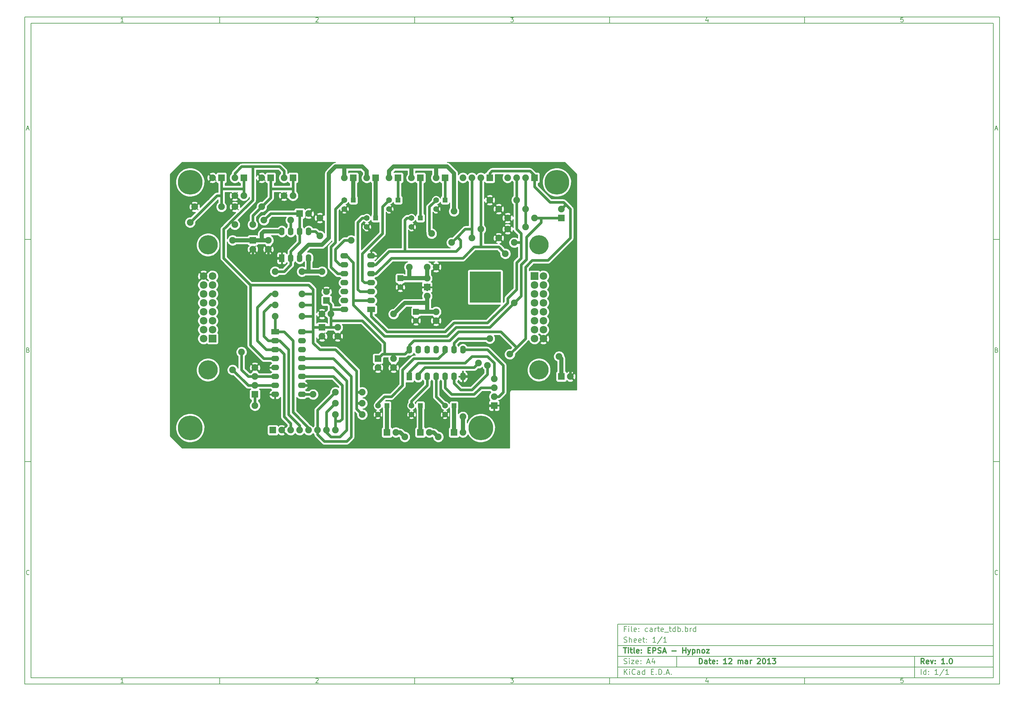
<source format=gbl>
G04 (created by PCBNEW-RS274X (2012-01-19 BZR 3256)-stable) date 12/03/2013 15:54:09*
G01*
G70*
G90*
%MOIN*%
G04 Gerber Fmt 3.4, Leading zero omitted, Abs format*
%FSLAX34Y34*%
G04 APERTURE LIST*
%ADD10C,0.006000*%
%ADD11C,0.012000*%
%ADD12C,0.075000*%
%ADD13R,0.075000X0.075000*%
%ADD14R,0.062000X0.090000*%
%ADD15O,0.062000X0.090000*%
%ADD16C,0.215000*%
%ADD17R,0.085000X0.085000*%
%ADD18C,0.085000*%
%ADD19R,0.055000X0.055000*%
%ADD20C,0.065000*%
%ADD21R,0.090000X0.062000*%
%ADD22O,0.090000X0.062000*%
%ADD23R,0.350000X0.350000*%
%ADD24C,0.275600*%
%ADD25R,0.065000X0.065000*%
%ADD26C,0.045000*%
%ADD27C,0.030000*%
%ADD28C,0.010000*%
G04 APERTURE END LIST*
G54D10*
X04000Y-04000D02*
X113000Y-04000D01*
X113000Y-78670D01*
X04000Y-78670D01*
X04000Y-04000D01*
X04700Y-04700D02*
X112300Y-04700D01*
X112300Y-77970D01*
X04700Y-77970D01*
X04700Y-04700D01*
X25800Y-04000D02*
X25800Y-04700D01*
X15043Y-04552D02*
X14757Y-04552D01*
X14900Y-04552D02*
X14900Y-04052D01*
X14852Y-04124D01*
X14805Y-04171D01*
X14757Y-04195D01*
X25800Y-78670D02*
X25800Y-77970D01*
X15043Y-78522D02*
X14757Y-78522D01*
X14900Y-78522D02*
X14900Y-78022D01*
X14852Y-78094D01*
X14805Y-78141D01*
X14757Y-78165D01*
X47600Y-04000D02*
X47600Y-04700D01*
X36557Y-04100D02*
X36581Y-04076D01*
X36629Y-04052D01*
X36748Y-04052D01*
X36795Y-04076D01*
X36819Y-04100D01*
X36843Y-04148D01*
X36843Y-04195D01*
X36819Y-04267D01*
X36533Y-04552D01*
X36843Y-04552D01*
X47600Y-78670D02*
X47600Y-77970D01*
X36557Y-78070D02*
X36581Y-78046D01*
X36629Y-78022D01*
X36748Y-78022D01*
X36795Y-78046D01*
X36819Y-78070D01*
X36843Y-78118D01*
X36843Y-78165D01*
X36819Y-78237D01*
X36533Y-78522D01*
X36843Y-78522D01*
X69400Y-04000D02*
X69400Y-04700D01*
X58333Y-04052D02*
X58643Y-04052D01*
X58476Y-04243D01*
X58548Y-04243D01*
X58595Y-04267D01*
X58619Y-04290D01*
X58643Y-04338D01*
X58643Y-04457D01*
X58619Y-04505D01*
X58595Y-04529D01*
X58548Y-04552D01*
X58405Y-04552D01*
X58357Y-04529D01*
X58333Y-04505D01*
X69400Y-78670D02*
X69400Y-77970D01*
X58333Y-78022D02*
X58643Y-78022D01*
X58476Y-78213D01*
X58548Y-78213D01*
X58595Y-78237D01*
X58619Y-78260D01*
X58643Y-78308D01*
X58643Y-78427D01*
X58619Y-78475D01*
X58595Y-78499D01*
X58548Y-78522D01*
X58405Y-78522D01*
X58357Y-78499D01*
X58333Y-78475D01*
X91200Y-04000D02*
X91200Y-04700D01*
X80395Y-04219D02*
X80395Y-04552D01*
X80276Y-04029D02*
X80157Y-04386D01*
X80467Y-04386D01*
X91200Y-78670D02*
X91200Y-77970D01*
X80395Y-78189D02*
X80395Y-78522D01*
X80276Y-77999D02*
X80157Y-78356D01*
X80467Y-78356D01*
X102219Y-04052D02*
X101981Y-04052D01*
X101957Y-04290D01*
X101981Y-04267D01*
X102029Y-04243D01*
X102148Y-04243D01*
X102195Y-04267D01*
X102219Y-04290D01*
X102243Y-04338D01*
X102243Y-04457D01*
X102219Y-04505D01*
X102195Y-04529D01*
X102148Y-04552D01*
X102029Y-04552D01*
X101981Y-04529D01*
X101957Y-04505D01*
X102219Y-78022D02*
X101981Y-78022D01*
X101957Y-78260D01*
X101981Y-78237D01*
X102029Y-78213D01*
X102148Y-78213D01*
X102195Y-78237D01*
X102219Y-78260D01*
X102243Y-78308D01*
X102243Y-78427D01*
X102219Y-78475D01*
X102195Y-78499D01*
X102148Y-78522D01*
X102029Y-78522D01*
X101981Y-78499D01*
X101957Y-78475D01*
X04000Y-28890D02*
X04700Y-28890D01*
X04231Y-16510D02*
X04469Y-16510D01*
X04184Y-16652D02*
X04350Y-16152D01*
X04517Y-16652D01*
X113000Y-28890D02*
X112300Y-28890D01*
X112531Y-16510D02*
X112769Y-16510D01*
X112484Y-16652D02*
X112650Y-16152D01*
X112817Y-16652D01*
X04000Y-53780D02*
X04700Y-53780D01*
X04386Y-41280D02*
X04457Y-41304D01*
X04481Y-41328D01*
X04505Y-41376D01*
X04505Y-41447D01*
X04481Y-41495D01*
X04457Y-41519D01*
X04410Y-41542D01*
X04219Y-41542D01*
X04219Y-41042D01*
X04386Y-41042D01*
X04433Y-41066D01*
X04457Y-41090D01*
X04481Y-41138D01*
X04481Y-41185D01*
X04457Y-41233D01*
X04433Y-41257D01*
X04386Y-41280D01*
X04219Y-41280D01*
X113000Y-53780D02*
X112300Y-53780D01*
X112686Y-41280D02*
X112757Y-41304D01*
X112781Y-41328D01*
X112805Y-41376D01*
X112805Y-41447D01*
X112781Y-41495D01*
X112757Y-41519D01*
X112710Y-41542D01*
X112519Y-41542D01*
X112519Y-41042D01*
X112686Y-41042D01*
X112733Y-41066D01*
X112757Y-41090D01*
X112781Y-41138D01*
X112781Y-41185D01*
X112757Y-41233D01*
X112733Y-41257D01*
X112686Y-41280D01*
X112519Y-41280D01*
X04505Y-66385D02*
X04481Y-66409D01*
X04410Y-66432D01*
X04362Y-66432D01*
X04290Y-66409D01*
X04243Y-66361D01*
X04219Y-66313D01*
X04195Y-66218D01*
X04195Y-66147D01*
X04219Y-66051D01*
X04243Y-66004D01*
X04290Y-65956D01*
X04362Y-65932D01*
X04410Y-65932D01*
X04481Y-65956D01*
X04505Y-65980D01*
X112805Y-66385D02*
X112781Y-66409D01*
X112710Y-66432D01*
X112662Y-66432D01*
X112590Y-66409D01*
X112543Y-66361D01*
X112519Y-66313D01*
X112495Y-66218D01*
X112495Y-66147D01*
X112519Y-66051D01*
X112543Y-66004D01*
X112590Y-65956D01*
X112662Y-65932D01*
X112710Y-65932D01*
X112781Y-65956D01*
X112805Y-65980D01*
G54D11*
X79443Y-76413D02*
X79443Y-75813D01*
X79586Y-75813D01*
X79671Y-75841D01*
X79729Y-75899D01*
X79757Y-75956D01*
X79786Y-76070D01*
X79786Y-76156D01*
X79757Y-76270D01*
X79729Y-76327D01*
X79671Y-76384D01*
X79586Y-76413D01*
X79443Y-76413D01*
X80300Y-76413D02*
X80300Y-76099D01*
X80271Y-76041D01*
X80214Y-76013D01*
X80100Y-76013D01*
X80043Y-76041D01*
X80300Y-76384D02*
X80243Y-76413D01*
X80100Y-76413D01*
X80043Y-76384D01*
X80014Y-76327D01*
X80014Y-76270D01*
X80043Y-76213D01*
X80100Y-76184D01*
X80243Y-76184D01*
X80300Y-76156D01*
X80500Y-76013D02*
X80729Y-76013D01*
X80586Y-75813D02*
X80586Y-76327D01*
X80614Y-76384D01*
X80672Y-76413D01*
X80729Y-76413D01*
X81157Y-76384D02*
X81100Y-76413D01*
X80986Y-76413D01*
X80929Y-76384D01*
X80900Y-76327D01*
X80900Y-76099D01*
X80929Y-76041D01*
X80986Y-76013D01*
X81100Y-76013D01*
X81157Y-76041D01*
X81186Y-76099D01*
X81186Y-76156D01*
X80900Y-76213D01*
X81443Y-76356D02*
X81471Y-76384D01*
X81443Y-76413D01*
X81414Y-76384D01*
X81443Y-76356D01*
X81443Y-76413D01*
X81443Y-76041D02*
X81471Y-76070D01*
X81443Y-76099D01*
X81414Y-76070D01*
X81443Y-76041D01*
X81443Y-76099D01*
X82500Y-76413D02*
X82157Y-76413D01*
X82329Y-76413D02*
X82329Y-75813D01*
X82272Y-75899D01*
X82214Y-75956D01*
X82157Y-75984D01*
X82728Y-75870D02*
X82757Y-75841D01*
X82814Y-75813D01*
X82957Y-75813D01*
X83014Y-75841D01*
X83043Y-75870D01*
X83071Y-75927D01*
X83071Y-75984D01*
X83043Y-76070D01*
X82700Y-76413D01*
X83071Y-76413D01*
X83785Y-76413D02*
X83785Y-76013D01*
X83785Y-76070D02*
X83813Y-76041D01*
X83871Y-76013D01*
X83956Y-76013D01*
X84013Y-76041D01*
X84042Y-76099D01*
X84042Y-76413D01*
X84042Y-76099D02*
X84071Y-76041D01*
X84128Y-76013D01*
X84213Y-76013D01*
X84271Y-76041D01*
X84299Y-76099D01*
X84299Y-76413D01*
X84842Y-76413D02*
X84842Y-76099D01*
X84813Y-76041D01*
X84756Y-76013D01*
X84642Y-76013D01*
X84585Y-76041D01*
X84842Y-76384D02*
X84785Y-76413D01*
X84642Y-76413D01*
X84585Y-76384D01*
X84556Y-76327D01*
X84556Y-76270D01*
X84585Y-76213D01*
X84642Y-76184D01*
X84785Y-76184D01*
X84842Y-76156D01*
X85128Y-76413D02*
X85128Y-76013D01*
X85128Y-76127D02*
X85156Y-76070D01*
X85185Y-76041D01*
X85242Y-76013D01*
X85299Y-76013D01*
X85927Y-75870D02*
X85956Y-75841D01*
X86013Y-75813D01*
X86156Y-75813D01*
X86213Y-75841D01*
X86242Y-75870D01*
X86270Y-75927D01*
X86270Y-75984D01*
X86242Y-76070D01*
X85899Y-76413D01*
X86270Y-76413D01*
X86641Y-75813D02*
X86698Y-75813D01*
X86755Y-75841D01*
X86784Y-75870D01*
X86813Y-75927D01*
X86841Y-76041D01*
X86841Y-76184D01*
X86813Y-76299D01*
X86784Y-76356D01*
X86755Y-76384D01*
X86698Y-76413D01*
X86641Y-76413D01*
X86584Y-76384D01*
X86555Y-76356D01*
X86527Y-76299D01*
X86498Y-76184D01*
X86498Y-76041D01*
X86527Y-75927D01*
X86555Y-75870D01*
X86584Y-75841D01*
X86641Y-75813D01*
X87412Y-76413D02*
X87069Y-76413D01*
X87241Y-76413D02*
X87241Y-75813D01*
X87184Y-75899D01*
X87126Y-75956D01*
X87069Y-75984D01*
X87612Y-75813D02*
X87983Y-75813D01*
X87783Y-76041D01*
X87869Y-76041D01*
X87926Y-76070D01*
X87955Y-76099D01*
X87983Y-76156D01*
X87983Y-76299D01*
X87955Y-76356D01*
X87926Y-76384D01*
X87869Y-76413D01*
X87697Y-76413D01*
X87640Y-76384D01*
X87612Y-76356D01*
G54D10*
X71043Y-77613D02*
X71043Y-77013D01*
X71386Y-77613D02*
X71129Y-77270D01*
X71386Y-77013D02*
X71043Y-77356D01*
X71643Y-77613D02*
X71643Y-77213D01*
X71643Y-77013D02*
X71614Y-77041D01*
X71643Y-77070D01*
X71671Y-77041D01*
X71643Y-77013D01*
X71643Y-77070D01*
X72272Y-77556D02*
X72243Y-77584D01*
X72157Y-77613D01*
X72100Y-77613D01*
X72015Y-77584D01*
X71957Y-77527D01*
X71929Y-77470D01*
X71900Y-77356D01*
X71900Y-77270D01*
X71929Y-77156D01*
X71957Y-77099D01*
X72015Y-77041D01*
X72100Y-77013D01*
X72157Y-77013D01*
X72243Y-77041D01*
X72272Y-77070D01*
X72786Y-77613D02*
X72786Y-77299D01*
X72757Y-77241D01*
X72700Y-77213D01*
X72586Y-77213D01*
X72529Y-77241D01*
X72786Y-77584D02*
X72729Y-77613D01*
X72586Y-77613D01*
X72529Y-77584D01*
X72500Y-77527D01*
X72500Y-77470D01*
X72529Y-77413D01*
X72586Y-77384D01*
X72729Y-77384D01*
X72786Y-77356D01*
X73329Y-77613D02*
X73329Y-77013D01*
X73329Y-77584D02*
X73272Y-77613D01*
X73158Y-77613D01*
X73100Y-77584D01*
X73072Y-77556D01*
X73043Y-77499D01*
X73043Y-77327D01*
X73072Y-77270D01*
X73100Y-77241D01*
X73158Y-77213D01*
X73272Y-77213D01*
X73329Y-77241D01*
X74072Y-77299D02*
X74272Y-77299D01*
X74358Y-77613D02*
X74072Y-77613D01*
X74072Y-77013D01*
X74358Y-77013D01*
X74615Y-77556D02*
X74643Y-77584D01*
X74615Y-77613D01*
X74586Y-77584D01*
X74615Y-77556D01*
X74615Y-77613D01*
X74901Y-77613D02*
X74901Y-77013D01*
X75044Y-77013D01*
X75129Y-77041D01*
X75187Y-77099D01*
X75215Y-77156D01*
X75244Y-77270D01*
X75244Y-77356D01*
X75215Y-77470D01*
X75187Y-77527D01*
X75129Y-77584D01*
X75044Y-77613D01*
X74901Y-77613D01*
X75501Y-77556D02*
X75529Y-77584D01*
X75501Y-77613D01*
X75472Y-77584D01*
X75501Y-77556D01*
X75501Y-77613D01*
X75758Y-77441D02*
X76044Y-77441D01*
X75701Y-77613D02*
X75901Y-77013D01*
X76101Y-77613D01*
X76301Y-77556D02*
X76329Y-77584D01*
X76301Y-77613D01*
X76272Y-77584D01*
X76301Y-77556D01*
X76301Y-77613D01*
G54D11*
X104586Y-76413D02*
X104386Y-76127D01*
X104243Y-76413D02*
X104243Y-75813D01*
X104471Y-75813D01*
X104529Y-75841D01*
X104557Y-75870D01*
X104586Y-75927D01*
X104586Y-76013D01*
X104557Y-76070D01*
X104529Y-76099D01*
X104471Y-76127D01*
X104243Y-76127D01*
X105071Y-76384D02*
X105014Y-76413D01*
X104900Y-76413D01*
X104843Y-76384D01*
X104814Y-76327D01*
X104814Y-76099D01*
X104843Y-76041D01*
X104900Y-76013D01*
X105014Y-76013D01*
X105071Y-76041D01*
X105100Y-76099D01*
X105100Y-76156D01*
X104814Y-76213D01*
X105300Y-76013D02*
X105443Y-76413D01*
X105585Y-76013D01*
X105814Y-76356D02*
X105842Y-76384D01*
X105814Y-76413D01*
X105785Y-76384D01*
X105814Y-76356D01*
X105814Y-76413D01*
X105814Y-76041D02*
X105842Y-76070D01*
X105814Y-76099D01*
X105785Y-76070D01*
X105814Y-76041D01*
X105814Y-76099D01*
X106871Y-76413D02*
X106528Y-76413D01*
X106700Y-76413D02*
X106700Y-75813D01*
X106643Y-75899D01*
X106585Y-75956D01*
X106528Y-75984D01*
X107128Y-76356D02*
X107156Y-76384D01*
X107128Y-76413D01*
X107099Y-76384D01*
X107128Y-76356D01*
X107128Y-76413D01*
X107528Y-75813D02*
X107585Y-75813D01*
X107642Y-75841D01*
X107671Y-75870D01*
X107700Y-75927D01*
X107728Y-76041D01*
X107728Y-76184D01*
X107700Y-76299D01*
X107671Y-76356D01*
X107642Y-76384D01*
X107585Y-76413D01*
X107528Y-76413D01*
X107471Y-76384D01*
X107442Y-76356D01*
X107414Y-76299D01*
X107385Y-76184D01*
X107385Y-76041D01*
X107414Y-75927D01*
X107442Y-75870D01*
X107471Y-75841D01*
X107528Y-75813D01*
G54D10*
X71014Y-76384D02*
X71100Y-76413D01*
X71243Y-76413D01*
X71300Y-76384D01*
X71329Y-76356D01*
X71357Y-76299D01*
X71357Y-76241D01*
X71329Y-76184D01*
X71300Y-76156D01*
X71243Y-76127D01*
X71129Y-76099D01*
X71071Y-76070D01*
X71043Y-76041D01*
X71014Y-75984D01*
X71014Y-75927D01*
X71043Y-75870D01*
X71071Y-75841D01*
X71129Y-75813D01*
X71271Y-75813D01*
X71357Y-75841D01*
X71614Y-76413D02*
X71614Y-76013D01*
X71614Y-75813D02*
X71585Y-75841D01*
X71614Y-75870D01*
X71642Y-75841D01*
X71614Y-75813D01*
X71614Y-75870D01*
X71843Y-76013D02*
X72157Y-76013D01*
X71843Y-76413D01*
X72157Y-76413D01*
X72614Y-76384D02*
X72557Y-76413D01*
X72443Y-76413D01*
X72386Y-76384D01*
X72357Y-76327D01*
X72357Y-76099D01*
X72386Y-76041D01*
X72443Y-76013D01*
X72557Y-76013D01*
X72614Y-76041D01*
X72643Y-76099D01*
X72643Y-76156D01*
X72357Y-76213D01*
X72900Y-76356D02*
X72928Y-76384D01*
X72900Y-76413D01*
X72871Y-76384D01*
X72900Y-76356D01*
X72900Y-76413D01*
X72900Y-76041D02*
X72928Y-76070D01*
X72900Y-76099D01*
X72871Y-76070D01*
X72900Y-76041D01*
X72900Y-76099D01*
X73614Y-76241D02*
X73900Y-76241D01*
X73557Y-76413D02*
X73757Y-75813D01*
X73957Y-76413D01*
X74414Y-76013D02*
X74414Y-76413D01*
X74271Y-75784D02*
X74128Y-76213D01*
X74500Y-76213D01*
X104243Y-77613D02*
X104243Y-77013D01*
X104786Y-77613D02*
X104786Y-77013D01*
X104786Y-77584D02*
X104729Y-77613D01*
X104615Y-77613D01*
X104557Y-77584D01*
X104529Y-77556D01*
X104500Y-77499D01*
X104500Y-77327D01*
X104529Y-77270D01*
X104557Y-77241D01*
X104615Y-77213D01*
X104729Y-77213D01*
X104786Y-77241D01*
X105072Y-77556D02*
X105100Y-77584D01*
X105072Y-77613D01*
X105043Y-77584D01*
X105072Y-77556D01*
X105072Y-77613D01*
X105072Y-77241D02*
X105100Y-77270D01*
X105072Y-77299D01*
X105043Y-77270D01*
X105072Y-77241D01*
X105072Y-77299D01*
X106129Y-77613D02*
X105786Y-77613D01*
X105958Y-77613D02*
X105958Y-77013D01*
X105901Y-77099D01*
X105843Y-77156D01*
X105786Y-77184D01*
X106814Y-76984D02*
X106300Y-77756D01*
X107329Y-77613D02*
X106986Y-77613D01*
X107158Y-77613D02*
X107158Y-77013D01*
X107101Y-77099D01*
X107043Y-77156D01*
X106986Y-77184D01*
G54D11*
X70957Y-74613D02*
X71300Y-74613D01*
X71129Y-75213D02*
X71129Y-74613D01*
X71500Y-75213D02*
X71500Y-74813D01*
X71500Y-74613D02*
X71471Y-74641D01*
X71500Y-74670D01*
X71528Y-74641D01*
X71500Y-74613D01*
X71500Y-74670D01*
X71700Y-74813D02*
X71929Y-74813D01*
X71786Y-74613D02*
X71786Y-75127D01*
X71814Y-75184D01*
X71872Y-75213D01*
X71929Y-75213D01*
X72215Y-75213D02*
X72157Y-75184D01*
X72129Y-75127D01*
X72129Y-74613D01*
X72671Y-75184D02*
X72614Y-75213D01*
X72500Y-75213D01*
X72443Y-75184D01*
X72414Y-75127D01*
X72414Y-74899D01*
X72443Y-74841D01*
X72500Y-74813D01*
X72614Y-74813D01*
X72671Y-74841D01*
X72700Y-74899D01*
X72700Y-74956D01*
X72414Y-75013D01*
X72957Y-75156D02*
X72985Y-75184D01*
X72957Y-75213D01*
X72928Y-75184D01*
X72957Y-75156D01*
X72957Y-75213D01*
X72957Y-74841D02*
X72985Y-74870D01*
X72957Y-74899D01*
X72928Y-74870D01*
X72957Y-74841D01*
X72957Y-74899D01*
X73700Y-74899D02*
X73900Y-74899D01*
X73986Y-75213D02*
X73700Y-75213D01*
X73700Y-74613D01*
X73986Y-74613D01*
X74243Y-75213D02*
X74243Y-74613D01*
X74471Y-74613D01*
X74529Y-74641D01*
X74557Y-74670D01*
X74586Y-74727D01*
X74586Y-74813D01*
X74557Y-74870D01*
X74529Y-74899D01*
X74471Y-74927D01*
X74243Y-74927D01*
X74814Y-75184D02*
X74900Y-75213D01*
X75043Y-75213D01*
X75100Y-75184D01*
X75129Y-75156D01*
X75157Y-75099D01*
X75157Y-75041D01*
X75129Y-74984D01*
X75100Y-74956D01*
X75043Y-74927D01*
X74929Y-74899D01*
X74871Y-74870D01*
X74843Y-74841D01*
X74814Y-74784D01*
X74814Y-74727D01*
X74843Y-74670D01*
X74871Y-74641D01*
X74929Y-74613D01*
X75071Y-74613D01*
X75157Y-74641D01*
X75385Y-75041D02*
X75671Y-75041D01*
X75328Y-75213D02*
X75528Y-74613D01*
X75728Y-75213D01*
X76385Y-74984D02*
X76842Y-74984D01*
X77585Y-75213D02*
X77585Y-74613D01*
X77585Y-74899D02*
X77928Y-74899D01*
X77928Y-75213D02*
X77928Y-74613D01*
X78157Y-74813D02*
X78300Y-75213D01*
X78442Y-74813D02*
X78300Y-75213D01*
X78242Y-75356D01*
X78214Y-75384D01*
X78157Y-75413D01*
X78671Y-74813D02*
X78671Y-75413D01*
X78671Y-74841D02*
X78728Y-74813D01*
X78842Y-74813D01*
X78899Y-74841D01*
X78928Y-74870D01*
X78957Y-74927D01*
X78957Y-75099D01*
X78928Y-75156D01*
X78899Y-75184D01*
X78842Y-75213D01*
X78728Y-75213D01*
X78671Y-75184D01*
X79214Y-74813D02*
X79214Y-75213D01*
X79214Y-74870D02*
X79242Y-74841D01*
X79300Y-74813D01*
X79385Y-74813D01*
X79442Y-74841D01*
X79471Y-74899D01*
X79471Y-75213D01*
X79843Y-75213D02*
X79785Y-75184D01*
X79757Y-75156D01*
X79728Y-75099D01*
X79728Y-74927D01*
X79757Y-74870D01*
X79785Y-74841D01*
X79843Y-74813D01*
X79928Y-74813D01*
X79985Y-74841D01*
X80014Y-74870D01*
X80043Y-74927D01*
X80043Y-75099D01*
X80014Y-75156D01*
X79985Y-75184D01*
X79928Y-75213D01*
X79843Y-75213D01*
X80243Y-74813D02*
X80557Y-74813D01*
X80243Y-75213D01*
X80557Y-75213D01*
G54D10*
X71243Y-72499D02*
X71043Y-72499D01*
X71043Y-72813D02*
X71043Y-72213D01*
X71329Y-72213D01*
X71557Y-72813D02*
X71557Y-72413D01*
X71557Y-72213D02*
X71528Y-72241D01*
X71557Y-72270D01*
X71585Y-72241D01*
X71557Y-72213D01*
X71557Y-72270D01*
X71929Y-72813D02*
X71871Y-72784D01*
X71843Y-72727D01*
X71843Y-72213D01*
X72385Y-72784D02*
X72328Y-72813D01*
X72214Y-72813D01*
X72157Y-72784D01*
X72128Y-72727D01*
X72128Y-72499D01*
X72157Y-72441D01*
X72214Y-72413D01*
X72328Y-72413D01*
X72385Y-72441D01*
X72414Y-72499D01*
X72414Y-72556D01*
X72128Y-72613D01*
X72671Y-72756D02*
X72699Y-72784D01*
X72671Y-72813D01*
X72642Y-72784D01*
X72671Y-72756D01*
X72671Y-72813D01*
X72671Y-72441D02*
X72699Y-72470D01*
X72671Y-72499D01*
X72642Y-72470D01*
X72671Y-72441D01*
X72671Y-72499D01*
X73671Y-72784D02*
X73614Y-72813D01*
X73500Y-72813D01*
X73442Y-72784D01*
X73414Y-72756D01*
X73385Y-72699D01*
X73385Y-72527D01*
X73414Y-72470D01*
X73442Y-72441D01*
X73500Y-72413D01*
X73614Y-72413D01*
X73671Y-72441D01*
X74185Y-72813D02*
X74185Y-72499D01*
X74156Y-72441D01*
X74099Y-72413D01*
X73985Y-72413D01*
X73928Y-72441D01*
X74185Y-72784D02*
X74128Y-72813D01*
X73985Y-72813D01*
X73928Y-72784D01*
X73899Y-72727D01*
X73899Y-72670D01*
X73928Y-72613D01*
X73985Y-72584D01*
X74128Y-72584D01*
X74185Y-72556D01*
X74471Y-72813D02*
X74471Y-72413D01*
X74471Y-72527D02*
X74499Y-72470D01*
X74528Y-72441D01*
X74585Y-72413D01*
X74642Y-72413D01*
X74756Y-72413D02*
X74985Y-72413D01*
X74842Y-72213D02*
X74842Y-72727D01*
X74870Y-72784D01*
X74928Y-72813D01*
X74985Y-72813D01*
X75413Y-72784D02*
X75356Y-72813D01*
X75242Y-72813D01*
X75185Y-72784D01*
X75156Y-72727D01*
X75156Y-72499D01*
X75185Y-72441D01*
X75242Y-72413D01*
X75356Y-72413D01*
X75413Y-72441D01*
X75442Y-72499D01*
X75442Y-72556D01*
X75156Y-72613D01*
X75556Y-72870D02*
X76013Y-72870D01*
X76070Y-72413D02*
X76299Y-72413D01*
X76156Y-72213D02*
X76156Y-72727D01*
X76184Y-72784D01*
X76242Y-72813D01*
X76299Y-72813D01*
X76756Y-72813D02*
X76756Y-72213D01*
X76756Y-72784D02*
X76699Y-72813D01*
X76585Y-72813D01*
X76527Y-72784D01*
X76499Y-72756D01*
X76470Y-72699D01*
X76470Y-72527D01*
X76499Y-72470D01*
X76527Y-72441D01*
X76585Y-72413D01*
X76699Y-72413D01*
X76756Y-72441D01*
X77042Y-72813D02*
X77042Y-72213D01*
X77042Y-72441D02*
X77099Y-72413D01*
X77213Y-72413D01*
X77270Y-72441D01*
X77299Y-72470D01*
X77328Y-72527D01*
X77328Y-72699D01*
X77299Y-72756D01*
X77270Y-72784D01*
X77213Y-72813D01*
X77099Y-72813D01*
X77042Y-72784D01*
X77585Y-72756D02*
X77613Y-72784D01*
X77585Y-72813D01*
X77556Y-72784D01*
X77585Y-72756D01*
X77585Y-72813D01*
X77871Y-72813D02*
X77871Y-72213D01*
X77871Y-72441D02*
X77928Y-72413D01*
X78042Y-72413D01*
X78099Y-72441D01*
X78128Y-72470D01*
X78157Y-72527D01*
X78157Y-72699D01*
X78128Y-72756D01*
X78099Y-72784D01*
X78042Y-72813D01*
X77928Y-72813D01*
X77871Y-72784D01*
X78414Y-72813D02*
X78414Y-72413D01*
X78414Y-72527D02*
X78442Y-72470D01*
X78471Y-72441D01*
X78528Y-72413D01*
X78585Y-72413D01*
X79042Y-72813D02*
X79042Y-72213D01*
X79042Y-72784D02*
X78985Y-72813D01*
X78871Y-72813D01*
X78813Y-72784D01*
X78785Y-72756D01*
X78756Y-72699D01*
X78756Y-72527D01*
X78785Y-72470D01*
X78813Y-72441D01*
X78871Y-72413D01*
X78985Y-72413D01*
X79042Y-72441D01*
X71014Y-73984D02*
X71100Y-74013D01*
X71243Y-74013D01*
X71300Y-73984D01*
X71329Y-73956D01*
X71357Y-73899D01*
X71357Y-73841D01*
X71329Y-73784D01*
X71300Y-73756D01*
X71243Y-73727D01*
X71129Y-73699D01*
X71071Y-73670D01*
X71043Y-73641D01*
X71014Y-73584D01*
X71014Y-73527D01*
X71043Y-73470D01*
X71071Y-73441D01*
X71129Y-73413D01*
X71271Y-73413D01*
X71357Y-73441D01*
X71614Y-74013D02*
X71614Y-73413D01*
X71871Y-74013D02*
X71871Y-73699D01*
X71842Y-73641D01*
X71785Y-73613D01*
X71700Y-73613D01*
X71642Y-73641D01*
X71614Y-73670D01*
X72385Y-73984D02*
X72328Y-74013D01*
X72214Y-74013D01*
X72157Y-73984D01*
X72128Y-73927D01*
X72128Y-73699D01*
X72157Y-73641D01*
X72214Y-73613D01*
X72328Y-73613D01*
X72385Y-73641D01*
X72414Y-73699D01*
X72414Y-73756D01*
X72128Y-73813D01*
X72899Y-73984D02*
X72842Y-74013D01*
X72728Y-74013D01*
X72671Y-73984D01*
X72642Y-73927D01*
X72642Y-73699D01*
X72671Y-73641D01*
X72728Y-73613D01*
X72842Y-73613D01*
X72899Y-73641D01*
X72928Y-73699D01*
X72928Y-73756D01*
X72642Y-73813D01*
X73099Y-73613D02*
X73328Y-73613D01*
X73185Y-73413D02*
X73185Y-73927D01*
X73213Y-73984D01*
X73271Y-74013D01*
X73328Y-74013D01*
X73528Y-73956D02*
X73556Y-73984D01*
X73528Y-74013D01*
X73499Y-73984D01*
X73528Y-73956D01*
X73528Y-74013D01*
X73528Y-73641D02*
X73556Y-73670D01*
X73528Y-73699D01*
X73499Y-73670D01*
X73528Y-73641D01*
X73528Y-73699D01*
X74585Y-74013D02*
X74242Y-74013D01*
X74414Y-74013D02*
X74414Y-73413D01*
X74357Y-73499D01*
X74299Y-73556D01*
X74242Y-73584D01*
X75270Y-73384D02*
X74756Y-74156D01*
X75785Y-74013D02*
X75442Y-74013D01*
X75614Y-74013D02*
X75614Y-73413D01*
X75557Y-73499D01*
X75499Y-73556D01*
X75442Y-73584D01*
X70300Y-71970D02*
X70300Y-77970D01*
X70300Y-71970D02*
X112300Y-71970D01*
X70300Y-71970D02*
X112300Y-71970D01*
X70300Y-74370D02*
X112300Y-74370D01*
X103500Y-75570D02*
X103500Y-77970D01*
X70300Y-76770D02*
X112300Y-76770D01*
X70300Y-75570D02*
X112300Y-75570D01*
X76900Y-75570D02*
X76900Y-76770D01*
G54D11*
X30313Y-49998D02*
X30342Y-50036D01*
X30428Y-50074D01*
X30485Y-50074D01*
X30570Y-50036D01*
X30628Y-49960D01*
X30656Y-49883D01*
X30685Y-49731D01*
X30685Y-49617D01*
X30656Y-49464D01*
X30628Y-49388D01*
X30570Y-49312D01*
X30485Y-49274D01*
X30428Y-49274D01*
X30342Y-49312D01*
X30313Y-49350D01*
X29799Y-50074D02*
X29799Y-49655D01*
X29828Y-49579D01*
X29885Y-49540D01*
X29999Y-49540D01*
X30056Y-49579D01*
X29799Y-50036D02*
X29856Y-50074D01*
X29999Y-50074D01*
X30056Y-50036D01*
X30085Y-49960D01*
X30085Y-49883D01*
X30056Y-49807D01*
X29999Y-49769D01*
X29856Y-49769D01*
X29799Y-49731D01*
X29513Y-50074D02*
X29513Y-49540D01*
X29513Y-49693D02*
X29485Y-49617D01*
X29456Y-49579D01*
X29399Y-49540D01*
X29342Y-49540D01*
X29228Y-49540D02*
X28999Y-49540D01*
X29142Y-49274D02*
X29142Y-49960D01*
X29114Y-50036D01*
X29056Y-50074D01*
X28999Y-50074D01*
X28571Y-50036D02*
X28628Y-50074D01*
X28742Y-50074D01*
X28799Y-50036D01*
X28828Y-49960D01*
X28828Y-49655D01*
X28799Y-49579D01*
X28742Y-49540D01*
X28628Y-49540D01*
X28571Y-49579D01*
X28542Y-49655D01*
X28542Y-49731D01*
X28828Y-49807D01*
X27914Y-49540D02*
X27685Y-49540D01*
X27828Y-49274D02*
X27828Y-49960D01*
X27800Y-50036D01*
X27742Y-50074D01*
X27685Y-50074D01*
X27228Y-50074D02*
X27228Y-49274D01*
X27228Y-50036D02*
X27285Y-50074D01*
X27399Y-50074D01*
X27457Y-50036D01*
X27485Y-49998D01*
X27514Y-49921D01*
X27514Y-49693D01*
X27485Y-49617D01*
X27457Y-49579D01*
X27399Y-49540D01*
X27285Y-49540D01*
X27228Y-49579D01*
X26942Y-50074D02*
X26942Y-49274D01*
X26942Y-49579D02*
X26885Y-49540D01*
X26771Y-49540D01*
X26714Y-49579D01*
X26685Y-49617D01*
X26656Y-49693D01*
X26656Y-49921D01*
X26685Y-49998D01*
X26714Y-50036D01*
X26771Y-50074D01*
X26885Y-50074D01*
X26942Y-50036D01*
X25999Y-49540D02*
X25856Y-50074D01*
X25714Y-49540D01*
X25171Y-50074D02*
X25514Y-50074D01*
X25342Y-50074D02*
X25342Y-49274D01*
X25399Y-49388D01*
X25457Y-49464D01*
X25514Y-49502D01*
X24914Y-49998D02*
X24886Y-50036D01*
X24914Y-50074D01*
X24943Y-50036D01*
X24914Y-49998D01*
X24914Y-50074D01*
X24514Y-49274D02*
X24457Y-49274D01*
X24400Y-49312D01*
X24371Y-49350D01*
X24342Y-49426D01*
X24314Y-49579D01*
X24314Y-49769D01*
X24342Y-49921D01*
X24371Y-49998D01*
X24400Y-50036D01*
X24457Y-50074D01*
X24514Y-50074D01*
X24571Y-50036D01*
X24600Y-49998D01*
X24628Y-49921D01*
X24657Y-49769D01*
X24657Y-49579D01*
X24628Y-49426D01*
X24600Y-49350D01*
X24571Y-49312D01*
X24514Y-49274D01*
X30900Y-50895D02*
X30700Y-50895D01*
X30614Y-51314D02*
X30900Y-51314D01*
X30900Y-50514D01*
X30614Y-50514D01*
X30357Y-51314D02*
X30357Y-50514D01*
X30129Y-50514D01*
X30071Y-50552D01*
X30043Y-50590D01*
X30014Y-50666D01*
X30014Y-50780D01*
X30043Y-50857D01*
X30071Y-50895D01*
X30129Y-50933D01*
X30357Y-50933D01*
X29786Y-51276D02*
X29700Y-51314D01*
X29557Y-51314D01*
X29500Y-51276D01*
X29471Y-51238D01*
X29443Y-51161D01*
X29443Y-51085D01*
X29471Y-51009D01*
X29500Y-50971D01*
X29557Y-50933D01*
X29671Y-50895D01*
X29729Y-50857D01*
X29757Y-50819D01*
X29786Y-50742D01*
X29786Y-50666D01*
X29757Y-50590D01*
X29729Y-50552D01*
X29671Y-50514D01*
X29529Y-50514D01*
X29443Y-50552D01*
X29215Y-51085D02*
X28929Y-51085D01*
X29272Y-51314D02*
X29072Y-50514D01*
X28872Y-51314D01*
X28215Y-51009D02*
X27758Y-51009D01*
X27015Y-51314D02*
X27015Y-50514D01*
X27015Y-50895D02*
X26672Y-50895D01*
X26672Y-51314D02*
X26672Y-50514D01*
X26443Y-50780D02*
X26300Y-51314D01*
X26158Y-50780D02*
X26300Y-51314D01*
X26358Y-51504D01*
X26386Y-51542D01*
X26443Y-51580D01*
X25929Y-50780D02*
X25929Y-51580D01*
X25929Y-50819D02*
X25872Y-50780D01*
X25758Y-50780D01*
X25701Y-50819D01*
X25672Y-50857D01*
X25643Y-50933D01*
X25643Y-51161D01*
X25672Y-51238D01*
X25701Y-51276D01*
X25758Y-51314D01*
X25872Y-51314D01*
X25929Y-51276D01*
X25386Y-50780D02*
X25386Y-51314D01*
X25386Y-50857D02*
X25358Y-50819D01*
X25300Y-50780D01*
X25215Y-50780D01*
X25158Y-50819D01*
X25129Y-50895D01*
X25129Y-51314D01*
X24757Y-51314D02*
X24815Y-51276D01*
X24843Y-51238D01*
X24872Y-51161D01*
X24872Y-50933D01*
X24843Y-50857D01*
X24815Y-50819D01*
X24757Y-50780D01*
X24672Y-50780D01*
X24615Y-50819D01*
X24586Y-50857D01*
X24557Y-50933D01*
X24557Y-51161D01*
X24586Y-51238D01*
X24615Y-51276D01*
X24672Y-51314D01*
X24757Y-51314D01*
X24357Y-50780D02*
X24043Y-50780D01*
X24357Y-51314D01*
X24043Y-51314D01*
G54D12*
X27500Y-24000D03*
X28500Y-24000D03*
X45250Y-43250D03*
X45250Y-42250D03*
X37250Y-37250D03*
X38250Y-37250D03*
G54D13*
X43500Y-42250D03*
G54D12*
X43500Y-43250D03*
G54D13*
X37250Y-38750D03*
G54D12*
X37250Y-39750D03*
G54D14*
X47000Y-44250D03*
G54D15*
X48000Y-44250D03*
X49000Y-44250D03*
X50000Y-44250D03*
X51000Y-44250D03*
X52000Y-44250D03*
X53000Y-44250D03*
X53000Y-41250D03*
X52000Y-41250D03*
X51000Y-41250D03*
X50000Y-41250D03*
X49000Y-41250D03*
X48000Y-41250D03*
X47000Y-41250D03*
G54D16*
X24500Y-43500D03*
X24500Y-29500D03*
G54D17*
X25000Y-40000D03*
G54D18*
X24000Y-40000D03*
X25000Y-39000D03*
X24000Y-39000D03*
X25000Y-38000D03*
X24000Y-38000D03*
X25000Y-37000D03*
X24000Y-37000D03*
X25000Y-36000D03*
X24000Y-36000D03*
X25000Y-35000D03*
X24000Y-35000D03*
X25000Y-34000D03*
X24000Y-34000D03*
X25000Y-33000D03*
X24000Y-33000D03*
G54D16*
X61500Y-29500D03*
X61500Y-43500D03*
G54D17*
X61000Y-33000D03*
G54D18*
X62000Y-33000D03*
X61000Y-34000D03*
X62000Y-34000D03*
X61000Y-35000D03*
X62000Y-35000D03*
X61000Y-36000D03*
X62000Y-36000D03*
X61000Y-37000D03*
X62000Y-37000D03*
X61000Y-38000D03*
X62000Y-38000D03*
X61000Y-39000D03*
X62000Y-39000D03*
X61000Y-40000D03*
X62000Y-40000D03*
G54D13*
X44500Y-50500D03*
G54D12*
X45500Y-50500D03*
G54D13*
X52000Y-50500D03*
G54D12*
X53000Y-50500D03*
G54D13*
X43250Y-22000D03*
G54D12*
X42250Y-22000D03*
G54D13*
X34000Y-22000D03*
G54D12*
X33000Y-22000D03*
G54D13*
X45750Y-22000D03*
G54D12*
X44750Y-22000D03*
G54D13*
X40750Y-22000D03*
G54D12*
X39750Y-22000D03*
G54D13*
X26000Y-22000D03*
G54D12*
X25000Y-22000D03*
G54D13*
X28500Y-22000D03*
G54D12*
X27500Y-22000D03*
G54D13*
X64000Y-26500D03*
G54D12*
X64000Y-25500D03*
X58000Y-22000D03*
X59000Y-22000D03*
G54D13*
X61000Y-22000D03*
G54D12*
X60000Y-22000D03*
X58000Y-27750D03*
X55000Y-27750D03*
X35000Y-35000D03*
X32000Y-35000D03*
X56000Y-24500D03*
X59000Y-24500D03*
X57000Y-25500D03*
X60000Y-25500D03*
X35000Y-37500D03*
X32000Y-37500D03*
X41750Y-46000D03*
X38750Y-46000D03*
X41750Y-47250D03*
X38750Y-47250D03*
X57000Y-28750D03*
X54000Y-28750D03*
X41750Y-48500D03*
X38750Y-48500D03*
X30500Y-25250D03*
X27500Y-25250D03*
X26000Y-25250D03*
X23000Y-25250D03*
X58000Y-26500D03*
X61000Y-26500D03*
X35000Y-36250D03*
X32000Y-36250D03*
X33000Y-24000D03*
X34000Y-24000D03*
X53000Y-22000D03*
X54000Y-22000D03*
G54D13*
X56000Y-22000D03*
G54D12*
X55000Y-22000D03*
X56500Y-44500D03*
X56500Y-45500D03*
G54D13*
X56500Y-47500D03*
G54D12*
X56500Y-46500D03*
G54D13*
X31500Y-22000D03*
G54D12*
X30500Y-22000D03*
G54D13*
X48250Y-22000D03*
G54D12*
X47250Y-22000D03*
X36750Y-50250D03*
X35750Y-50250D03*
X37750Y-50250D03*
X38750Y-50250D03*
X34750Y-50250D03*
X33750Y-50250D03*
G54D13*
X31750Y-50250D03*
G54D12*
X32750Y-50250D03*
G54D13*
X51000Y-22000D03*
G54D12*
X50000Y-22000D03*
G54D13*
X48250Y-50500D03*
G54D12*
X49250Y-50500D03*
G54D19*
X43250Y-26500D03*
G54D20*
X42250Y-26500D03*
X42250Y-27500D03*
G54D19*
X40750Y-24500D03*
G54D20*
X39750Y-24500D03*
X39750Y-25500D03*
G54D19*
X45750Y-24500D03*
G54D20*
X44750Y-24500D03*
X44750Y-25500D03*
G54D19*
X48250Y-26500D03*
G54D20*
X47250Y-26500D03*
X47250Y-27500D03*
G54D19*
X44500Y-47500D03*
G54D20*
X43500Y-47500D03*
X43500Y-48500D03*
G54D19*
X52000Y-47500D03*
G54D20*
X51000Y-47500D03*
X51000Y-48500D03*
G54D19*
X51000Y-24500D03*
G54D20*
X50000Y-24500D03*
X50000Y-25500D03*
G54D19*
X48250Y-47500D03*
G54D20*
X47250Y-47500D03*
X47250Y-48500D03*
G54D21*
X42750Y-36750D03*
G54D22*
X42750Y-35750D03*
X42750Y-34750D03*
X42750Y-33750D03*
X42750Y-32750D03*
X42750Y-31750D03*
X42750Y-30750D03*
X39750Y-30750D03*
X39750Y-31750D03*
X39750Y-32750D03*
X39750Y-33750D03*
X39750Y-34750D03*
X39750Y-35750D03*
X39750Y-36750D03*
G54D21*
X32000Y-39250D03*
G54D22*
X32000Y-40250D03*
X32000Y-41250D03*
X32000Y-42250D03*
X32000Y-43250D03*
X32000Y-44250D03*
X32000Y-45250D03*
X32000Y-46250D03*
X35000Y-46250D03*
X35000Y-45250D03*
X35000Y-44250D03*
X35000Y-43250D03*
X35000Y-42250D03*
X35000Y-41250D03*
X35000Y-40250D03*
X35000Y-39250D03*
G54D12*
X39000Y-39750D03*
X39000Y-38750D03*
X31250Y-30000D03*
X31250Y-29000D03*
G54D13*
X29500Y-29000D03*
G54D12*
X29500Y-30000D03*
G54D13*
X34750Y-26000D03*
G54D12*
X35750Y-26000D03*
G54D13*
X37750Y-35750D03*
G54D12*
X37750Y-34750D03*
G54D14*
X32750Y-31000D03*
G54D15*
X33750Y-31000D03*
X34750Y-31000D03*
X35750Y-31000D03*
X35750Y-28000D03*
X34750Y-28000D03*
X33750Y-28000D03*
X32750Y-28000D03*
G54D12*
X30750Y-26750D03*
X33750Y-26750D03*
X35000Y-32500D03*
X32000Y-32500D03*
X50000Y-38000D03*
X50000Y-37000D03*
X50000Y-32000D03*
X49000Y-32000D03*
G54D23*
X55500Y-34250D03*
G54D12*
X49000Y-33250D03*
G54D13*
X49000Y-34250D03*
G54D12*
X49000Y-35250D03*
G54D13*
X64000Y-44250D03*
G54D12*
X65000Y-44250D03*
G54D24*
X22500Y-50000D03*
X22500Y-22500D03*
X63500Y-22500D03*
X55000Y-50000D03*
G54D12*
X37000Y-28500D03*
X37000Y-26500D03*
X29750Y-43250D03*
X29750Y-44250D03*
G54D13*
X29750Y-46250D03*
G54D12*
X29750Y-45250D03*
G54D25*
X46000Y-33250D03*
G54D20*
X46000Y-34250D03*
G54D25*
X47750Y-37000D03*
G54D20*
X47750Y-38000D03*
G54D12*
X47000Y-32000D03*
X27250Y-29000D03*
X37250Y-32500D03*
X45250Y-37250D03*
X53000Y-48750D03*
X46500Y-51000D03*
X50250Y-51000D03*
X52000Y-25750D03*
X63750Y-42000D03*
X29500Y-27250D03*
X22500Y-27000D03*
X60000Y-27500D03*
X40500Y-29000D03*
X58750Y-29250D03*
X57750Y-30500D03*
X36250Y-46250D03*
X29750Y-47500D03*
X27250Y-43500D03*
X28250Y-41500D03*
X56000Y-40000D03*
X55750Y-43000D03*
X54750Y-42750D03*
X51750Y-29250D03*
X49500Y-28250D03*
X58750Y-36000D03*
X51000Y-26000D03*
X43250Y-28000D03*
X56000Y-26250D03*
X45250Y-27250D03*
X27250Y-31000D03*
X40000Y-27250D03*
X54000Y-44500D03*
X63750Y-39000D03*
X54000Y-47500D03*
X37500Y-45250D03*
X41000Y-41750D03*
X36500Y-23500D03*
X58250Y-41750D03*
X27500Y-27250D03*
G54D26*
X31250Y-29000D02*
X30500Y-29000D01*
X47000Y-33250D02*
X46000Y-33250D01*
X30500Y-29000D02*
X30500Y-28250D01*
X30500Y-29000D02*
X29500Y-29000D01*
X35000Y-32500D02*
X35750Y-32500D01*
X47000Y-32000D02*
X47000Y-33250D01*
X35750Y-31000D02*
X35750Y-32500D01*
X35750Y-32500D02*
X37250Y-32500D01*
X30750Y-28000D02*
X32750Y-28000D01*
X30500Y-28250D02*
X30750Y-28000D01*
X49000Y-32000D02*
X49000Y-33250D01*
X47000Y-33250D02*
X49000Y-33250D01*
X29500Y-29000D02*
X27250Y-29000D01*
X49000Y-36000D02*
X46500Y-36000D01*
X49000Y-37000D02*
X50000Y-37000D01*
X52000Y-21500D02*
X51250Y-20750D01*
X44750Y-21250D02*
X44750Y-22000D01*
X49000Y-35250D02*
X49000Y-36000D01*
X49000Y-36000D02*
X49000Y-37000D01*
X47750Y-37000D02*
X49000Y-37000D01*
X50000Y-20750D02*
X50000Y-22000D01*
X44750Y-21250D02*
X45250Y-20750D01*
X45250Y-20750D02*
X47250Y-20750D01*
X47250Y-20750D02*
X50000Y-20750D01*
X46500Y-36000D02*
X45250Y-37250D01*
X47250Y-20750D02*
X47250Y-22000D01*
X45500Y-50500D02*
X46000Y-50500D01*
X49250Y-50500D02*
X49750Y-50500D01*
X64000Y-44250D02*
X64000Y-42250D01*
X46000Y-50500D02*
X46500Y-51000D01*
X64000Y-42250D02*
X63750Y-42000D01*
X53000Y-50500D02*
X53000Y-48750D01*
X49750Y-50500D02*
X50250Y-51000D01*
X52000Y-25750D02*
X52000Y-21500D01*
X51250Y-20750D02*
X50000Y-20750D01*
G54D27*
X29500Y-27250D02*
X29500Y-26250D01*
X30500Y-25250D02*
X29500Y-26250D01*
X31500Y-23250D02*
X31500Y-24250D01*
X31500Y-24250D02*
X30500Y-25250D01*
X34000Y-23250D02*
X34000Y-24000D01*
X34000Y-23250D02*
X31500Y-23250D01*
X31500Y-22000D02*
X31500Y-23250D01*
X34000Y-22000D02*
X34000Y-23250D01*
X25500Y-24000D02*
X22500Y-27000D01*
X26000Y-23250D02*
X26000Y-24000D01*
X28500Y-22000D02*
X28500Y-23250D01*
X28500Y-23250D02*
X28500Y-24000D01*
X28500Y-23250D02*
X26000Y-23250D01*
X26000Y-24000D02*
X26000Y-25250D01*
X26000Y-24000D02*
X25500Y-24000D01*
X26000Y-22000D02*
X26000Y-23250D01*
X60000Y-27500D02*
X60000Y-25500D01*
X60000Y-22000D02*
X60000Y-25500D01*
X40500Y-29000D02*
X39750Y-29000D01*
X38750Y-31250D02*
X39250Y-31750D01*
X39750Y-31750D02*
X39250Y-31750D01*
X38750Y-30000D02*
X39750Y-29000D01*
X38750Y-30000D02*
X38750Y-31250D01*
X39750Y-24500D02*
X38750Y-25500D01*
X39000Y-32750D02*
X39750Y-32750D01*
X38250Y-32000D02*
X39000Y-32750D01*
X38250Y-29750D02*
X38250Y-32000D01*
X38750Y-29250D02*
X38250Y-29750D01*
X38750Y-25500D02*
X38750Y-29250D01*
X58000Y-36000D02*
X58000Y-35500D01*
X59000Y-22000D02*
X59000Y-24500D01*
X55750Y-38250D02*
X58000Y-36000D01*
X58000Y-35500D02*
X59000Y-34500D01*
X42750Y-37500D02*
X44500Y-39250D01*
X42750Y-36750D02*
X42750Y-37500D01*
X59000Y-34500D02*
X59000Y-31500D01*
X52000Y-38250D02*
X55750Y-38250D01*
X51000Y-39250D02*
X52000Y-38250D01*
X44500Y-39250D02*
X51000Y-39250D01*
X58750Y-29250D02*
X59500Y-29250D01*
X59000Y-27750D02*
X59000Y-24500D01*
X59000Y-31500D02*
X59500Y-31000D01*
X59500Y-28250D02*
X59000Y-27750D01*
X59500Y-31000D02*
X59500Y-29250D01*
X59500Y-29250D02*
X59500Y-28250D01*
X41250Y-34500D02*
X41250Y-27000D01*
X41500Y-34750D02*
X41250Y-34500D01*
X41500Y-34750D02*
X42750Y-34750D01*
X42250Y-26500D02*
X41750Y-26500D01*
X41250Y-27000D02*
X41750Y-26500D01*
G54D26*
X37250Y-29500D02*
X38000Y-28750D01*
X35750Y-29500D02*
X37250Y-29500D01*
X38000Y-28750D02*
X38000Y-21500D01*
X41750Y-20750D02*
X42250Y-21250D01*
X42250Y-21250D02*
X42250Y-22000D01*
X34750Y-30500D02*
X35750Y-29500D01*
X34750Y-30500D02*
X34750Y-31000D01*
X39750Y-20750D02*
X41750Y-20750D01*
X38750Y-20750D02*
X38000Y-21500D01*
X39750Y-20750D02*
X39750Y-22000D01*
X39750Y-20750D02*
X38750Y-20750D01*
G54D27*
X43250Y-32750D02*
X45000Y-31000D01*
X55000Y-22000D02*
X55000Y-27750D01*
X53000Y-31000D02*
X54250Y-29750D01*
X45000Y-31000D02*
X53000Y-31000D01*
X42750Y-32750D02*
X43250Y-32750D01*
X55000Y-29750D02*
X54250Y-29750D01*
X57000Y-29750D02*
X55000Y-29750D01*
X57750Y-30500D02*
X57000Y-29750D01*
X55000Y-27750D02*
X55000Y-29750D01*
X42000Y-33750D02*
X42750Y-33750D01*
X44000Y-28250D02*
X44000Y-25250D01*
X44000Y-25250D02*
X44750Y-24500D01*
X44000Y-28250D02*
X41750Y-30500D01*
X41750Y-33500D02*
X41750Y-30500D01*
X42000Y-33750D02*
X41750Y-33500D01*
X29750Y-46250D02*
X29750Y-47500D01*
X35000Y-46250D02*
X36250Y-46250D01*
X29000Y-45250D02*
X29750Y-45250D01*
X27250Y-43500D02*
X29000Y-45250D01*
X29750Y-45250D02*
X32000Y-45250D01*
X28250Y-41500D02*
X28250Y-43500D01*
X29000Y-44250D02*
X29750Y-44250D01*
X28250Y-43500D02*
X29000Y-44250D01*
X29750Y-44250D02*
X32000Y-44250D01*
X55750Y-41250D02*
X53000Y-41250D01*
X57000Y-46500D02*
X56500Y-46500D01*
X57500Y-46000D02*
X57000Y-46500D01*
X57500Y-43000D02*
X57500Y-46000D01*
X57500Y-43000D02*
X55750Y-41250D01*
X52000Y-40500D02*
X52500Y-40000D01*
X52000Y-41250D02*
X52000Y-40500D01*
X56000Y-40000D02*
X52500Y-40000D01*
X54250Y-46250D02*
X55000Y-45500D01*
X55000Y-45500D02*
X56500Y-45500D01*
X51750Y-46250D02*
X54250Y-46250D01*
X51000Y-44250D02*
X51000Y-45500D01*
X51000Y-45500D02*
X51750Y-46250D01*
X52000Y-45000D02*
X52750Y-45750D01*
X52000Y-44250D02*
X52000Y-45000D01*
X54000Y-45750D02*
X55750Y-44000D01*
X55750Y-44000D02*
X55750Y-43000D01*
X52750Y-45750D02*
X54000Y-45750D01*
X55750Y-42000D02*
X56500Y-42750D01*
X53250Y-42750D02*
X54000Y-42000D01*
X54000Y-42000D02*
X55750Y-42000D01*
X56500Y-44500D02*
X56500Y-42750D01*
X48000Y-42750D02*
X53250Y-42750D01*
X47000Y-43750D02*
X47000Y-44250D01*
X47000Y-43750D02*
X48000Y-42750D01*
X48000Y-44000D02*
X48750Y-43250D01*
X48750Y-43250D02*
X54250Y-43250D01*
X54250Y-43250D02*
X54750Y-42750D01*
X48000Y-44000D02*
X48000Y-44250D01*
X46250Y-43500D02*
X46250Y-45250D01*
X43500Y-47250D02*
X43500Y-47500D01*
X44250Y-46500D02*
X43500Y-47250D01*
X45000Y-46500D02*
X44250Y-46500D01*
X46250Y-45250D02*
X45000Y-46500D01*
X51000Y-41250D02*
X51000Y-41500D01*
X51000Y-41500D02*
X50250Y-42250D01*
X46250Y-43500D02*
X47500Y-42250D01*
X50250Y-42250D02*
X47500Y-42250D01*
X50000Y-46500D02*
X51000Y-47500D01*
X50000Y-44250D02*
X50000Y-46500D01*
X49000Y-44250D02*
X49000Y-45250D01*
X47250Y-47000D02*
X49000Y-45250D01*
X47250Y-47500D02*
X47250Y-47000D01*
X54000Y-22000D02*
X54000Y-27750D01*
X44750Y-30250D02*
X46500Y-30250D01*
X51750Y-29250D02*
X52375Y-28625D01*
X53250Y-27750D02*
X54000Y-27750D01*
X46750Y-26500D02*
X46500Y-26750D01*
X46750Y-26500D02*
X47250Y-26500D01*
X43250Y-31750D02*
X44750Y-30250D01*
X46500Y-30250D02*
X46500Y-26750D01*
X52750Y-29000D02*
X52750Y-29750D01*
X52750Y-29750D02*
X52250Y-30250D01*
X52375Y-28625D02*
X53250Y-27750D01*
X54000Y-27750D02*
X54000Y-28750D01*
X52750Y-29000D02*
X52375Y-28625D01*
X46500Y-30250D02*
X52250Y-30250D01*
X42750Y-31750D02*
X43250Y-31750D01*
X50000Y-24500D02*
X49250Y-25250D01*
X49500Y-28250D02*
X49250Y-28000D01*
X49250Y-28000D02*
X49250Y-25250D01*
X40750Y-36250D02*
X40750Y-35750D01*
X51250Y-39750D02*
X44250Y-39750D01*
X52250Y-38750D02*
X51250Y-39750D01*
X56000Y-38750D02*
X52250Y-38750D01*
X60125Y-28625D02*
X61750Y-27000D01*
X59500Y-31750D02*
X59500Y-35250D01*
X61750Y-27000D02*
X61750Y-26500D01*
X61000Y-26500D02*
X61750Y-26500D01*
X61750Y-26500D02*
X64000Y-26500D01*
X44250Y-39750D02*
X40750Y-36250D01*
X58750Y-36000D02*
X59500Y-35250D01*
X57125Y-37625D02*
X56000Y-38750D01*
X60125Y-31125D02*
X59500Y-31750D01*
X60125Y-28625D02*
X60125Y-31125D01*
X40750Y-35750D02*
X42750Y-35750D01*
X40000Y-30750D02*
X40750Y-31500D01*
X40750Y-31500D02*
X40750Y-35750D01*
X39750Y-30750D02*
X40000Y-30750D01*
X58750Y-36000D02*
X57125Y-37625D01*
X45250Y-27250D02*
X45250Y-26000D01*
X29500Y-30000D02*
X29500Y-31000D01*
X56250Y-26250D02*
X57000Y-25500D01*
X50500Y-26000D02*
X50000Y-25500D01*
X63750Y-39000D02*
X65000Y-40250D01*
X41000Y-41750D02*
X39000Y-39750D01*
X35000Y-45250D02*
X37500Y-45250D01*
X53000Y-44250D02*
X53750Y-44250D01*
X53750Y-44250D02*
X54000Y-44500D01*
X29500Y-31000D02*
X31250Y-31000D01*
X42250Y-27500D02*
X42750Y-28000D01*
X42750Y-28000D02*
X43250Y-28000D01*
X31250Y-30000D02*
X31250Y-31000D01*
X45250Y-26000D02*
X44750Y-25500D01*
X27250Y-31000D02*
X29500Y-31000D01*
X56000Y-26250D02*
X56250Y-26250D01*
X51000Y-26000D02*
X50500Y-26000D01*
X40500Y-26750D02*
X40500Y-26250D01*
X31250Y-31000D02*
X32750Y-31000D01*
X40000Y-27250D02*
X40500Y-26750D01*
X54000Y-47500D02*
X56500Y-47500D01*
X40500Y-26250D02*
X39750Y-25500D01*
X36500Y-23500D02*
X36500Y-25250D01*
X36500Y-25250D02*
X35750Y-26000D01*
X65000Y-40250D02*
X65000Y-44250D01*
X32000Y-39250D02*
X33000Y-39250D01*
X35750Y-50000D02*
X35750Y-50250D01*
X34000Y-40250D02*
X34000Y-48250D01*
X32000Y-37500D02*
X32000Y-39250D01*
X33000Y-39250D02*
X34000Y-40250D01*
X34000Y-48250D02*
X35750Y-50000D01*
X32500Y-41250D02*
X33000Y-41750D01*
X31000Y-41250D02*
X32000Y-41250D01*
X33750Y-49500D02*
X33000Y-48750D01*
X32000Y-41250D02*
X32500Y-41250D01*
X33000Y-41750D02*
X33000Y-48750D01*
X33750Y-49500D02*
X33750Y-50250D01*
X30000Y-40250D02*
X31000Y-41250D01*
X32000Y-35000D02*
X31500Y-35000D01*
X30000Y-36500D02*
X30000Y-40250D01*
X31500Y-35000D02*
X30000Y-36500D01*
X37750Y-50250D02*
X37750Y-48250D01*
X40000Y-50250D02*
X40000Y-44750D01*
X40000Y-44750D02*
X38500Y-43250D01*
X38500Y-43250D02*
X35000Y-43250D01*
X37750Y-50250D02*
X37750Y-50500D01*
X37750Y-48250D02*
X38750Y-47250D01*
X37750Y-50500D02*
X38250Y-51000D01*
X38250Y-51000D02*
X39250Y-51000D01*
X39250Y-51000D02*
X40000Y-50250D01*
X40500Y-44250D02*
X40500Y-51000D01*
X40500Y-44250D02*
X38500Y-42250D01*
X40000Y-51500D02*
X40500Y-51000D01*
X36750Y-50250D02*
X36750Y-48000D01*
X37500Y-51500D02*
X40000Y-51500D01*
X37500Y-51500D02*
X36750Y-50750D01*
X36750Y-48000D02*
X38750Y-46000D01*
X35000Y-42250D02*
X38500Y-42250D01*
X36750Y-50750D02*
X36750Y-50250D01*
X51000Y-22000D02*
X51000Y-24500D01*
G54D26*
X48250Y-47500D02*
X48250Y-50500D01*
X52000Y-47500D02*
X52000Y-50500D01*
X44500Y-47500D02*
X44500Y-50500D01*
G54D27*
X33750Y-26750D02*
X33750Y-28000D01*
G54D26*
X40750Y-22000D02*
X40750Y-24500D01*
X43250Y-22000D02*
X43250Y-26500D01*
G54D27*
X48250Y-22000D02*
X48250Y-26500D01*
X45750Y-22000D02*
X45750Y-24500D01*
X36500Y-28000D02*
X35750Y-28000D01*
X37000Y-28500D02*
X36500Y-28000D01*
X34750Y-29250D02*
X34750Y-28000D01*
X30750Y-26750D02*
X31500Y-26000D01*
X33750Y-31000D02*
X33750Y-30250D01*
X34750Y-26000D02*
X34750Y-28000D01*
X33750Y-30250D02*
X34750Y-29250D01*
X33750Y-31750D02*
X33750Y-31000D01*
X32000Y-32500D02*
X33000Y-32500D01*
X33000Y-32500D02*
X33750Y-31750D01*
X31500Y-26000D02*
X34750Y-26000D01*
X34750Y-49750D02*
X34750Y-50250D01*
X30750Y-37000D02*
X30750Y-39750D01*
X30750Y-39750D02*
X31250Y-40250D01*
X31500Y-36250D02*
X30750Y-37000D01*
X33500Y-48500D02*
X34750Y-49750D01*
X33500Y-41250D02*
X33500Y-48500D01*
X32000Y-36250D02*
X31500Y-36250D01*
X32500Y-40250D02*
X33500Y-41250D01*
X32000Y-40250D02*
X32500Y-40250D01*
X31250Y-40250D02*
X32000Y-40250D01*
X35000Y-44250D02*
X38500Y-44250D01*
X38500Y-44250D02*
X39500Y-45250D01*
X39500Y-45250D02*
X39500Y-49000D01*
X38750Y-48500D02*
X38750Y-49250D01*
X39500Y-49000D02*
X39250Y-49250D01*
X39250Y-49250D02*
X38750Y-49250D01*
X38750Y-49250D02*
X38750Y-50250D01*
X29500Y-20750D02*
X32500Y-20750D01*
X45250Y-42250D02*
X45250Y-41750D01*
X46500Y-41750D02*
X47000Y-41250D01*
X37250Y-38750D02*
X38250Y-38750D01*
X44000Y-41750D02*
X44250Y-41750D01*
X29250Y-40750D02*
X30750Y-42250D01*
X29250Y-40750D02*
X29250Y-36250D01*
X43500Y-42250D02*
X44000Y-41750D01*
X36250Y-36000D02*
X36250Y-35000D01*
X44250Y-41750D02*
X45250Y-41750D01*
X35000Y-36250D02*
X36250Y-36250D01*
X29250Y-34000D02*
X31500Y-34000D01*
X35000Y-39250D02*
X36250Y-39250D01*
X28250Y-20750D02*
X29500Y-20750D01*
X35000Y-37500D02*
X36250Y-37500D01*
X37000Y-41250D02*
X38750Y-41250D01*
X36250Y-39250D02*
X36250Y-40500D01*
X36250Y-34500D02*
X35750Y-34000D01*
X35750Y-34000D02*
X31500Y-34000D01*
X36250Y-34500D02*
X36250Y-35000D01*
X36250Y-37500D02*
X36250Y-36250D01*
X36250Y-36250D02*
X36250Y-36000D01*
X45250Y-41750D02*
X46500Y-41750D01*
X27125Y-26875D02*
X26500Y-27500D01*
X36250Y-40500D02*
X37000Y-41250D01*
X38750Y-41250D02*
X41125Y-43625D01*
X36250Y-38750D02*
X37250Y-38750D01*
X36250Y-39250D02*
X36250Y-38750D01*
X57250Y-39250D02*
X59000Y-41000D01*
X52500Y-39250D02*
X57250Y-39250D01*
X51500Y-40250D02*
X52500Y-39250D01*
X47500Y-40250D02*
X51500Y-40250D01*
X29500Y-24500D02*
X27125Y-26875D01*
X29250Y-34000D02*
X26250Y-31000D01*
X59000Y-41000D02*
X58250Y-41750D01*
X56000Y-22000D02*
X56000Y-21500D01*
X56250Y-21250D02*
X60500Y-21250D01*
X56000Y-21500D02*
X56250Y-21250D01*
X27500Y-22000D02*
X27500Y-21500D01*
X33000Y-21250D02*
X33000Y-22000D01*
X32500Y-20750D02*
X33000Y-21250D01*
X27500Y-27250D02*
X27125Y-26875D01*
X41750Y-38000D02*
X44250Y-40500D01*
X44250Y-40500D02*
X44250Y-41750D01*
X38250Y-38000D02*
X41750Y-38000D01*
X41125Y-47875D02*
X41750Y-48500D01*
X41125Y-46000D02*
X41125Y-47250D01*
X59000Y-41000D02*
X60000Y-40000D01*
X60000Y-40000D02*
X60000Y-32000D01*
X47000Y-40750D02*
X47500Y-40250D01*
X38250Y-37250D02*
X38250Y-38000D01*
X29500Y-24500D02*
X29500Y-20750D01*
X41125Y-47250D02*
X41750Y-47250D01*
X26250Y-27750D02*
X26250Y-31000D01*
X41125Y-46000D02*
X41750Y-46000D01*
X29250Y-36250D02*
X29250Y-34000D01*
X38250Y-38000D02*
X38250Y-38750D01*
X41125Y-43625D02*
X41125Y-46000D01*
X26500Y-27500D02*
X26250Y-27750D01*
X36250Y-35000D02*
X35000Y-35000D01*
X47000Y-41250D02*
X47000Y-40750D01*
X64500Y-25000D02*
X65000Y-25500D01*
X64250Y-24750D02*
X64500Y-25000D01*
X62750Y-24750D02*
X64250Y-24750D01*
X61000Y-23000D02*
X62750Y-24750D01*
X65000Y-28750D02*
X65000Y-25500D01*
X61000Y-22000D02*
X61000Y-23000D01*
X60500Y-21250D02*
X61000Y-21750D01*
X61000Y-21750D02*
X61000Y-22000D01*
X64000Y-25500D02*
X64500Y-25000D01*
X36250Y-37500D02*
X36250Y-38750D01*
X38250Y-38750D02*
X39000Y-38750D01*
X60000Y-32000D02*
X60750Y-31250D01*
X60750Y-31250D02*
X62500Y-31250D01*
X62500Y-31250D02*
X65000Y-28750D01*
X38250Y-36750D02*
X38250Y-37250D01*
X38250Y-36250D02*
X38250Y-36750D01*
X37750Y-35750D02*
X38250Y-36250D01*
X39750Y-36750D02*
X38250Y-36750D01*
X27500Y-21500D02*
X28250Y-20750D01*
X41125Y-47250D02*
X41125Y-47875D01*
X32000Y-42250D02*
X30750Y-42250D01*
G54D10*
G36*
X58225Y-52225D02*
X58225Y-45996D01*
X58231Y-45943D01*
X58238Y-45920D01*
X58246Y-45893D01*
X58272Y-45846D01*
X58306Y-45805D01*
X58339Y-45777D01*
X58349Y-45770D01*
X58391Y-45748D01*
X58395Y-45746D01*
X58395Y-45745D01*
X58397Y-45745D01*
X58425Y-45736D01*
X58447Y-45730D01*
X58500Y-45725D01*
X61602Y-45725D01*
X61602Y-44827D01*
X61342Y-44822D01*
X61089Y-44766D01*
X60851Y-44662D01*
X60637Y-44514D01*
X60457Y-44327D01*
X60316Y-44109D01*
X60220Y-43867D01*
X60173Y-43611D01*
X60177Y-43352D01*
X60231Y-43098D01*
X60333Y-42859D01*
X60480Y-42644D01*
X60666Y-42462D01*
X60883Y-42320D01*
X61124Y-42223D01*
X61379Y-42174D01*
X61639Y-42176D01*
X61894Y-42228D01*
X62023Y-42282D01*
X62023Y-40675D01*
X61891Y-40666D01*
X61764Y-40632D01*
X61645Y-40574D01*
X61604Y-40467D01*
X62000Y-40071D01*
X62396Y-40467D01*
X62355Y-40574D01*
X62278Y-40614D01*
X62153Y-40657D01*
X62023Y-40675D01*
X62023Y-42282D01*
X62133Y-42329D01*
X62349Y-42474D01*
X62467Y-42592D01*
X62467Y-40396D01*
X62071Y-40000D01*
X62467Y-39604D01*
X62574Y-39645D01*
X62614Y-39722D01*
X62657Y-39847D01*
X62675Y-39977D01*
X62666Y-40109D01*
X62632Y-40236D01*
X62574Y-40355D01*
X62467Y-40396D01*
X62467Y-42592D01*
X62532Y-42658D01*
X62675Y-42875D01*
X62775Y-43115D01*
X62825Y-43370D01*
X62821Y-43667D01*
X62763Y-43920D01*
X62658Y-44158D01*
X62508Y-44370D01*
X62320Y-44549D01*
X62100Y-44688D01*
X61858Y-44782D01*
X61602Y-44827D01*
X61602Y-45725D01*
X63598Y-45725D01*
X63598Y-44875D01*
X63550Y-44865D01*
X63505Y-44846D01*
X63465Y-44818D01*
X63430Y-44783D01*
X63403Y-44742D01*
X63384Y-44697D01*
X63375Y-44649D01*
X63375Y-43848D01*
X63385Y-43800D01*
X63404Y-43755D01*
X63432Y-43715D01*
X63467Y-43680D01*
X63508Y-43653D01*
X63525Y-43645D01*
X63525Y-42583D01*
X63443Y-42548D01*
X63343Y-42478D01*
X63258Y-42390D01*
X63191Y-42287D01*
X63146Y-42173D01*
X63124Y-42052D01*
X63126Y-41930D01*
X63152Y-41810D01*
X63200Y-41697D01*
X63269Y-41596D01*
X63357Y-41510D01*
X63459Y-41443D01*
X63573Y-41398D01*
X63693Y-41375D01*
X63816Y-41375D01*
X63936Y-41400D01*
X64049Y-41448D01*
X64150Y-41516D01*
X64237Y-41603D01*
X64305Y-41705D01*
X64351Y-41819D01*
X64375Y-41939D01*
X64374Y-41960D01*
X64396Y-41987D01*
X64439Y-42069D01*
X64441Y-42073D01*
X64450Y-42108D01*
X64466Y-42158D01*
X64475Y-42250D01*
X64475Y-43645D01*
X64495Y-43654D01*
X64535Y-43682D01*
X64570Y-43717D01*
X64597Y-43758D01*
X64616Y-43803D01*
X64618Y-43815D01*
X64627Y-43807D01*
X64639Y-43818D01*
X64675Y-43717D01*
X64740Y-43683D01*
X64855Y-43643D01*
X64976Y-43626D01*
X65098Y-43633D01*
X65216Y-43664D01*
X65325Y-43717D01*
X65361Y-43819D01*
X65000Y-44179D01*
X64928Y-44249D01*
X65000Y-44321D01*
X65361Y-44681D01*
X65325Y-44783D01*
X65260Y-44817D01*
X65145Y-44857D01*
X65024Y-44874D01*
X64902Y-44867D01*
X64784Y-44836D01*
X64675Y-44783D01*
X64639Y-44681D01*
X64627Y-44693D01*
X64618Y-44684D01*
X64615Y-44700D01*
X64596Y-44745D01*
X64568Y-44785D01*
X64533Y-44820D01*
X64492Y-44847D01*
X64447Y-44866D01*
X64399Y-44875D01*
X63598Y-44875D01*
X63598Y-45725D01*
X65024Y-45725D01*
X65431Y-45725D01*
X65431Y-44611D01*
X65071Y-44250D01*
X65431Y-43889D01*
X65533Y-43925D01*
X65567Y-43990D01*
X65607Y-44105D01*
X65624Y-44226D01*
X65617Y-44348D01*
X65586Y-44466D01*
X65533Y-44575D01*
X65431Y-44611D01*
X65431Y-45725D01*
X65725Y-45725D01*
X65725Y-21613D01*
X64386Y-20275D01*
X51257Y-20275D01*
X51305Y-20280D01*
X51344Y-20284D01*
X51346Y-20284D01*
X51349Y-20285D01*
X51437Y-20313D01*
X51489Y-20341D01*
X51514Y-20355D01*
X51516Y-20357D01*
X51518Y-20358D01*
X51528Y-20367D01*
X51586Y-20414D01*
X52331Y-21160D01*
X52337Y-21165D01*
X52396Y-21237D01*
X52439Y-21319D01*
X52441Y-21323D01*
X52450Y-21357D01*
X52466Y-21408D01*
X52475Y-21500D01*
X52475Y-21660D01*
X52519Y-21596D01*
X52607Y-21510D01*
X52709Y-21443D01*
X52823Y-21398D01*
X52943Y-21375D01*
X53066Y-21375D01*
X53186Y-21400D01*
X53299Y-21448D01*
X53400Y-21516D01*
X53487Y-21603D01*
X53500Y-21623D01*
X53519Y-21596D01*
X53607Y-21510D01*
X53709Y-21443D01*
X53823Y-21398D01*
X53943Y-21375D01*
X54066Y-21375D01*
X54186Y-21400D01*
X54299Y-21448D01*
X54400Y-21516D01*
X54487Y-21603D01*
X54500Y-21623D01*
X54519Y-21596D01*
X54607Y-21510D01*
X54709Y-21443D01*
X54823Y-21398D01*
X54943Y-21375D01*
X55066Y-21375D01*
X55186Y-21400D01*
X55299Y-21448D01*
X55399Y-21515D01*
X55404Y-21505D01*
X55432Y-21465D01*
X55467Y-21430D01*
X55508Y-21403D01*
X55553Y-21384D01*
X55601Y-21375D01*
X55621Y-21375D01*
X55632Y-21342D01*
X55670Y-21274D01*
X55703Y-21233D01*
X55717Y-21217D01*
X55719Y-21214D01*
X55720Y-21214D01*
X55720Y-21213D01*
X55963Y-20971D01*
X55968Y-20966D01*
X55969Y-20964D01*
X55971Y-20963D01*
X56007Y-20934D01*
X56029Y-20917D01*
X56030Y-20916D01*
X56032Y-20915D01*
X56101Y-20878D01*
X56165Y-20860D01*
X56172Y-20858D01*
X56172Y-20857D01*
X56176Y-20857D01*
X56222Y-20852D01*
X56250Y-20850D01*
X60506Y-20850D01*
X60541Y-20854D01*
X60579Y-20858D01*
X60581Y-20858D01*
X60583Y-20859D01*
X60658Y-20882D01*
X60726Y-20920D01*
X60766Y-20953D01*
X60783Y-20967D01*
X61190Y-21374D01*
X61402Y-21375D01*
X61450Y-21385D01*
X61495Y-21404D01*
X61535Y-21432D01*
X61570Y-21467D01*
X61597Y-21508D01*
X61616Y-21553D01*
X61625Y-21601D01*
X61625Y-22402D01*
X61615Y-22450D01*
X61596Y-22495D01*
X61568Y-22535D01*
X61533Y-22570D01*
X61492Y-22597D01*
X61447Y-22616D01*
X61400Y-22624D01*
X61400Y-22834D01*
X62915Y-24349D01*
X63626Y-24349D01*
X63626Y-24130D01*
X63307Y-24123D01*
X62995Y-24055D01*
X62703Y-23927D01*
X62441Y-23745D01*
X62219Y-23516D01*
X62046Y-23248D01*
X61929Y-22951D01*
X61871Y-22637D01*
X61875Y-22318D01*
X61942Y-22006D01*
X62067Y-21713D01*
X62247Y-21449D01*
X62475Y-21226D01*
X62742Y-21051D01*
X63038Y-20932D01*
X63351Y-20872D01*
X63670Y-20874D01*
X63983Y-20938D01*
X64277Y-21062D01*
X64542Y-21240D01*
X64767Y-21466D01*
X64943Y-21732D01*
X65065Y-22027D01*
X65127Y-22340D01*
X65122Y-22704D01*
X65051Y-23016D01*
X64922Y-23307D01*
X64738Y-23568D01*
X64507Y-23788D01*
X64238Y-23959D01*
X63940Y-24074D01*
X63626Y-24130D01*
X63626Y-24349D01*
X64251Y-24350D01*
X64256Y-24350D01*
X64291Y-24354D01*
X64329Y-24358D01*
X64331Y-24358D01*
X64333Y-24359D01*
X64408Y-24382D01*
X64476Y-24420D01*
X64516Y-24453D01*
X64533Y-24467D01*
X64536Y-24470D01*
X64777Y-24712D01*
X64783Y-24717D01*
X65287Y-25221D01*
X65315Y-25256D01*
X65333Y-25279D01*
X65333Y-25280D01*
X65335Y-25282D01*
X65372Y-25351D01*
X65389Y-25415D01*
X65392Y-25422D01*
X65393Y-25426D01*
X65397Y-25472D01*
X65400Y-25500D01*
X65400Y-28756D01*
X65391Y-28833D01*
X65370Y-28899D01*
X65369Y-28905D01*
X65368Y-28905D01*
X65368Y-28908D01*
X65330Y-28976D01*
X65280Y-29036D01*
X65274Y-29040D01*
X62782Y-31534D01*
X62779Y-31537D01*
X62742Y-31565D01*
X62721Y-31583D01*
X62719Y-31583D01*
X62718Y-31585D01*
X62666Y-31612D01*
X62652Y-31620D01*
X62651Y-31620D01*
X62648Y-31622D01*
X62588Y-31639D01*
X62578Y-31642D01*
X62577Y-31642D01*
X62574Y-31643D01*
X62527Y-31647D01*
X62500Y-31650D01*
X60915Y-31650D01*
X60400Y-32165D01*
X60400Y-32397D01*
X60417Y-32380D01*
X60458Y-32353D01*
X60503Y-32334D01*
X60551Y-32325D01*
X61452Y-32325D01*
X61500Y-32335D01*
X61545Y-32354D01*
X61585Y-32382D01*
X61620Y-32417D01*
X61631Y-32434D01*
X61686Y-32399D01*
X61809Y-32349D01*
X61939Y-32325D01*
X62071Y-32326D01*
X62201Y-32352D01*
X62323Y-32403D01*
X62432Y-32478D01*
X62526Y-32571D01*
X62599Y-32682D01*
X62649Y-32804D01*
X62675Y-32934D01*
X62673Y-33085D01*
X62643Y-33214D01*
X62590Y-33335D01*
X62513Y-33443D01*
X62453Y-33499D01*
X62526Y-33571D01*
X62599Y-33682D01*
X62649Y-33804D01*
X62675Y-33934D01*
X62673Y-34085D01*
X62643Y-34214D01*
X62590Y-34335D01*
X62513Y-34443D01*
X62453Y-34499D01*
X62526Y-34571D01*
X62599Y-34682D01*
X62649Y-34804D01*
X62675Y-34934D01*
X62673Y-35085D01*
X62643Y-35214D01*
X62590Y-35335D01*
X62513Y-35443D01*
X62453Y-35499D01*
X62526Y-35571D01*
X62599Y-35682D01*
X62649Y-35804D01*
X62675Y-35934D01*
X62673Y-36085D01*
X62643Y-36214D01*
X62590Y-36335D01*
X62513Y-36443D01*
X62453Y-36499D01*
X62526Y-36571D01*
X62599Y-36682D01*
X62649Y-36804D01*
X62675Y-36934D01*
X62673Y-37085D01*
X62643Y-37214D01*
X62590Y-37335D01*
X62513Y-37443D01*
X62453Y-37499D01*
X62526Y-37571D01*
X62599Y-37682D01*
X62649Y-37804D01*
X62675Y-37934D01*
X62673Y-38085D01*
X62643Y-38214D01*
X62590Y-38335D01*
X62513Y-38443D01*
X62453Y-38499D01*
X62526Y-38571D01*
X62599Y-38682D01*
X62649Y-38804D01*
X62675Y-38934D01*
X62673Y-39085D01*
X62643Y-39214D01*
X62590Y-39335D01*
X62513Y-39443D01*
X62417Y-39535D01*
X62354Y-39574D01*
X62000Y-39929D01*
X61649Y-39578D01*
X61560Y-39516D01*
X61500Y-39454D01*
X61453Y-39499D01*
X61526Y-39571D01*
X61575Y-39646D01*
X61929Y-40000D01*
X61580Y-40348D01*
X61513Y-40443D01*
X61417Y-40535D01*
X61306Y-40605D01*
X61182Y-40653D01*
X61052Y-40676D01*
X60920Y-40673D01*
X60790Y-40645D01*
X60669Y-40592D01*
X60560Y-40516D01*
X60468Y-40421D01*
X60397Y-40310D01*
X60349Y-40190D01*
X60330Y-40226D01*
X60296Y-40266D01*
X60283Y-40283D01*
X59279Y-41287D01*
X59274Y-41290D01*
X58874Y-41690D01*
X58873Y-41829D01*
X58846Y-41948D01*
X58796Y-42060D01*
X58725Y-42161D01*
X58636Y-42245D01*
X58533Y-42311D01*
X58419Y-42355D01*
X58298Y-42376D01*
X58175Y-42374D01*
X58056Y-42347D01*
X57943Y-42298D01*
X57843Y-42228D01*
X57758Y-42140D01*
X57691Y-42037D01*
X57646Y-41923D01*
X57624Y-41802D01*
X57626Y-41680D01*
X57652Y-41560D01*
X57700Y-41447D01*
X57769Y-41346D01*
X57857Y-41260D01*
X57959Y-41193D01*
X58073Y-41148D01*
X58193Y-41125D01*
X58309Y-41124D01*
X58434Y-40999D01*
X57084Y-39650D01*
X56518Y-39650D01*
X56555Y-39705D01*
X56601Y-39819D01*
X56625Y-39939D01*
X56623Y-40079D01*
X56596Y-40198D01*
X56546Y-40310D01*
X56475Y-40411D01*
X56386Y-40495D01*
X56283Y-40561D01*
X56169Y-40605D01*
X56048Y-40626D01*
X55925Y-40624D01*
X55806Y-40597D01*
X55693Y-40548D01*
X55593Y-40478D01*
X55517Y-40399D01*
X52665Y-40400D01*
X52400Y-40666D01*
X52400Y-40719D01*
X52434Y-40753D01*
X52494Y-40844D01*
X52500Y-40858D01*
X52509Y-40838D01*
X52571Y-40748D01*
X52649Y-40671D01*
X52740Y-40611D01*
X52842Y-40570D01*
X52949Y-40550D01*
X53058Y-40550D01*
X53165Y-40572D01*
X53266Y-40614D01*
X53356Y-40675D01*
X53434Y-40753D01*
X53494Y-40844D01*
X53496Y-40850D01*
X55756Y-40850D01*
X55791Y-40854D01*
X55829Y-40858D01*
X55831Y-40858D01*
X55833Y-40859D01*
X55908Y-40882D01*
X55976Y-40920D01*
X56016Y-40953D01*
X56033Y-40967D01*
X56036Y-40970D01*
X57778Y-42713D01*
X57784Y-42718D01*
X57833Y-42779D01*
X57833Y-42780D01*
X57835Y-42782D01*
X57849Y-42808D01*
X57870Y-42848D01*
X57870Y-42850D01*
X57871Y-42851D01*
X57879Y-42878D01*
X57892Y-42922D01*
X57893Y-42926D01*
X57897Y-42972D01*
X57900Y-43000D01*
X57900Y-46006D01*
X57895Y-46041D01*
X57892Y-46079D01*
X57891Y-46081D01*
X57891Y-46083D01*
X57868Y-46158D01*
X57830Y-46226D01*
X57796Y-46266D01*
X57783Y-46283D01*
X57279Y-46787D01*
X57243Y-46815D01*
X57221Y-46833D01*
X57219Y-46833D01*
X57218Y-46835D01*
X57166Y-46862D01*
X57152Y-46870D01*
X57151Y-46870D01*
X57148Y-46872D01*
X57087Y-46889D01*
X57078Y-46892D01*
X57077Y-46892D01*
X57074Y-46893D01*
X57028Y-46897D01*
X57000Y-46900D01*
X56985Y-46900D01*
X56995Y-46904D01*
X57035Y-46932D01*
X57070Y-46967D01*
X57097Y-47008D01*
X57116Y-47053D01*
X57125Y-47101D01*
X57125Y-47388D01*
X57063Y-47450D01*
X56550Y-47450D01*
X56450Y-47450D01*
X55937Y-47450D01*
X55875Y-47388D01*
X55875Y-47101D01*
X55884Y-47053D01*
X55903Y-47008D01*
X55930Y-46967D01*
X55965Y-46932D01*
X56005Y-46904D01*
X56016Y-46899D01*
X56008Y-46890D01*
X55941Y-46787D01*
X55896Y-46673D01*
X55874Y-46552D01*
X55876Y-46430D01*
X55902Y-46310D01*
X55950Y-46197D01*
X56019Y-46096D01*
X56107Y-46010D01*
X56123Y-45999D01*
X56093Y-45978D01*
X56017Y-45899D01*
X55165Y-45900D01*
X54533Y-46533D01*
X54529Y-46537D01*
X54492Y-46565D01*
X54471Y-46583D01*
X54469Y-46583D01*
X54468Y-46585D01*
X54416Y-46611D01*
X54402Y-46620D01*
X54401Y-46620D01*
X54398Y-46622D01*
X54337Y-46639D01*
X54328Y-46642D01*
X54327Y-46642D01*
X54324Y-46643D01*
X54278Y-46647D01*
X54250Y-46650D01*
X51744Y-46650D01*
X51667Y-46641D01*
X51600Y-46620D01*
X51595Y-46619D01*
X51594Y-46618D01*
X51592Y-46618D01*
X51524Y-46580D01*
X51464Y-46530D01*
X51459Y-46524D01*
X50716Y-45782D01*
X50713Y-45779D01*
X50684Y-45743D01*
X50667Y-45721D01*
X50666Y-45719D01*
X50665Y-45718D01*
X50638Y-45666D01*
X50630Y-45652D01*
X50629Y-45651D01*
X50628Y-45648D01*
X50610Y-45588D01*
X50608Y-45578D01*
X50607Y-45577D01*
X50607Y-45574D01*
X50602Y-45527D01*
X50600Y-45500D01*
X50600Y-44781D01*
X50566Y-44747D01*
X50506Y-44656D01*
X50499Y-44641D01*
X50491Y-44662D01*
X50429Y-44752D01*
X50400Y-44780D01*
X50400Y-46334D01*
X51042Y-46975D01*
X51055Y-46976D01*
X51156Y-46997D01*
X51251Y-47037D01*
X51336Y-47095D01*
X51408Y-47168D01*
X51465Y-47253D01*
X51475Y-47277D01*
X51475Y-47198D01*
X51485Y-47150D01*
X51504Y-47105D01*
X51532Y-47065D01*
X51567Y-47030D01*
X51608Y-47003D01*
X51653Y-46984D01*
X51701Y-46975D01*
X52302Y-46975D01*
X52350Y-46985D01*
X52395Y-47004D01*
X52435Y-47032D01*
X52470Y-47067D01*
X52497Y-47108D01*
X52516Y-47153D01*
X52525Y-47201D01*
X52525Y-47802D01*
X52515Y-47850D01*
X52496Y-47895D01*
X52475Y-47925D01*
X52475Y-48410D01*
X52519Y-48346D01*
X52607Y-48260D01*
X52709Y-48193D01*
X52823Y-48148D01*
X52943Y-48125D01*
X53066Y-48125D01*
X53186Y-48150D01*
X53299Y-48198D01*
X53400Y-48266D01*
X53487Y-48353D01*
X53555Y-48455D01*
X53601Y-48569D01*
X53625Y-48689D01*
X53623Y-48829D01*
X53596Y-48948D01*
X53546Y-49060D01*
X53475Y-49161D01*
X53475Y-49428D01*
X53567Y-49213D01*
X53747Y-48949D01*
X53975Y-48726D01*
X54242Y-48551D01*
X54538Y-48432D01*
X54851Y-48372D01*
X55170Y-48374D01*
X55483Y-48438D01*
X55777Y-48562D01*
X56042Y-48740D01*
X56098Y-48796D01*
X56098Y-48125D01*
X56050Y-48115D01*
X56005Y-48096D01*
X55965Y-48068D01*
X55930Y-48033D01*
X55903Y-47992D01*
X55884Y-47947D01*
X55875Y-47899D01*
X55875Y-47612D01*
X55937Y-47550D01*
X56450Y-47550D01*
X56450Y-48063D01*
X56388Y-48125D01*
X56098Y-48125D01*
X56098Y-48796D01*
X56267Y-48966D01*
X56443Y-49232D01*
X56565Y-49527D01*
X56612Y-49764D01*
X56612Y-48125D01*
X56550Y-48063D01*
X56550Y-47550D01*
X57063Y-47550D01*
X57125Y-47612D01*
X57125Y-47899D01*
X57116Y-47947D01*
X57097Y-47992D01*
X57070Y-48033D01*
X57035Y-48068D01*
X56995Y-48096D01*
X56950Y-48115D01*
X56902Y-48125D01*
X56612Y-48125D01*
X56612Y-49764D01*
X56627Y-49840D01*
X56622Y-50204D01*
X56551Y-50516D01*
X56422Y-50807D01*
X56238Y-51068D01*
X56007Y-51288D01*
X55738Y-51459D01*
X55440Y-51574D01*
X55126Y-51630D01*
X54807Y-51623D01*
X54495Y-51555D01*
X54203Y-51427D01*
X53941Y-51245D01*
X53719Y-51016D01*
X53562Y-50773D01*
X53546Y-50810D01*
X53475Y-50911D01*
X53386Y-50995D01*
X53283Y-51061D01*
X53169Y-51105D01*
X53048Y-51126D01*
X52925Y-51124D01*
X52806Y-51097D01*
X52693Y-51048D01*
X52600Y-50983D01*
X52596Y-50995D01*
X52568Y-51035D01*
X52533Y-51070D01*
X52492Y-51097D01*
X52447Y-51116D01*
X52399Y-51125D01*
X51598Y-51125D01*
X51550Y-51115D01*
X51505Y-51096D01*
X51465Y-51068D01*
X51430Y-51033D01*
X51403Y-50992D01*
X51384Y-50947D01*
X51375Y-50899D01*
X51375Y-50098D01*
X51385Y-50050D01*
X51404Y-50005D01*
X51432Y-49965D01*
X51467Y-49930D01*
X51508Y-49903D01*
X51525Y-49895D01*
X51525Y-48472D01*
X51520Y-48574D01*
X51495Y-48674D01*
X51452Y-48767D01*
X51361Y-48790D01*
X51071Y-48500D01*
X51361Y-48210D01*
X51452Y-48233D01*
X51474Y-48274D01*
X51509Y-48370D01*
X51525Y-48472D01*
X51525Y-47925D01*
X51503Y-47892D01*
X51484Y-47847D01*
X51475Y-47799D01*
X51475Y-47721D01*
X51458Y-47760D01*
X51398Y-47844D01*
X51324Y-47915D01*
X51237Y-47970D01*
X51157Y-48000D01*
X51174Y-48005D01*
X51267Y-48048D01*
X51290Y-48139D01*
X51000Y-48429D01*
X50710Y-48139D01*
X50733Y-48048D01*
X50774Y-48026D01*
X50840Y-48001D01*
X50837Y-48001D01*
X50743Y-47959D01*
X50658Y-47901D01*
X50587Y-47827D01*
X50532Y-47740D01*
X50494Y-47645D01*
X50475Y-47544D01*
X50475Y-47541D01*
X49713Y-46779D01*
X49684Y-46742D01*
X49667Y-46721D01*
X49666Y-46719D01*
X49665Y-46718D01*
X49638Y-46666D01*
X49630Y-46652D01*
X49629Y-46651D01*
X49628Y-46648D01*
X49610Y-46587D01*
X49608Y-46578D01*
X49607Y-46577D01*
X49607Y-46574D01*
X49602Y-46528D01*
X49600Y-46500D01*
X49600Y-44781D01*
X49566Y-44747D01*
X49506Y-44656D01*
X49499Y-44641D01*
X49491Y-44662D01*
X49429Y-44752D01*
X49400Y-44780D01*
X49400Y-45256D01*
X49391Y-45333D01*
X49368Y-45408D01*
X49337Y-45461D01*
X49332Y-45473D01*
X49331Y-45474D01*
X49330Y-45476D01*
X49280Y-45536D01*
X49274Y-45540D01*
X47653Y-47162D01*
X47658Y-47168D01*
X47715Y-47253D01*
X47725Y-47277D01*
X47725Y-47198D01*
X47735Y-47150D01*
X47754Y-47105D01*
X47782Y-47065D01*
X47817Y-47030D01*
X47858Y-47003D01*
X47903Y-46984D01*
X47951Y-46975D01*
X48552Y-46975D01*
X48600Y-46985D01*
X48645Y-47004D01*
X48685Y-47032D01*
X48720Y-47067D01*
X48747Y-47108D01*
X48766Y-47153D01*
X48775Y-47201D01*
X48775Y-47802D01*
X48765Y-47850D01*
X48746Y-47895D01*
X48725Y-47925D01*
X48725Y-49895D01*
X48745Y-49904D01*
X48785Y-49932D01*
X48820Y-49967D01*
X48847Y-50008D01*
X48850Y-50016D01*
X48857Y-50010D01*
X48959Y-49943D01*
X49073Y-49898D01*
X49193Y-49875D01*
X49316Y-49875D01*
X49436Y-49900D01*
X49549Y-49948D01*
X49650Y-50016D01*
X49659Y-50025D01*
X49757Y-50025D01*
X49805Y-50030D01*
X49844Y-50034D01*
X49846Y-50034D01*
X49849Y-50035D01*
X49937Y-50063D01*
X49989Y-50091D01*
X50014Y-50105D01*
X50016Y-50107D01*
X50018Y-50108D01*
X50028Y-50117D01*
X50086Y-50164D01*
X50296Y-50375D01*
X50316Y-50375D01*
X50436Y-50400D01*
X50549Y-50448D01*
X50639Y-50508D01*
X50639Y-48790D01*
X50548Y-48767D01*
X50526Y-48726D01*
X50491Y-48630D01*
X50475Y-48528D01*
X50480Y-48426D01*
X50505Y-48326D01*
X50548Y-48233D01*
X50639Y-48210D01*
X50929Y-48500D01*
X50639Y-48790D01*
X50639Y-50508D01*
X50650Y-50516D01*
X50737Y-50603D01*
X50805Y-50705D01*
X50851Y-50819D01*
X50875Y-50939D01*
X50873Y-51079D01*
X50846Y-51198D01*
X50796Y-51310D01*
X50725Y-51411D01*
X50636Y-51495D01*
X50533Y-51561D01*
X50419Y-51605D01*
X50298Y-51626D01*
X50175Y-51624D01*
X50056Y-51597D01*
X49943Y-51548D01*
X49843Y-51478D01*
X49758Y-51390D01*
X49691Y-51287D01*
X49646Y-51173D01*
X49624Y-51052D01*
X49624Y-51046D01*
X49597Y-51019D01*
X49533Y-51061D01*
X49419Y-51105D01*
X49298Y-51126D01*
X49175Y-51124D01*
X49056Y-51097D01*
X48943Y-51048D01*
X48850Y-50983D01*
X48846Y-50995D01*
X48818Y-51035D01*
X48783Y-51070D01*
X48742Y-51097D01*
X48697Y-51116D01*
X48649Y-51125D01*
X47848Y-51125D01*
X47800Y-51115D01*
X47755Y-51096D01*
X47715Y-51068D01*
X47680Y-51033D01*
X47653Y-50992D01*
X47634Y-50947D01*
X47625Y-50899D01*
X47625Y-50098D01*
X47635Y-50050D01*
X47654Y-50005D01*
X47682Y-49965D01*
X47717Y-49930D01*
X47758Y-49903D01*
X47775Y-49895D01*
X47775Y-48472D01*
X47770Y-48574D01*
X47745Y-48674D01*
X47702Y-48767D01*
X47611Y-48790D01*
X47321Y-48500D01*
X47611Y-48210D01*
X47702Y-48233D01*
X47724Y-48274D01*
X47759Y-48370D01*
X47775Y-48472D01*
X47775Y-47925D01*
X47753Y-47892D01*
X47734Y-47847D01*
X47725Y-47799D01*
X47725Y-47721D01*
X47708Y-47760D01*
X47648Y-47844D01*
X47574Y-47915D01*
X47487Y-47970D01*
X47407Y-48000D01*
X47424Y-48005D01*
X47517Y-48048D01*
X47540Y-48139D01*
X47250Y-48429D01*
X46960Y-48139D01*
X46983Y-48048D01*
X47024Y-48026D01*
X47090Y-48001D01*
X47087Y-48001D01*
X46993Y-47959D01*
X46908Y-47901D01*
X46837Y-47827D01*
X46782Y-47740D01*
X46744Y-47645D01*
X46725Y-47544D01*
X46727Y-47441D01*
X46748Y-47340D01*
X46789Y-47246D01*
X46847Y-47161D01*
X46850Y-47158D01*
X46850Y-46994D01*
X46854Y-46958D01*
X46858Y-46921D01*
X46858Y-46918D01*
X46859Y-46917D01*
X46882Y-46842D01*
X46920Y-46774D01*
X46953Y-46733D01*
X46967Y-46717D01*
X46969Y-46714D01*
X46970Y-46714D01*
X46970Y-46713D01*
X48600Y-45084D01*
X48600Y-44781D01*
X48566Y-44747D01*
X48506Y-44656D01*
X48499Y-44641D01*
X48491Y-44662D01*
X48429Y-44752D01*
X48351Y-44829D01*
X48260Y-44889D01*
X48158Y-44930D01*
X48051Y-44950D01*
X47942Y-44950D01*
X47835Y-44928D01*
X47734Y-44886D01*
X47644Y-44825D01*
X47566Y-44747D01*
X47558Y-44735D01*
X47550Y-44775D01*
X47531Y-44820D01*
X47503Y-44860D01*
X47468Y-44895D01*
X47427Y-44922D01*
X47382Y-44941D01*
X47334Y-44950D01*
X46663Y-44950D01*
X46650Y-44947D01*
X46650Y-45256D01*
X46641Y-45333D01*
X46620Y-45399D01*
X46619Y-45405D01*
X46618Y-45405D01*
X46618Y-45408D01*
X46593Y-45451D01*
X46582Y-45473D01*
X46581Y-45474D01*
X46580Y-45476D01*
X46530Y-45536D01*
X46524Y-45540D01*
X45283Y-46783D01*
X45279Y-46787D01*
X45242Y-46815D01*
X45221Y-46833D01*
X45219Y-46833D01*
X45218Y-46835D01*
X45166Y-46862D01*
X45152Y-46870D01*
X45151Y-46870D01*
X45148Y-46872D01*
X45087Y-46889D01*
X45078Y-46892D01*
X45077Y-46892D01*
X45074Y-46893D01*
X45027Y-46897D01*
X45000Y-46900D01*
X44415Y-46900D01*
X44340Y-46975D01*
X44802Y-46975D01*
X44850Y-46985D01*
X44895Y-47004D01*
X44935Y-47032D01*
X44970Y-47067D01*
X44997Y-47108D01*
X45016Y-47153D01*
X45025Y-47201D01*
X45025Y-47802D01*
X45015Y-47850D01*
X44996Y-47895D01*
X44975Y-47925D01*
X44975Y-49895D01*
X44995Y-49904D01*
X45035Y-49932D01*
X45070Y-49967D01*
X45097Y-50008D01*
X45100Y-50016D01*
X45107Y-50010D01*
X45209Y-49943D01*
X45323Y-49898D01*
X45443Y-49875D01*
X45566Y-49875D01*
X45686Y-49900D01*
X45799Y-49948D01*
X45900Y-50016D01*
X45909Y-50025D01*
X46007Y-50025D01*
X46055Y-50030D01*
X46094Y-50034D01*
X46096Y-50034D01*
X46099Y-50035D01*
X46187Y-50063D01*
X46239Y-50091D01*
X46264Y-50105D01*
X46266Y-50107D01*
X46268Y-50108D01*
X46278Y-50117D01*
X46336Y-50164D01*
X46547Y-50375D01*
X46566Y-50375D01*
X46686Y-50400D01*
X46799Y-50448D01*
X46889Y-50508D01*
X46889Y-48790D01*
X46798Y-48767D01*
X46776Y-48726D01*
X46741Y-48630D01*
X46725Y-48528D01*
X46730Y-48426D01*
X46755Y-48326D01*
X46798Y-48233D01*
X46889Y-48210D01*
X47179Y-48500D01*
X46889Y-48790D01*
X46889Y-50508D01*
X46900Y-50516D01*
X46987Y-50603D01*
X47055Y-50705D01*
X47101Y-50819D01*
X47125Y-50939D01*
X47123Y-51079D01*
X47096Y-51198D01*
X47046Y-51310D01*
X46975Y-51411D01*
X46886Y-51495D01*
X46783Y-51561D01*
X46669Y-51605D01*
X46548Y-51626D01*
X46425Y-51624D01*
X46306Y-51597D01*
X46193Y-51548D01*
X46093Y-51478D01*
X46008Y-51390D01*
X45941Y-51287D01*
X45896Y-51173D01*
X45874Y-51052D01*
X45874Y-51046D01*
X45847Y-51019D01*
X45783Y-51061D01*
X45669Y-51105D01*
X45548Y-51126D01*
X45425Y-51124D01*
X45306Y-51097D01*
X45193Y-51048D01*
X45100Y-50983D01*
X45096Y-50995D01*
X45068Y-51035D01*
X45033Y-51070D01*
X44992Y-51097D01*
X44947Y-51116D01*
X44899Y-51125D01*
X44098Y-51125D01*
X44050Y-51115D01*
X44005Y-51096D01*
X43965Y-51068D01*
X43930Y-51033D01*
X43903Y-50992D01*
X43884Y-50947D01*
X43875Y-50899D01*
X43875Y-50098D01*
X43885Y-50050D01*
X43904Y-50005D01*
X43932Y-49965D01*
X43967Y-49930D01*
X44008Y-49903D01*
X44025Y-49895D01*
X44025Y-48472D01*
X44020Y-48574D01*
X43995Y-48674D01*
X43952Y-48767D01*
X43861Y-48790D01*
X43571Y-48500D01*
X43861Y-48210D01*
X43952Y-48233D01*
X43974Y-48274D01*
X44009Y-48370D01*
X44025Y-48472D01*
X44025Y-47925D01*
X44003Y-47892D01*
X43984Y-47847D01*
X43975Y-47799D01*
X43975Y-47721D01*
X43958Y-47760D01*
X43898Y-47844D01*
X43824Y-47915D01*
X43737Y-47970D01*
X43657Y-48000D01*
X43674Y-48005D01*
X43767Y-48048D01*
X43790Y-48139D01*
X43500Y-48429D01*
X43210Y-48139D01*
X43233Y-48048D01*
X43274Y-48026D01*
X43340Y-48001D01*
X43337Y-48001D01*
X43243Y-47959D01*
X43158Y-47901D01*
X43087Y-47827D01*
X43032Y-47740D01*
X42994Y-47645D01*
X42975Y-47544D01*
X42977Y-47441D01*
X42998Y-47340D01*
X43039Y-47246D01*
X43069Y-47202D01*
X43097Y-47161D01*
X43116Y-47141D01*
X43132Y-47092D01*
X43170Y-47024D01*
X43203Y-46983D01*
X43217Y-46967D01*
X43219Y-46964D01*
X43220Y-46964D01*
X43220Y-46963D01*
X43524Y-46659D01*
X43524Y-43874D01*
X43402Y-43867D01*
X43284Y-43836D01*
X43175Y-43783D01*
X43139Y-43681D01*
X43500Y-43321D01*
X43861Y-43681D01*
X43825Y-43783D01*
X43760Y-43817D01*
X43645Y-43857D01*
X43524Y-43874D01*
X43524Y-46659D01*
X43931Y-46252D01*
X43963Y-46221D01*
X43968Y-46216D01*
X43969Y-46214D01*
X43971Y-46213D01*
X44007Y-46184D01*
X44029Y-46167D01*
X44030Y-46166D01*
X44032Y-46165D01*
X44058Y-46150D01*
X44100Y-46129D01*
X44101Y-46129D01*
X44128Y-46121D01*
X44172Y-46108D01*
X44172Y-46107D01*
X44176Y-46107D01*
X44222Y-46102D01*
X44250Y-46100D01*
X44819Y-46100D01*
X44819Y-43611D01*
X44717Y-43575D01*
X44683Y-43510D01*
X44643Y-43395D01*
X44626Y-43274D01*
X44633Y-43152D01*
X44664Y-43034D01*
X44717Y-42925D01*
X44819Y-42889D01*
X45179Y-43250D01*
X44819Y-43611D01*
X44819Y-46100D01*
X44834Y-46100D01*
X45274Y-45659D01*
X45274Y-43874D01*
X45152Y-43867D01*
X45034Y-43836D01*
X44925Y-43783D01*
X44889Y-43681D01*
X45250Y-43321D01*
X45611Y-43681D01*
X45575Y-43783D01*
X45510Y-43817D01*
X45395Y-43857D01*
X45274Y-43874D01*
X45274Y-45659D01*
X45681Y-45252D01*
X45681Y-43611D01*
X45321Y-43250D01*
X45681Y-42889D01*
X45783Y-42925D01*
X45817Y-42990D01*
X45857Y-43105D01*
X45874Y-43226D01*
X45867Y-43348D01*
X45836Y-43466D01*
X45783Y-43575D01*
X45681Y-43611D01*
X45681Y-45252D01*
X45850Y-45084D01*
X45850Y-43494D01*
X45854Y-43458D01*
X45858Y-43421D01*
X45858Y-43418D01*
X45859Y-43417D01*
X45882Y-43342D01*
X45920Y-43274D01*
X45953Y-43233D01*
X45967Y-43217D01*
X45969Y-43214D01*
X45970Y-43214D01*
X45970Y-43213D01*
X47213Y-41971D01*
X47218Y-41966D01*
X47219Y-41964D01*
X47221Y-41963D01*
X47257Y-41934D01*
X47279Y-41917D01*
X47280Y-41916D01*
X47282Y-41915D01*
X47309Y-41900D01*
X47348Y-41880D01*
X47350Y-41879D01*
X47351Y-41879D01*
X47378Y-41870D01*
X47422Y-41858D01*
X47422Y-41857D01*
X47426Y-41857D01*
X47471Y-41852D01*
X47500Y-41850D01*
X47680Y-41850D01*
X47644Y-41825D01*
X47566Y-41747D01*
X47506Y-41656D01*
X47499Y-41641D01*
X47491Y-41662D01*
X47429Y-41752D01*
X47351Y-41829D01*
X47260Y-41889D01*
X47158Y-41930D01*
X47051Y-41950D01*
X46942Y-41950D01*
X46878Y-41937D01*
X46782Y-42034D01*
X46779Y-42037D01*
X46742Y-42065D01*
X46721Y-42083D01*
X46719Y-42083D01*
X46718Y-42085D01*
X46666Y-42112D01*
X46652Y-42120D01*
X46651Y-42120D01*
X46648Y-42122D01*
X46587Y-42139D01*
X46578Y-42142D01*
X46577Y-42142D01*
X46574Y-42143D01*
X46527Y-42147D01*
X46500Y-42150D01*
X45867Y-42150D01*
X45875Y-42189D01*
X45873Y-42329D01*
X45846Y-42448D01*
X45796Y-42560D01*
X45725Y-42661D01*
X45636Y-42745D01*
X45594Y-42771D01*
X45611Y-42819D01*
X45250Y-43179D01*
X44889Y-42819D01*
X44905Y-42771D01*
X44843Y-42728D01*
X44758Y-42640D01*
X44691Y-42537D01*
X44646Y-42423D01*
X44624Y-42302D01*
X44626Y-42180D01*
X44632Y-42150D01*
X44166Y-42150D01*
X44125Y-42191D01*
X44125Y-42652D01*
X44115Y-42700D01*
X44096Y-42745D01*
X44068Y-42785D01*
X44033Y-42820D01*
X43992Y-42847D01*
X43947Y-42866D01*
X43934Y-42868D01*
X43943Y-42877D01*
X43931Y-42889D01*
X44033Y-42925D01*
X44067Y-42990D01*
X44107Y-43105D01*
X44124Y-43226D01*
X44117Y-43348D01*
X44086Y-43466D01*
X44033Y-43575D01*
X43931Y-43611D01*
X43571Y-43250D01*
X43500Y-43179D01*
X43804Y-42874D01*
X43804Y-42875D01*
X43500Y-43179D01*
X43428Y-43249D01*
X43069Y-43611D01*
X42967Y-43575D01*
X42933Y-43510D01*
X42893Y-43395D01*
X42876Y-43274D01*
X42883Y-43152D01*
X42914Y-43034D01*
X42967Y-42925D01*
X43068Y-42889D01*
X43057Y-42877D01*
X43065Y-42868D01*
X43050Y-42865D01*
X43005Y-42846D01*
X42965Y-42818D01*
X42930Y-42783D01*
X42903Y-42742D01*
X42884Y-42697D01*
X42875Y-42649D01*
X42875Y-41848D01*
X42885Y-41800D01*
X42904Y-41755D01*
X42932Y-41715D01*
X42967Y-41680D01*
X43008Y-41653D01*
X43053Y-41634D01*
X43101Y-41625D01*
X43558Y-41625D01*
X43717Y-41466D01*
X43721Y-41463D01*
X43757Y-41434D01*
X43779Y-41417D01*
X43780Y-41416D01*
X43782Y-41415D01*
X43850Y-41378D01*
X43850Y-40665D01*
X41584Y-38400D01*
X39518Y-38400D01*
X39555Y-38455D01*
X39601Y-38569D01*
X39625Y-38689D01*
X39623Y-38829D01*
X39596Y-38948D01*
X39546Y-39060D01*
X39475Y-39161D01*
X39386Y-39245D01*
X39344Y-39271D01*
X39361Y-39319D01*
X39000Y-39679D01*
X38639Y-39319D01*
X38655Y-39271D01*
X38593Y-39228D01*
X38517Y-39150D01*
X37875Y-39150D01*
X37875Y-39152D01*
X37865Y-39200D01*
X37846Y-39245D01*
X37818Y-39285D01*
X37783Y-39320D01*
X37742Y-39347D01*
X37697Y-39366D01*
X37684Y-39368D01*
X37693Y-39377D01*
X37681Y-39389D01*
X37783Y-39425D01*
X37817Y-39490D01*
X37857Y-39605D01*
X37874Y-39726D01*
X37867Y-39848D01*
X37836Y-39966D01*
X37783Y-40075D01*
X37681Y-40111D01*
X37321Y-39750D01*
X37250Y-39679D01*
X37554Y-39375D01*
X37554Y-39375D01*
X37250Y-39679D01*
X37178Y-39749D01*
X36819Y-40111D01*
X36717Y-40075D01*
X36683Y-40010D01*
X36650Y-39915D01*
X36650Y-40334D01*
X37165Y-40849D01*
X37274Y-40849D01*
X37274Y-40374D01*
X37152Y-40367D01*
X37034Y-40336D01*
X36925Y-40283D01*
X36889Y-40181D01*
X37250Y-39821D01*
X37611Y-40181D01*
X37575Y-40283D01*
X37510Y-40317D01*
X37395Y-40357D01*
X37274Y-40374D01*
X37274Y-40849D01*
X37681Y-40849D01*
X38569Y-40849D01*
X38569Y-40111D01*
X38467Y-40075D01*
X38433Y-40010D01*
X38393Y-39895D01*
X38376Y-39774D01*
X38383Y-39652D01*
X38414Y-39534D01*
X38467Y-39425D01*
X38569Y-39389D01*
X38929Y-39750D01*
X38569Y-40111D01*
X38569Y-40849D01*
X38751Y-40850D01*
X38756Y-40850D01*
X38791Y-40854D01*
X38829Y-40858D01*
X38831Y-40858D01*
X38833Y-40859D01*
X38908Y-40882D01*
X38976Y-40920D01*
X39016Y-40953D01*
X39024Y-40959D01*
X39024Y-40374D01*
X38902Y-40367D01*
X38784Y-40336D01*
X38675Y-40283D01*
X38639Y-40181D01*
X39000Y-39821D01*
X39361Y-40181D01*
X39325Y-40283D01*
X39260Y-40317D01*
X39145Y-40357D01*
X39024Y-40374D01*
X39024Y-40959D01*
X39033Y-40967D01*
X39431Y-41365D01*
X39431Y-40111D01*
X39071Y-39750D01*
X39431Y-39389D01*
X39533Y-39425D01*
X39567Y-39490D01*
X39607Y-39605D01*
X39624Y-39726D01*
X39617Y-39848D01*
X39586Y-39966D01*
X39533Y-40075D01*
X39431Y-40111D01*
X39431Y-41365D01*
X41403Y-43338D01*
X41409Y-43343D01*
X41412Y-43346D01*
X41440Y-43381D01*
X41458Y-43404D01*
X41458Y-43405D01*
X41460Y-43407D01*
X41474Y-43433D01*
X41495Y-43473D01*
X41495Y-43475D01*
X41496Y-43476D01*
X41503Y-43503D01*
X41517Y-43547D01*
X41518Y-43551D01*
X41522Y-43596D01*
X41525Y-43625D01*
X41525Y-45416D01*
X41573Y-45398D01*
X41693Y-45375D01*
X41816Y-45375D01*
X41936Y-45400D01*
X42049Y-45448D01*
X42150Y-45516D01*
X42237Y-45603D01*
X42305Y-45705D01*
X42351Y-45819D01*
X42375Y-45939D01*
X42373Y-46079D01*
X42346Y-46198D01*
X42296Y-46310D01*
X42225Y-46411D01*
X42136Y-46495D01*
X42033Y-46561D01*
X41919Y-46605D01*
X41803Y-46624D01*
X41816Y-46625D01*
X41936Y-46650D01*
X42049Y-46698D01*
X42150Y-46766D01*
X42237Y-46853D01*
X42305Y-46955D01*
X42351Y-47069D01*
X42375Y-47189D01*
X42373Y-47329D01*
X42346Y-47448D01*
X42296Y-47560D01*
X42225Y-47661D01*
X42136Y-47745D01*
X42033Y-47811D01*
X41919Y-47855D01*
X41803Y-47875D01*
X41816Y-47875D01*
X41936Y-47900D01*
X42049Y-47948D01*
X42150Y-48016D01*
X42237Y-48103D01*
X42305Y-48205D01*
X42351Y-48319D01*
X42375Y-48439D01*
X42373Y-48579D01*
X42346Y-48698D01*
X42296Y-48810D01*
X42225Y-48911D01*
X42136Y-48995D01*
X42033Y-49061D01*
X41919Y-49105D01*
X41798Y-49126D01*
X41675Y-49124D01*
X41556Y-49097D01*
X41443Y-49048D01*
X41343Y-48978D01*
X41258Y-48890D01*
X41191Y-48787D01*
X41146Y-48673D01*
X41124Y-48552D01*
X41125Y-48441D01*
X40900Y-48215D01*
X40900Y-51006D01*
X40895Y-51041D01*
X40892Y-51079D01*
X40891Y-51081D01*
X40891Y-51083D01*
X40868Y-51158D01*
X40830Y-51226D01*
X40796Y-51266D01*
X40783Y-51283D01*
X40279Y-51787D01*
X40243Y-51815D01*
X40221Y-51833D01*
X40219Y-51833D01*
X40218Y-51835D01*
X40166Y-51861D01*
X40152Y-51870D01*
X40151Y-51870D01*
X40148Y-51872D01*
X40088Y-51889D01*
X40078Y-51892D01*
X40077Y-51892D01*
X40074Y-51893D01*
X40027Y-51897D01*
X40000Y-51900D01*
X37494Y-51900D01*
X37417Y-51891D01*
X37350Y-51870D01*
X37345Y-51869D01*
X37344Y-51868D01*
X37342Y-51868D01*
X37274Y-51830D01*
X37214Y-51780D01*
X37209Y-51774D01*
X36466Y-51032D01*
X36463Y-51029D01*
X36434Y-50992D01*
X36417Y-50971D01*
X36416Y-50969D01*
X36415Y-50968D01*
X36388Y-50916D01*
X36380Y-50902D01*
X36379Y-50901D01*
X36378Y-50898D01*
X36360Y-50838D01*
X36358Y-50828D01*
X36357Y-50827D01*
X36357Y-50824D01*
X36352Y-50778D01*
X36350Y-50750D01*
X36350Y-50732D01*
X36343Y-50728D01*
X36258Y-50640D01*
X36249Y-50626D01*
X36225Y-50661D01*
X36136Y-50745D01*
X36033Y-50811D01*
X35919Y-50855D01*
X35798Y-50876D01*
X35675Y-50874D01*
X35556Y-50847D01*
X35443Y-50798D01*
X35343Y-50728D01*
X35258Y-50640D01*
X35249Y-50626D01*
X35225Y-50661D01*
X35136Y-50745D01*
X35033Y-50811D01*
X34919Y-50855D01*
X34798Y-50876D01*
X34675Y-50874D01*
X34556Y-50847D01*
X34443Y-50798D01*
X34343Y-50728D01*
X34258Y-50640D01*
X34249Y-50626D01*
X34225Y-50661D01*
X34136Y-50745D01*
X34033Y-50811D01*
X33919Y-50855D01*
X33798Y-50876D01*
X33675Y-50874D01*
X33556Y-50847D01*
X33443Y-50798D01*
X33343Y-50728D01*
X33258Y-50640D01*
X33228Y-50594D01*
X33181Y-50611D01*
X32821Y-50250D01*
X33181Y-49889D01*
X33228Y-49905D01*
X33269Y-49846D01*
X33350Y-49766D01*
X33350Y-49665D01*
X32717Y-49033D01*
X32713Y-49029D01*
X32684Y-48992D01*
X32667Y-48971D01*
X32666Y-48969D01*
X32665Y-48968D01*
X32638Y-48916D01*
X32630Y-48902D01*
X32629Y-48901D01*
X32628Y-48898D01*
X32610Y-48837D01*
X32608Y-48828D01*
X32607Y-48827D01*
X32607Y-48824D01*
X32602Y-48778D01*
X32600Y-48750D01*
X32600Y-46565D01*
X32548Y-46633D01*
X32466Y-46705D01*
X32371Y-46760D01*
X32268Y-46795D01*
X32160Y-46810D01*
X32050Y-46810D01*
X32050Y-46300D01*
X32050Y-46200D01*
X31950Y-46200D01*
X31365Y-46200D01*
X31318Y-46113D01*
X31337Y-46052D01*
X31385Y-45954D01*
X31452Y-45867D01*
X31534Y-45795D01*
X31610Y-45750D01*
X31588Y-45741D01*
X31498Y-45679D01*
X31469Y-45650D01*
X30235Y-45649D01*
X30245Y-45654D01*
X30285Y-45682D01*
X30320Y-45717D01*
X30347Y-45758D01*
X30366Y-45803D01*
X30375Y-45851D01*
X30375Y-46652D01*
X30365Y-46700D01*
X30346Y-46745D01*
X30318Y-46785D01*
X30283Y-46820D01*
X30242Y-46847D01*
X30197Y-46866D01*
X30150Y-46874D01*
X30150Y-47016D01*
X30237Y-47103D01*
X30305Y-47205D01*
X30351Y-47319D01*
X30375Y-47439D01*
X30373Y-47579D01*
X30346Y-47698D01*
X30296Y-47810D01*
X30225Y-47911D01*
X30136Y-47995D01*
X30033Y-48061D01*
X29919Y-48105D01*
X29798Y-48126D01*
X29675Y-48124D01*
X29556Y-48097D01*
X29443Y-48048D01*
X29343Y-47978D01*
X29258Y-47890D01*
X29191Y-47787D01*
X29146Y-47673D01*
X29124Y-47552D01*
X29126Y-47430D01*
X29152Y-47310D01*
X29200Y-47197D01*
X29269Y-47096D01*
X29350Y-47016D01*
X29350Y-46875D01*
X29348Y-46875D01*
X29300Y-46865D01*
X29255Y-46846D01*
X29215Y-46818D01*
X29180Y-46783D01*
X29153Y-46742D01*
X29134Y-46697D01*
X29125Y-46649D01*
X29125Y-45848D01*
X29135Y-45800D01*
X29154Y-45755D01*
X29182Y-45715D01*
X29217Y-45680D01*
X29258Y-45653D01*
X29265Y-45649D01*
X28998Y-45650D01*
X28994Y-45650D01*
X28917Y-45641D01*
X28842Y-45618D01*
X28788Y-45587D01*
X28777Y-45582D01*
X28775Y-45581D01*
X28774Y-45580D01*
X28714Y-45530D01*
X28709Y-45524D01*
X27308Y-44124D01*
X27298Y-44126D01*
X27175Y-44124D01*
X27056Y-44097D01*
X26943Y-44048D01*
X26843Y-43978D01*
X26758Y-43890D01*
X26691Y-43787D01*
X26646Y-43673D01*
X26624Y-43552D01*
X26626Y-43430D01*
X26652Y-43310D01*
X26700Y-43197D01*
X26769Y-43096D01*
X26857Y-43010D01*
X26959Y-42943D01*
X27073Y-42898D01*
X27193Y-42875D01*
X27316Y-42875D01*
X27436Y-42900D01*
X27549Y-42948D01*
X27650Y-43016D01*
X27737Y-43103D01*
X27805Y-43205D01*
X27850Y-43316D01*
X27850Y-41982D01*
X27843Y-41978D01*
X27758Y-41890D01*
X27691Y-41787D01*
X27646Y-41673D01*
X27624Y-41552D01*
X27626Y-41430D01*
X27652Y-41310D01*
X27700Y-41197D01*
X27769Y-41096D01*
X27857Y-41010D01*
X27959Y-40943D01*
X28073Y-40898D01*
X28193Y-40875D01*
X28316Y-40875D01*
X28436Y-40900D01*
X28549Y-40948D01*
X28650Y-41016D01*
X28737Y-41103D01*
X28805Y-41205D01*
X28851Y-41319D01*
X28875Y-41439D01*
X28873Y-41579D01*
X28846Y-41698D01*
X28796Y-41810D01*
X28725Y-41911D01*
X28650Y-41981D01*
X28650Y-43334D01*
X29165Y-43850D01*
X29266Y-43850D01*
X29269Y-43846D01*
X29319Y-43797D01*
X29319Y-43611D01*
X29217Y-43575D01*
X29183Y-43510D01*
X29143Y-43395D01*
X29126Y-43274D01*
X29133Y-43152D01*
X29164Y-43034D01*
X29217Y-42925D01*
X29319Y-42889D01*
X29679Y-43250D01*
X29319Y-43611D01*
X29319Y-43797D01*
X29357Y-43760D01*
X29405Y-43728D01*
X29389Y-43681D01*
X29750Y-43321D01*
X29750Y-43179D01*
X29389Y-42819D01*
X29425Y-42717D01*
X29490Y-42683D01*
X29605Y-42643D01*
X29726Y-42626D01*
X29848Y-42633D01*
X29966Y-42664D01*
X30075Y-42717D01*
X30111Y-42819D01*
X29750Y-43179D01*
X29750Y-43321D01*
X30111Y-43681D01*
X30094Y-43728D01*
X30150Y-43766D01*
X30181Y-43796D01*
X30181Y-43611D01*
X29821Y-43250D01*
X30181Y-42889D01*
X30283Y-42925D01*
X30317Y-42990D01*
X30357Y-43105D01*
X30374Y-43226D01*
X30367Y-43348D01*
X30336Y-43466D01*
X30283Y-43575D01*
X30181Y-43611D01*
X30181Y-43796D01*
X30234Y-43849D01*
X31469Y-43850D01*
X31503Y-43816D01*
X31594Y-43756D01*
X31610Y-43749D01*
X31534Y-43705D01*
X31452Y-43633D01*
X31385Y-43546D01*
X31337Y-43448D01*
X31318Y-43387D01*
X31365Y-43300D01*
X31950Y-43300D01*
X32050Y-43300D01*
X32050Y-43200D01*
X31950Y-43200D01*
X31365Y-43200D01*
X31318Y-43113D01*
X31337Y-43052D01*
X31385Y-42954D01*
X31452Y-42867D01*
X31534Y-42795D01*
X31610Y-42750D01*
X31588Y-42741D01*
X31498Y-42679D01*
X31469Y-42650D01*
X30744Y-42650D01*
X30711Y-42646D01*
X30671Y-42642D01*
X30668Y-42641D01*
X30667Y-42641D01*
X30592Y-42618D01*
X30524Y-42580D01*
X30483Y-42546D01*
X30467Y-42533D01*
X28963Y-41029D01*
X28934Y-40992D01*
X28917Y-40971D01*
X28916Y-40969D01*
X28915Y-40968D01*
X28888Y-40916D01*
X28880Y-40902D01*
X28879Y-40901D01*
X28878Y-40898D01*
X28860Y-40838D01*
X28858Y-40828D01*
X28857Y-40827D01*
X28857Y-40824D01*
X28852Y-40777D01*
X28850Y-40750D01*
X28850Y-34165D01*
X25963Y-31279D01*
X25934Y-31242D01*
X25917Y-31221D01*
X25916Y-31219D01*
X25915Y-31218D01*
X25888Y-31166D01*
X25880Y-31152D01*
X25879Y-31151D01*
X25878Y-31148D01*
X25860Y-31088D01*
X25858Y-31078D01*
X25857Y-31077D01*
X25857Y-31074D01*
X25852Y-31027D01*
X25850Y-31000D01*
X25850Y-27744D01*
X25854Y-27708D01*
X25858Y-27671D01*
X25858Y-27668D01*
X25859Y-27667D01*
X25882Y-27592D01*
X25920Y-27524D01*
X25953Y-27483D01*
X25967Y-27467D01*
X25969Y-27464D01*
X25970Y-27464D01*
X25970Y-27463D01*
X26212Y-27222D01*
X26217Y-27217D01*
X26220Y-27213D01*
X26221Y-27213D01*
X26221Y-27212D01*
X26837Y-26597D01*
X27069Y-26364D01*
X27069Y-25611D01*
X26967Y-25575D01*
X26933Y-25510D01*
X26893Y-25395D01*
X26876Y-25274D01*
X26883Y-25152D01*
X26914Y-25034D01*
X26967Y-24925D01*
X27069Y-24889D01*
X27429Y-25250D01*
X27069Y-25611D01*
X27069Y-26364D01*
X27565Y-25868D01*
X27524Y-25874D01*
X27402Y-25867D01*
X27284Y-25836D01*
X27175Y-25783D01*
X27139Y-25681D01*
X27500Y-25321D01*
X27500Y-25179D01*
X27139Y-24819D01*
X27175Y-24717D01*
X27240Y-24683D01*
X27355Y-24643D01*
X27476Y-24626D01*
X27524Y-24628D01*
X27524Y-24624D01*
X27402Y-24617D01*
X27284Y-24586D01*
X27175Y-24533D01*
X27139Y-24431D01*
X27500Y-24071D01*
X27861Y-24431D01*
X27825Y-24533D01*
X27760Y-24567D01*
X27645Y-24607D01*
X27524Y-24624D01*
X27524Y-24628D01*
X27598Y-24633D01*
X27716Y-24664D01*
X27825Y-24717D01*
X27861Y-24819D01*
X27500Y-25179D01*
X27500Y-25321D01*
X27571Y-25250D01*
X27876Y-25556D01*
X27877Y-25556D01*
X27571Y-25250D01*
X27931Y-24889D01*
X28033Y-24925D01*
X28067Y-24990D01*
X28107Y-25105D01*
X28124Y-25226D01*
X28118Y-25315D01*
X29100Y-24334D01*
X29100Y-24180D01*
X29096Y-24198D01*
X29046Y-24310D01*
X28975Y-24411D01*
X28886Y-24495D01*
X28783Y-24561D01*
X28669Y-24605D01*
X28548Y-24626D01*
X28425Y-24624D01*
X28306Y-24597D01*
X28193Y-24548D01*
X28093Y-24478D01*
X28008Y-24390D01*
X27978Y-24344D01*
X27931Y-24361D01*
X27571Y-24000D01*
X27500Y-23929D01*
X27779Y-23650D01*
X27779Y-23650D01*
X27500Y-23929D01*
X27429Y-24000D01*
X27079Y-23650D01*
X27079Y-23650D01*
X27429Y-24000D01*
X27069Y-24361D01*
X26967Y-24325D01*
X26933Y-24260D01*
X26893Y-24145D01*
X26876Y-24024D01*
X26883Y-23902D01*
X26914Y-23784D01*
X26967Y-23675D01*
X27037Y-23649D01*
X26400Y-23650D01*
X26400Y-24766D01*
X26487Y-24853D01*
X26555Y-24955D01*
X26601Y-25069D01*
X26625Y-25189D01*
X26623Y-25329D01*
X26596Y-25448D01*
X26546Y-25560D01*
X26475Y-25661D01*
X26386Y-25745D01*
X26283Y-25811D01*
X26169Y-25855D01*
X26048Y-25876D01*
X25925Y-25874D01*
X25806Y-25847D01*
X25693Y-25798D01*
X25593Y-25728D01*
X25508Y-25640D01*
X25441Y-25537D01*
X25396Y-25423D01*
X25374Y-25302D01*
X25376Y-25180D01*
X25402Y-25060D01*
X25450Y-24947D01*
X25519Y-24846D01*
X25600Y-24766D01*
X25600Y-24465D01*
X23124Y-26940D01*
X23123Y-27079D01*
X23096Y-27198D01*
X23046Y-27310D01*
X22975Y-27411D01*
X22886Y-27495D01*
X22783Y-27561D01*
X22669Y-27605D01*
X22548Y-27626D01*
X22425Y-27624D01*
X22306Y-27597D01*
X22193Y-27548D01*
X22093Y-27478D01*
X22008Y-27390D01*
X21941Y-27287D01*
X21896Y-27173D01*
X21874Y-27052D01*
X21876Y-26930D01*
X21902Y-26810D01*
X21950Y-26697D01*
X22019Y-26596D01*
X22107Y-26510D01*
X22209Y-26443D01*
X22323Y-26398D01*
X22443Y-26375D01*
X22559Y-26374D01*
X22569Y-26364D01*
X22569Y-25611D01*
X22467Y-25575D01*
X22433Y-25510D01*
X22393Y-25395D01*
X22376Y-25274D01*
X22383Y-25152D01*
X22414Y-25034D01*
X22467Y-24925D01*
X22569Y-24889D01*
X22626Y-24946D01*
X22626Y-24130D01*
X22307Y-24123D01*
X21995Y-24055D01*
X21703Y-23927D01*
X21441Y-23745D01*
X21219Y-23516D01*
X21046Y-23248D01*
X20929Y-22951D01*
X20871Y-22637D01*
X20875Y-22318D01*
X20942Y-22006D01*
X21067Y-21713D01*
X21247Y-21449D01*
X21475Y-21226D01*
X21742Y-21051D01*
X22038Y-20932D01*
X22351Y-20872D01*
X22670Y-20874D01*
X22983Y-20938D01*
X23277Y-21062D01*
X23542Y-21240D01*
X23767Y-21466D01*
X23943Y-21732D01*
X24065Y-22027D01*
X24127Y-22340D01*
X24122Y-22704D01*
X24051Y-23016D01*
X23922Y-23307D01*
X23738Y-23568D01*
X23507Y-23788D01*
X23238Y-23959D01*
X22940Y-24074D01*
X22626Y-24130D01*
X22626Y-24946D01*
X22929Y-25250D01*
X22626Y-25553D01*
X22569Y-25611D01*
X22569Y-26364D01*
X22626Y-26308D01*
X23065Y-25868D01*
X23024Y-25874D01*
X22902Y-25867D01*
X22784Y-25836D01*
X22675Y-25783D01*
X22639Y-25681D01*
X23000Y-25321D01*
X23000Y-25179D01*
X22639Y-24819D01*
X22675Y-24717D01*
X22740Y-24683D01*
X22855Y-24643D01*
X22976Y-24626D01*
X23098Y-24633D01*
X23216Y-24664D01*
X23325Y-24717D01*
X23361Y-24819D01*
X23000Y-25179D01*
X23000Y-25321D01*
X23071Y-25250D01*
X23376Y-25556D01*
X23377Y-25556D01*
X23071Y-25250D01*
X23431Y-24889D01*
X23533Y-24925D01*
X23567Y-24990D01*
X23607Y-25105D01*
X23624Y-25226D01*
X23618Y-25315D01*
X24569Y-24364D01*
X24569Y-22361D01*
X24467Y-22325D01*
X24433Y-22260D01*
X24393Y-22145D01*
X24376Y-22024D01*
X24383Y-21902D01*
X24414Y-21784D01*
X24467Y-21675D01*
X24569Y-21639D01*
X24929Y-22000D01*
X24569Y-22361D01*
X24569Y-24364D01*
X25024Y-23909D01*
X25218Y-23716D01*
X25219Y-23714D01*
X25221Y-23713D01*
X25257Y-23684D01*
X25279Y-23667D01*
X25280Y-23666D01*
X25282Y-23665D01*
X25308Y-23650D01*
X25350Y-23629D01*
X25351Y-23629D01*
X25378Y-23621D01*
X25422Y-23608D01*
X25422Y-23607D01*
X25426Y-23607D01*
X25471Y-23602D01*
X25500Y-23600D01*
X25600Y-23600D01*
X25600Y-22625D01*
X25598Y-22625D01*
X25550Y-22615D01*
X25505Y-22596D01*
X25465Y-22568D01*
X25430Y-22533D01*
X25403Y-22492D01*
X25384Y-22447D01*
X25381Y-22434D01*
X25373Y-22443D01*
X25360Y-22431D01*
X25325Y-22533D01*
X25260Y-22567D01*
X25145Y-22607D01*
X25024Y-22624D01*
X24902Y-22617D01*
X24784Y-22586D01*
X24675Y-22533D01*
X24639Y-22431D01*
X25000Y-22071D01*
X25071Y-22000D01*
X25375Y-22304D01*
X25375Y-22304D01*
X25071Y-22000D01*
X25000Y-21929D01*
X24639Y-21569D01*
X24675Y-21467D01*
X24740Y-21433D01*
X24855Y-21393D01*
X24976Y-21376D01*
X25098Y-21383D01*
X25216Y-21414D01*
X25325Y-21467D01*
X25360Y-21568D01*
X25373Y-21557D01*
X25381Y-21565D01*
X25385Y-21550D01*
X25404Y-21505D01*
X25432Y-21465D01*
X25467Y-21430D01*
X25508Y-21403D01*
X25553Y-21384D01*
X25601Y-21375D01*
X26402Y-21375D01*
X26450Y-21385D01*
X26495Y-21404D01*
X26535Y-21432D01*
X26570Y-21467D01*
X26597Y-21508D01*
X26616Y-21553D01*
X26625Y-21601D01*
X26625Y-22402D01*
X26615Y-22450D01*
X26596Y-22495D01*
X26568Y-22535D01*
X26533Y-22570D01*
X26492Y-22597D01*
X26447Y-22616D01*
X26400Y-22624D01*
X26400Y-22850D01*
X28100Y-22850D01*
X28100Y-22625D01*
X28098Y-22625D01*
X28050Y-22615D01*
X28005Y-22596D01*
X27965Y-22568D01*
X27930Y-22533D01*
X27903Y-22492D01*
X27899Y-22482D01*
X27886Y-22495D01*
X27783Y-22561D01*
X27669Y-22605D01*
X27548Y-22626D01*
X27425Y-22624D01*
X27306Y-22597D01*
X27193Y-22548D01*
X27093Y-22478D01*
X27008Y-22390D01*
X26941Y-22287D01*
X26896Y-22173D01*
X26874Y-22052D01*
X26876Y-21930D01*
X26902Y-21810D01*
X26950Y-21697D01*
X27019Y-21596D01*
X27100Y-21516D01*
X27100Y-21494D01*
X27104Y-21458D01*
X27108Y-21421D01*
X27108Y-21418D01*
X27109Y-21417D01*
X27132Y-21342D01*
X27170Y-21274D01*
X27203Y-21233D01*
X27217Y-21217D01*
X27219Y-21214D01*
X27220Y-21214D01*
X27220Y-21213D01*
X27963Y-20471D01*
X27968Y-20466D01*
X27969Y-20464D01*
X27971Y-20463D01*
X28007Y-20434D01*
X28029Y-20417D01*
X28030Y-20416D01*
X28032Y-20415D01*
X28059Y-20400D01*
X28098Y-20380D01*
X28100Y-20379D01*
X28101Y-20379D01*
X28128Y-20370D01*
X28172Y-20358D01*
X28172Y-20357D01*
X28176Y-20357D01*
X28221Y-20352D01*
X28250Y-20350D01*
X32506Y-20350D01*
X32541Y-20354D01*
X32579Y-20358D01*
X32581Y-20358D01*
X32583Y-20359D01*
X32658Y-20382D01*
X32726Y-20420D01*
X32766Y-20453D01*
X32783Y-20467D01*
X33287Y-20971D01*
X33315Y-21006D01*
X33333Y-21029D01*
X33333Y-21030D01*
X33335Y-21032D01*
X33372Y-21101D01*
X33389Y-21165D01*
X33392Y-21172D01*
X33393Y-21176D01*
X33397Y-21222D01*
X33400Y-21250D01*
X33400Y-21514D01*
X33404Y-21505D01*
X33432Y-21465D01*
X33467Y-21430D01*
X33508Y-21403D01*
X33553Y-21384D01*
X33601Y-21375D01*
X34402Y-21375D01*
X34450Y-21385D01*
X34495Y-21404D01*
X34535Y-21432D01*
X34570Y-21467D01*
X34597Y-21508D01*
X34616Y-21553D01*
X34625Y-21601D01*
X34625Y-22402D01*
X34615Y-22450D01*
X34596Y-22495D01*
X34568Y-22535D01*
X34533Y-22570D01*
X34492Y-22597D01*
X34447Y-22616D01*
X34400Y-22624D01*
X34400Y-23516D01*
X34487Y-23603D01*
X34555Y-23705D01*
X34601Y-23819D01*
X34625Y-23939D01*
X34623Y-24079D01*
X34596Y-24198D01*
X34546Y-24310D01*
X34475Y-24411D01*
X34386Y-24495D01*
X34283Y-24561D01*
X34169Y-24605D01*
X34048Y-24626D01*
X33925Y-24624D01*
X33806Y-24597D01*
X33693Y-24548D01*
X33593Y-24478D01*
X33508Y-24390D01*
X33478Y-24344D01*
X33431Y-24361D01*
X33071Y-24000D01*
X33000Y-23929D01*
X33279Y-23650D01*
X33279Y-23650D01*
X33000Y-23929D01*
X32929Y-24000D01*
X32579Y-23650D01*
X32579Y-23650D01*
X32929Y-24000D01*
X32569Y-24361D01*
X32467Y-24325D01*
X32433Y-24260D01*
X32393Y-24145D01*
X32376Y-24024D01*
X32383Y-23902D01*
X32414Y-23784D01*
X32467Y-23675D01*
X32537Y-23649D01*
X31900Y-23650D01*
X31900Y-24256D01*
X31896Y-24287D01*
X31892Y-24329D01*
X31891Y-24331D01*
X31891Y-24333D01*
X31868Y-24408D01*
X31830Y-24476D01*
X31796Y-24516D01*
X31783Y-24533D01*
X31780Y-24536D01*
X31124Y-25191D01*
X31123Y-25329D01*
X31096Y-25448D01*
X31046Y-25560D01*
X30975Y-25661D01*
X30886Y-25745D01*
X30783Y-25811D01*
X30669Y-25855D01*
X30548Y-25876D01*
X30441Y-25874D01*
X29900Y-26416D01*
X29900Y-26766D01*
X29987Y-26853D01*
X30055Y-26955D01*
X30101Y-27069D01*
X30125Y-27189D01*
X30123Y-27329D01*
X30096Y-27448D01*
X30046Y-27560D01*
X29975Y-27661D01*
X29886Y-27745D01*
X29783Y-27811D01*
X29669Y-27855D01*
X29548Y-27876D01*
X29425Y-27874D01*
X29306Y-27847D01*
X29193Y-27798D01*
X29093Y-27728D01*
X29008Y-27640D01*
X28941Y-27537D01*
X28896Y-27423D01*
X28874Y-27302D01*
X28876Y-27180D01*
X28902Y-27060D01*
X28950Y-26947D01*
X29019Y-26846D01*
X29100Y-26766D01*
X29100Y-26244D01*
X29104Y-26208D01*
X29108Y-26171D01*
X29108Y-26168D01*
X29109Y-26167D01*
X29132Y-26092D01*
X29170Y-26024D01*
X29203Y-25983D01*
X29217Y-25967D01*
X29220Y-25964D01*
X29875Y-25308D01*
X29874Y-25302D01*
X29876Y-25180D01*
X29902Y-25060D01*
X29950Y-24947D01*
X30019Y-24846D01*
X30107Y-24760D01*
X30209Y-24693D01*
X30323Y-24648D01*
X30443Y-24625D01*
X30524Y-24625D01*
X30559Y-24625D01*
X31100Y-24084D01*
X31100Y-22625D01*
X31098Y-22625D01*
X31050Y-22615D01*
X31005Y-22596D01*
X30965Y-22568D01*
X30930Y-22533D01*
X30903Y-22492D01*
X30884Y-22447D01*
X30881Y-22434D01*
X30873Y-22443D01*
X30860Y-22431D01*
X30825Y-22533D01*
X30760Y-22567D01*
X30645Y-22607D01*
X30524Y-22624D01*
X30402Y-22617D01*
X30284Y-22586D01*
X30175Y-22533D01*
X30139Y-22431D01*
X30500Y-22071D01*
X30571Y-22000D01*
X30875Y-22304D01*
X30875Y-22304D01*
X30571Y-22000D01*
X30500Y-21929D01*
X30139Y-21569D01*
X30175Y-21467D01*
X30240Y-21433D01*
X30355Y-21393D01*
X30476Y-21376D01*
X30598Y-21383D01*
X30716Y-21414D01*
X30825Y-21467D01*
X30860Y-21568D01*
X30873Y-21557D01*
X30881Y-21565D01*
X30885Y-21550D01*
X30904Y-21505D01*
X30932Y-21465D01*
X30967Y-21430D01*
X31008Y-21403D01*
X31053Y-21384D01*
X31101Y-21375D01*
X31902Y-21375D01*
X31950Y-21385D01*
X31995Y-21404D01*
X32035Y-21432D01*
X32070Y-21467D01*
X32097Y-21508D01*
X32116Y-21553D01*
X32125Y-21601D01*
X32125Y-22402D01*
X32115Y-22450D01*
X32096Y-22495D01*
X32068Y-22535D01*
X32033Y-22570D01*
X31992Y-22597D01*
X31947Y-22616D01*
X31900Y-22624D01*
X31900Y-22850D01*
X33600Y-22850D01*
X33600Y-22625D01*
X33598Y-22625D01*
X33550Y-22615D01*
X33505Y-22596D01*
X33465Y-22568D01*
X33430Y-22533D01*
X33403Y-22492D01*
X33399Y-22482D01*
X33386Y-22495D01*
X33283Y-22561D01*
X33169Y-22605D01*
X33048Y-22626D01*
X32925Y-22624D01*
X32806Y-22597D01*
X32693Y-22548D01*
X32593Y-22478D01*
X32508Y-22390D01*
X32441Y-22287D01*
X32396Y-22173D01*
X32374Y-22052D01*
X32376Y-21930D01*
X32402Y-21810D01*
X32450Y-21697D01*
X32519Y-21596D01*
X32600Y-21516D01*
X32600Y-21416D01*
X32333Y-21150D01*
X29900Y-21150D01*
X29900Y-21837D01*
X29914Y-21784D01*
X29967Y-21675D01*
X30069Y-21639D01*
X30429Y-22000D01*
X30069Y-22361D01*
X29967Y-22325D01*
X29933Y-22260D01*
X29900Y-22165D01*
X29900Y-24506D01*
X29891Y-24583D01*
X29870Y-24649D01*
X29869Y-24655D01*
X29868Y-24655D01*
X29868Y-24658D01*
X29843Y-24701D01*
X29832Y-24723D01*
X29831Y-24724D01*
X29830Y-24726D01*
X29780Y-24786D01*
X29774Y-24790D01*
X27840Y-26725D01*
X27900Y-26766D01*
X27987Y-26853D01*
X28055Y-26955D01*
X28101Y-27069D01*
X28125Y-27189D01*
X28123Y-27329D01*
X28096Y-27448D01*
X28046Y-27560D01*
X27975Y-27661D01*
X27886Y-27745D01*
X27783Y-27811D01*
X27669Y-27855D01*
X27548Y-27876D01*
X27425Y-27874D01*
X27306Y-27847D01*
X27193Y-27798D01*
X27093Y-27728D01*
X27008Y-27640D01*
X26975Y-27590D01*
X26783Y-27783D01*
X26779Y-27787D01*
X26774Y-27790D01*
X26650Y-27915D01*
X26650Y-28819D01*
X26652Y-28810D01*
X26700Y-28697D01*
X26769Y-28596D01*
X26857Y-28510D01*
X26959Y-28443D01*
X27073Y-28398D01*
X27193Y-28375D01*
X27316Y-28375D01*
X27436Y-28400D01*
X27549Y-28448D01*
X27650Y-28516D01*
X27659Y-28525D01*
X28895Y-28525D01*
X28904Y-28505D01*
X28932Y-28465D01*
X28967Y-28430D01*
X29008Y-28403D01*
X29053Y-28384D01*
X29101Y-28375D01*
X29902Y-28375D01*
X29950Y-28385D01*
X29995Y-28404D01*
X30025Y-28425D01*
X30025Y-28243D01*
X30030Y-28194D01*
X30034Y-28156D01*
X30034Y-28153D01*
X30035Y-28151D01*
X30063Y-28063D01*
X30091Y-28010D01*
X30105Y-27986D01*
X30107Y-27983D01*
X30108Y-27982D01*
X30117Y-27971D01*
X30164Y-27914D01*
X30415Y-27663D01*
X30487Y-27604D01*
X30569Y-27561D01*
X30569Y-27560D01*
X30573Y-27559D01*
X30658Y-27534D01*
X30750Y-27525D01*
X32302Y-27525D01*
X32321Y-27498D01*
X32399Y-27421D01*
X32490Y-27361D01*
X32592Y-27320D01*
X32699Y-27300D01*
X32808Y-27300D01*
X32915Y-27322D01*
X33016Y-27364D01*
X33106Y-27425D01*
X33184Y-27503D01*
X33244Y-27594D01*
X33250Y-27608D01*
X33259Y-27588D01*
X33321Y-27498D01*
X33350Y-27469D01*
X33350Y-27232D01*
X33343Y-27228D01*
X33258Y-27140D01*
X33191Y-27037D01*
X33146Y-26923D01*
X33124Y-26802D01*
X33126Y-26680D01*
X33152Y-26560D01*
X33200Y-26447D01*
X33232Y-26400D01*
X31665Y-26399D01*
X31374Y-26690D01*
X31373Y-26829D01*
X31346Y-26948D01*
X31296Y-27060D01*
X31225Y-27161D01*
X31136Y-27245D01*
X31033Y-27311D01*
X30919Y-27355D01*
X30798Y-27376D01*
X30675Y-27374D01*
X30556Y-27347D01*
X30443Y-27298D01*
X30343Y-27228D01*
X30258Y-27140D01*
X30191Y-27037D01*
X30146Y-26923D01*
X30124Y-26802D01*
X30126Y-26680D01*
X30152Y-26560D01*
X30200Y-26447D01*
X30269Y-26346D01*
X30357Y-26260D01*
X30459Y-26193D01*
X30573Y-26148D01*
X30693Y-26125D01*
X30809Y-26125D01*
X31218Y-25716D01*
X31219Y-25714D01*
X31221Y-25713D01*
X31256Y-25684D01*
X31279Y-25667D01*
X31280Y-25666D01*
X31282Y-25665D01*
X31309Y-25650D01*
X31348Y-25630D01*
X31350Y-25629D01*
X31351Y-25629D01*
X31378Y-25620D01*
X31422Y-25608D01*
X31422Y-25607D01*
X31426Y-25607D01*
X31471Y-25602D01*
X31500Y-25600D01*
X33024Y-25600D01*
X33024Y-24624D01*
X32902Y-24617D01*
X32784Y-24586D01*
X32675Y-24533D01*
X32639Y-24431D01*
X33000Y-24071D01*
X33361Y-24431D01*
X33325Y-24533D01*
X33260Y-24567D01*
X33145Y-24607D01*
X33024Y-24624D01*
X33024Y-25600D01*
X34125Y-25600D01*
X34125Y-25598D01*
X34135Y-25550D01*
X34154Y-25505D01*
X34182Y-25465D01*
X34217Y-25430D01*
X34258Y-25403D01*
X34303Y-25384D01*
X34351Y-25375D01*
X35152Y-25375D01*
X35200Y-25385D01*
X35245Y-25404D01*
X35285Y-25432D01*
X35320Y-25467D01*
X35347Y-25508D01*
X35366Y-25553D01*
X35368Y-25565D01*
X35377Y-25557D01*
X35389Y-25568D01*
X35425Y-25467D01*
X35490Y-25433D01*
X35605Y-25393D01*
X35726Y-25376D01*
X35848Y-25383D01*
X35966Y-25414D01*
X36075Y-25467D01*
X36111Y-25569D01*
X35750Y-25929D01*
X35678Y-25999D01*
X35375Y-26304D01*
X35375Y-26304D01*
X35678Y-25999D01*
X35750Y-26071D01*
X36111Y-26431D01*
X36075Y-26533D01*
X36010Y-26567D01*
X35895Y-26607D01*
X35774Y-26624D01*
X35652Y-26617D01*
X35534Y-26586D01*
X35425Y-26533D01*
X35389Y-26431D01*
X35377Y-26443D01*
X35368Y-26434D01*
X35365Y-26450D01*
X35346Y-26495D01*
X35318Y-26535D01*
X35283Y-26570D01*
X35242Y-26597D01*
X35197Y-26616D01*
X35150Y-26624D01*
X35150Y-27469D01*
X35184Y-27503D01*
X35244Y-27594D01*
X35250Y-27608D01*
X35259Y-27588D01*
X35321Y-27498D01*
X35399Y-27421D01*
X35490Y-27361D01*
X35592Y-27320D01*
X35699Y-27300D01*
X35774Y-27300D01*
X35808Y-27300D01*
X35915Y-27322D01*
X36016Y-27364D01*
X36106Y-27425D01*
X36181Y-27499D01*
X36181Y-26361D01*
X35821Y-26000D01*
X36181Y-25639D01*
X36283Y-25675D01*
X36317Y-25740D01*
X36357Y-25855D01*
X36374Y-25976D01*
X36367Y-26098D01*
X36336Y-26216D01*
X36283Y-26325D01*
X36181Y-26361D01*
X36181Y-27499D01*
X36184Y-27503D01*
X36244Y-27594D01*
X36246Y-27600D01*
X36506Y-27600D01*
X36541Y-27604D01*
X36569Y-27606D01*
X36569Y-26861D01*
X36467Y-26825D01*
X36433Y-26760D01*
X36393Y-26645D01*
X36376Y-26524D01*
X36383Y-26402D01*
X36414Y-26284D01*
X36467Y-26175D01*
X36569Y-26139D01*
X36929Y-26500D01*
X36569Y-26861D01*
X36569Y-27606D01*
X36579Y-27608D01*
X36581Y-27608D01*
X36583Y-27609D01*
X36658Y-27632D01*
X36726Y-27670D01*
X36766Y-27703D01*
X36783Y-27717D01*
X36941Y-27875D01*
X37024Y-27875D01*
X37024Y-27124D01*
X36902Y-27117D01*
X36784Y-27086D01*
X36675Y-27033D01*
X36639Y-26931D01*
X37000Y-26571D01*
X37000Y-26429D01*
X36639Y-26069D01*
X36675Y-25967D01*
X36740Y-25933D01*
X36855Y-25893D01*
X36976Y-25876D01*
X37098Y-25883D01*
X37216Y-25914D01*
X37325Y-25967D01*
X37361Y-26069D01*
X37000Y-26429D01*
X37000Y-26571D01*
X37361Y-26931D01*
X37325Y-27033D01*
X37260Y-27067D01*
X37145Y-27107D01*
X37024Y-27124D01*
X37024Y-27875D01*
X37066Y-27875D01*
X37186Y-27900D01*
X37299Y-27948D01*
X37400Y-28016D01*
X37487Y-28103D01*
X37525Y-28160D01*
X37525Y-26827D01*
X37431Y-26861D01*
X37071Y-26500D01*
X37431Y-26139D01*
X37525Y-26172D01*
X37525Y-21493D01*
X37530Y-21444D01*
X37534Y-21406D01*
X37534Y-21403D01*
X37535Y-21401D01*
X37563Y-21313D01*
X37591Y-21260D01*
X37605Y-21236D01*
X37607Y-21233D01*
X37608Y-21232D01*
X37617Y-21221D01*
X37664Y-21164D01*
X38415Y-20413D01*
X38487Y-20354D01*
X38569Y-20311D01*
X38569Y-20310D01*
X38573Y-20309D01*
X38608Y-20299D01*
X38658Y-20284D01*
X38750Y-20275D01*
X21613Y-20275D01*
X20275Y-21613D01*
X20275Y-50886D01*
X21613Y-52225D01*
X22626Y-52225D01*
X22626Y-51630D01*
X22307Y-51623D01*
X21995Y-51555D01*
X21703Y-51427D01*
X21441Y-51245D01*
X21219Y-51016D01*
X21046Y-50748D01*
X20929Y-50451D01*
X20871Y-50137D01*
X20875Y-49818D01*
X20942Y-49506D01*
X21067Y-49213D01*
X21247Y-48949D01*
X21475Y-48726D01*
X21742Y-48551D01*
X22038Y-48432D01*
X22351Y-48372D01*
X22670Y-48374D01*
X22983Y-48438D01*
X23277Y-48562D01*
X23542Y-48740D01*
X23767Y-48966D01*
X23943Y-49232D01*
X24065Y-49527D01*
X24127Y-49840D01*
X24122Y-50204D01*
X24051Y-50516D01*
X23922Y-50807D01*
X23738Y-51068D01*
X23507Y-51288D01*
X23238Y-51459D01*
X22940Y-51574D01*
X22626Y-51630D01*
X22626Y-52225D01*
X24602Y-52225D01*
X24602Y-44827D01*
X24342Y-44822D01*
X24089Y-44766D01*
X23851Y-44662D01*
X23637Y-44514D01*
X23457Y-44327D01*
X23316Y-44109D01*
X23220Y-43867D01*
X23173Y-43611D01*
X23177Y-43352D01*
X23231Y-43098D01*
X23333Y-42859D01*
X23480Y-42644D01*
X23666Y-42462D01*
X23883Y-42320D01*
X24052Y-42251D01*
X24052Y-40676D01*
X23920Y-40673D01*
X23790Y-40645D01*
X23669Y-40592D01*
X23560Y-40516D01*
X23468Y-40421D01*
X23397Y-40310D01*
X23348Y-40187D01*
X23324Y-40057D01*
X23326Y-39924D01*
X23354Y-39795D01*
X23406Y-39673D01*
X23481Y-39564D01*
X23545Y-39500D01*
X23468Y-39421D01*
X23397Y-39310D01*
X23348Y-39187D01*
X23324Y-39057D01*
X23326Y-38924D01*
X23354Y-38795D01*
X23406Y-38673D01*
X23481Y-38564D01*
X23545Y-38500D01*
X23468Y-38421D01*
X23397Y-38310D01*
X23348Y-38187D01*
X23324Y-38057D01*
X23326Y-37924D01*
X23354Y-37795D01*
X23406Y-37673D01*
X23481Y-37564D01*
X23545Y-37500D01*
X23468Y-37421D01*
X23397Y-37310D01*
X23348Y-37187D01*
X23324Y-37057D01*
X23326Y-36924D01*
X23354Y-36795D01*
X23406Y-36673D01*
X23481Y-36564D01*
X23545Y-36500D01*
X23468Y-36421D01*
X23397Y-36310D01*
X23348Y-36187D01*
X23324Y-36057D01*
X23326Y-35924D01*
X23354Y-35795D01*
X23406Y-35673D01*
X23481Y-35564D01*
X23545Y-35500D01*
X23468Y-35421D01*
X23397Y-35310D01*
X23348Y-35187D01*
X23324Y-35057D01*
X23326Y-34924D01*
X23354Y-34795D01*
X23406Y-34673D01*
X23481Y-34564D01*
X23545Y-34500D01*
X23468Y-34421D01*
X23397Y-34310D01*
X23348Y-34187D01*
X23324Y-34057D01*
X23326Y-33924D01*
X23354Y-33795D01*
X23406Y-33673D01*
X23481Y-33564D01*
X23533Y-33512D01*
X23533Y-33396D01*
X23426Y-33355D01*
X23386Y-33278D01*
X23343Y-33153D01*
X23325Y-33023D01*
X23334Y-32891D01*
X23368Y-32764D01*
X23426Y-32645D01*
X23533Y-32604D01*
X23929Y-33000D01*
X23533Y-33396D01*
X23533Y-33512D01*
X23575Y-33471D01*
X23646Y-33424D01*
X24000Y-33071D01*
X24000Y-32929D01*
X23604Y-32533D01*
X23645Y-32426D01*
X23722Y-32386D01*
X23847Y-32343D01*
X23977Y-32325D01*
X24109Y-32334D01*
X24236Y-32368D01*
X24355Y-32426D01*
X24396Y-32533D01*
X24000Y-32929D01*
X24000Y-33071D01*
X24351Y-33422D01*
X24432Y-33478D01*
X24499Y-33545D01*
X24545Y-33500D01*
X24468Y-33421D01*
X24425Y-33354D01*
X24071Y-33000D01*
X24423Y-32647D01*
X24481Y-32564D01*
X24575Y-32471D01*
X24602Y-32453D01*
X24602Y-30827D01*
X24342Y-30822D01*
X24089Y-30766D01*
X23851Y-30662D01*
X23637Y-30514D01*
X23457Y-30327D01*
X23316Y-30109D01*
X23220Y-29867D01*
X23173Y-29611D01*
X23177Y-29352D01*
X23231Y-29098D01*
X23333Y-28859D01*
X23480Y-28644D01*
X23666Y-28462D01*
X23883Y-28320D01*
X24124Y-28223D01*
X24379Y-28174D01*
X24639Y-28176D01*
X24894Y-28228D01*
X25133Y-28329D01*
X25349Y-28474D01*
X25532Y-28658D01*
X25675Y-28875D01*
X25775Y-29115D01*
X25825Y-29370D01*
X25821Y-29667D01*
X25763Y-29920D01*
X25658Y-30158D01*
X25508Y-30370D01*
X25320Y-30549D01*
X25100Y-30688D01*
X24858Y-30782D01*
X24602Y-30827D01*
X24602Y-32453D01*
X24686Y-32399D01*
X24809Y-32349D01*
X24939Y-32325D01*
X25071Y-32326D01*
X25201Y-32352D01*
X25323Y-32403D01*
X25432Y-32478D01*
X25526Y-32571D01*
X25599Y-32682D01*
X25649Y-32804D01*
X25675Y-32934D01*
X25673Y-33085D01*
X25643Y-33214D01*
X25590Y-33335D01*
X25513Y-33443D01*
X25453Y-33499D01*
X25526Y-33571D01*
X25599Y-33682D01*
X25649Y-33804D01*
X25675Y-33934D01*
X25673Y-34085D01*
X25643Y-34214D01*
X25590Y-34335D01*
X25513Y-34443D01*
X25453Y-34499D01*
X25526Y-34571D01*
X25599Y-34682D01*
X25649Y-34804D01*
X25675Y-34934D01*
X25673Y-35085D01*
X25643Y-35214D01*
X25590Y-35335D01*
X25513Y-35443D01*
X25453Y-35499D01*
X25526Y-35571D01*
X25599Y-35682D01*
X25649Y-35804D01*
X25675Y-35934D01*
X25673Y-36085D01*
X25643Y-36214D01*
X25590Y-36335D01*
X25513Y-36443D01*
X25453Y-36499D01*
X25526Y-36571D01*
X25599Y-36682D01*
X25649Y-36804D01*
X25675Y-36934D01*
X25673Y-37085D01*
X25643Y-37214D01*
X25590Y-37335D01*
X25513Y-37443D01*
X25453Y-37499D01*
X25526Y-37571D01*
X25599Y-37682D01*
X25649Y-37804D01*
X25675Y-37934D01*
X25673Y-38085D01*
X25643Y-38214D01*
X25590Y-38335D01*
X25513Y-38443D01*
X25453Y-38499D01*
X25526Y-38571D01*
X25599Y-38682D01*
X25649Y-38804D01*
X25675Y-38934D01*
X25673Y-39085D01*
X25643Y-39214D01*
X25590Y-39335D01*
X25565Y-39368D01*
X25585Y-39382D01*
X25620Y-39417D01*
X25647Y-39458D01*
X25666Y-39503D01*
X25675Y-39551D01*
X25675Y-40452D01*
X25665Y-40500D01*
X25646Y-40545D01*
X25618Y-40585D01*
X25583Y-40620D01*
X25542Y-40647D01*
X25497Y-40666D01*
X25449Y-40675D01*
X24548Y-40675D01*
X24500Y-40665D01*
X24455Y-40646D01*
X24415Y-40618D01*
X24380Y-40583D01*
X24368Y-40565D01*
X24306Y-40605D01*
X24182Y-40653D01*
X24052Y-40676D01*
X24052Y-42251D01*
X24124Y-42223D01*
X24379Y-42174D01*
X24639Y-42176D01*
X24894Y-42228D01*
X25133Y-42329D01*
X25349Y-42474D01*
X25532Y-42658D01*
X25675Y-42875D01*
X25775Y-43115D01*
X25825Y-43370D01*
X25821Y-43667D01*
X25763Y-43920D01*
X25658Y-44158D01*
X25508Y-44370D01*
X25320Y-44549D01*
X25100Y-44688D01*
X24858Y-44782D01*
X24602Y-44827D01*
X24602Y-52225D01*
X31348Y-52225D01*
X31348Y-50875D01*
X31300Y-50865D01*
X31255Y-50846D01*
X31215Y-50818D01*
X31180Y-50783D01*
X31153Y-50742D01*
X31134Y-50697D01*
X31125Y-50649D01*
X31125Y-49848D01*
X31135Y-49800D01*
X31154Y-49755D01*
X31182Y-49715D01*
X31217Y-49680D01*
X31258Y-49653D01*
X31303Y-49634D01*
X31351Y-49625D01*
X31840Y-49625D01*
X31840Y-46810D01*
X31732Y-46795D01*
X31629Y-46760D01*
X31534Y-46705D01*
X31452Y-46633D01*
X31385Y-46546D01*
X31337Y-46448D01*
X31318Y-46387D01*
X31365Y-46300D01*
X31950Y-46300D01*
X31950Y-46810D01*
X31840Y-46810D01*
X31840Y-49625D01*
X32152Y-49625D01*
X32200Y-49635D01*
X32245Y-49654D01*
X32285Y-49682D01*
X32320Y-49717D01*
X32347Y-49758D01*
X32366Y-49803D01*
X32368Y-49815D01*
X32377Y-49807D01*
X32389Y-49818D01*
X32425Y-49717D01*
X32490Y-49683D01*
X32605Y-49643D01*
X32726Y-49626D01*
X32848Y-49633D01*
X32966Y-49664D01*
X33075Y-49717D01*
X33111Y-49819D01*
X32750Y-50179D01*
X32679Y-50250D01*
X32750Y-50321D01*
X33111Y-50681D01*
X33075Y-50783D01*
X33010Y-50817D01*
X32895Y-50857D01*
X32774Y-50874D01*
X32652Y-50867D01*
X32534Y-50836D01*
X32425Y-50783D01*
X32389Y-50681D01*
X32377Y-50693D01*
X32368Y-50684D01*
X32365Y-50700D01*
X32346Y-50745D01*
X32318Y-50785D01*
X32283Y-50820D01*
X32242Y-50847D01*
X32197Y-50866D01*
X32149Y-50875D01*
X31348Y-50875D01*
X31348Y-52225D01*
X32774Y-52225D01*
X43139Y-52225D01*
X43139Y-48790D01*
X43048Y-48767D01*
X43026Y-48726D01*
X42991Y-48630D01*
X42975Y-48528D01*
X42980Y-48426D01*
X43005Y-48326D01*
X43048Y-48233D01*
X43139Y-48210D01*
X43429Y-48500D01*
X43139Y-48790D01*
X43139Y-52225D01*
X43528Y-52225D01*
X43528Y-49025D01*
X43426Y-49020D01*
X43326Y-48995D01*
X43233Y-48952D01*
X43210Y-48861D01*
X43500Y-48571D01*
X43790Y-48861D01*
X43767Y-48952D01*
X43726Y-48974D01*
X43630Y-49009D01*
X43528Y-49025D01*
X43528Y-52225D01*
X43861Y-52225D01*
X43861Y-48790D01*
X43861Y-52225D01*
X47278Y-52225D01*
X47278Y-49025D01*
X47176Y-49020D01*
X47076Y-48995D01*
X46983Y-48952D01*
X46960Y-48861D01*
X47250Y-48571D01*
X47540Y-48861D01*
X47517Y-48952D01*
X47476Y-48974D01*
X47380Y-49009D01*
X47278Y-49025D01*
X47278Y-52225D01*
X47611Y-52225D01*
X47611Y-48790D01*
X47611Y-52225D01*
X51028Y-52225D01*
X51028Y-49025D01*
X50926Y-49020D01*
X50826Y-48995D01*
X50733Y-48952D01*
X50710Y-48861D01*
X51000Y-48571D01*
X51290Y-48861D01*
X51267Y-48952D01*
X51226Y-48974D01*
X51130Y-49009D01*
X51028Y-49025D01*
X51028Y-52225D01*
X51361Y-52225D01*
X51361Y-48790D01*
X51361Y-52225D01*
X58225Y-52225D01*
X58225Y-52225D01*
G37*
G54D28*
X58225Y-52225D02*
X58225Y-45996D01*
X58231Y-45943D01*
X58238Y-45920D01*
X58246Y-45893D01*
X58272Y-45846D01*
X58306Y-45805D01*
X58339Y-45777D01*
X58349Y-45770D01*
X58391Y-45748D01*
X58395Y-45746D01*
X58395Y-45745D01*
X58397Y-45745D01*
X58425Y-45736D01*
X58447Y-45730D01*
X58500Y-45725D01*
X61602Y-45725D01*
X61602Y-44827D01*
X61342Y-44822D01*
X61089Y-44766D01*
X60851Y-44662D01*
X60637Y-44514D01*
X60457Y-44327D01*
X60316Y-44109D01*
X60220Y-43867D01*
X60173Y-43611D01*
X60177Y-43352D01*
X60231Y-43098D01*
X60333Y-42859D01*
X60480Y-42644D01*
X60666Y-42462D01*
X60883Y-42320D01*
X61124Y-42223D01*
X61379Y-42174D01*
X61639Y-42176D01*
X61894Y-42228D01*
X62023Y-42282D01*
X62023Y-40675D01*
X61891Y-40666D01*
X61764Y-40632D01*
X61645Y-40574D01*
X61604Y-40467D01*
X62000Y-40071D01*
X62396Y-40467D01*
X62355Y-40574D01*
X62278Y-40614D01*
X62153Y-40657D01*
X62023Y-40675D01*
X62023Y-42282D01*
X62133Y-42329D01*
X62349Y-42474D01*
X62467Y-42592D01*
X62467Y-40396D01*
X62071Y-40000D01*
X62467Y-39604D01*
X62574Y-39645D01*
X62614Y-39722D01*
X62657Y-39847D01*
X62675Y-39977D01*
X62666Y-40109D01*
X62632Y-40236D01*
X62574Y-40355D01*
X62467Y-40396D01*
X62467Y-42592D01*
X62532Y-42658D01*
X62675Y-42875D01*
X62775Y-43115D01*
X62825Y-43370D01*
X62821Y-43667D01*
X62763Y-43920D01*
X62658Y-44158D01*
X62508Y-44370D01*
X62320Y-44549D01*
X62100Y-44688D01*
X61858Y-44782D01*
X61602Y-44827D01*
X61602Y-45725D01*
X63598Y-45725D01*
X63598Y-44875D01*
X63550Y-44865D01*
X63505Y-44846D01*
X63465Y-44818D01*
X63430Y-44783D01*
X63403Y-44742D01*
X63384Y-44697D01*
X63375Y-44649D01*
X63375Y-43848D01*
X63385Y-43800D01*
X63404Y-43755D01*
X63432Y-43715D01*
X63467Y-43680D01*
X63508Y-43653D01*
X63525Y-43645D01*
X63525Y-42583D01*
X63443Y-42548D01*
X63343Y-42478D01*
X63258Y-42390D01*
X63191Y-42287D01*
X63146Y-42173D01*
X63124Y-42052D01*
X63126Y-41930D01*
X63152Y-41810D01*
X63200Y-41697D01*
X63269Y-41596D01*
X63357Y-41510D01*
X63459Y-41443D01*
X63573Y-41398D01*
X63693Y-41375D01*
X63816Y-41375D01*
X63936Y-41400D01*
X64049Y-41448D01*
X64150Y-41516D01*
X64237Y-41603D01*
X64305Y-41705D01*
X64351Y-41819D01*
X64375Y-41939D01*
X64374Y-41960D01*
X64396Y-41987D01*
X64439Y-42069D01*
X64441Y-42073D01*
X64450Y-42108D01*
X64466Y-42158D01*
X64475Y-42250D01*
X64475Y-43645D01*
X64495Y-43654D01*
X64535Y-43682D01*
X64570Y-43717D01*
X64597Y-43758D01*
X64616Y-43803D01*
X64618Y-43815D01*
X64627Y-43807D01*
X64639Y-43818D01*
X64675Y-43717D01*
X64740Y-43683D01*
X64855Y-43643D01*
X64976Y-43626D01*
X65098Y-43633D01*
X65216Y-43664D01*
X65325Y-43717D01*
X65361Y-43819D01*
X65000Y-44179D01*
X64928Y-44249D01*
X65000Y-44321D01*
X65361Y-44681D01*
X65325Y-44783D01*
X65260Y-44817D01*
X65145Y-44857D01*
X65024Y-44874D01*
X64902Y-44867D01*
X64784Y-44836D01*
X64675Y-44783D01*
X64639Y-44681D01*
X64627Y-44693D01*
X64618Y-44684D01*
X64615Y-44700D01*
X64596Y-44745D01*
X64568Y-44785D01*
X64533Y-44820D01*
X64492Y-44847D01*
X64447Y-44866D01*
X64399Y-44875D01*
X63598Y-44875D01*
X63598Y-45725D01*
X65024Y-45725D01*
X65431Y-45725D01*
X65431Y-44611D01*
X65071Y-44250D01*
X65431Y-43889D01*
X65533Y-43925D01*
X65567Y-43990D01*
X65607Y-44105D01*
X65624Y-44226D01*
X65617Y-44348D01*
X65586Y-44466D01*
X65533Y-44575D01*
X65431Y-44611D01*
X65431Y-45725D01*
X65725Y-45725D01*
X65725Y-21613D01*
X64386Y-20275D01*
X51257Y-20275D01*
X51305Y-20280D01*
X51344Y-20284D01*
X51346Y-20284D01*
X51349Y-20285D01*
X51437Y-20313D01*
X51489Y-20341D01*
X51514Y-20355D01*
X51516Y-20357D01*
X51518Y-20358D01*
X51528Y-20367D01*
X51586Y-20414D01*
X52331Y-21160D01*
X52337Y-21165D01*
X52396Y-21237D01*
X52439Y-21319D01*
X52441Y-21323D01*
X52450Y-21357D01*
X52466Y-21408D01*
X52475Y-21500D01*
X52475Y-21660D01*
X52519Y-21596D01*
X52607Y-21510D01*
X52709Y-21443D01*
X52823Y-21398D01*
X52943Y-21375D01*
X53066Y-21375D01*
X53186Y-21400D01*
X53299Y-21448D01*
X53400Y-21516D01*
X53487Y-21603D01*
X53500Y-21623D01*
X53519Y-21596D01*
X53607Y-21510D01*
X53709Y-21443D01*
X53823Y-21398D01*
X53943Y-21375D01*
X54066Y-21375D01*
X54186Y-21400D01*
X54299Y-21448D01*
X54400Y-21516D01*
X54487Y-21603D01*
X54500Y-21623D01*
X54519Y-21596D01*
X54607Y-21510D01*
X54709Y-21443D01*
X54823Y-21398D01*
X54943Y-21375D01*
X55066Y-21375D01*
X55186Y-21400D01*
X55299Y-21448D01*
X55399Y-21515D01*
X55404Y-21505D01*
X55432Y-21465D01*
X55467Y-21430D01*
X55508Y-21403D01*
X55553Y-21384D01*
X55601Y-21375D01*
X55621Y-21375D01*
X55632Y-21342D01*
X55670Y-21274D01*
X55703Y-21233D01*
X55717Y-21217D01*
X55719Y-21214D01*
X55720Y-21214D01*
X55720Y-21213D01*
X55963Y-20971D01*
X55968Y-20966D01*
X55969Y-20964D01*
X55971Y-20963D01*
X56007Y-20934D01*
X56029Y-20917D01*
X56030Y-20916D01*
X56032Y-20915D01*
X56101Y-20878D01*
X56165Y-20860D01*
X56172Y-20858D01*
X56172Y-20857D01*
X56176Y-20857D01*
X56222Y-20852D01*
X56250Y-20850D01*
X60506Y-20850D01*
X60541Y-20854D01*
X60579Y-20858D01*
X60581Y-20858D01*
X60583Y-20859D01*
X60658Y-20882D01*
X60726Y-20920D01*
X60766Y-20953D01*
X60783Y-20967D01*
X61190Y-21374D01*
X61402Y-21375D01*
X61450Y-21385D01*
X61495Y-21404D01*
X61535Y-21432D01*
X61570Y-21467D01*
X61597Y-21508D01*
X61616Y-21553D01*
X61625Y-21601D01*
X61625Y-22402D01*
X61615Y-22450D01*
X61596Y-22495D01*
X61568Y-22535D01*
X61533Y-22570D01*
X61492Y-22597D01*
X61447Y-22616D01*
X61400Y-22624D01*
X61400Y-22834D01*
X62915Y-24349D01*
X63626Y-24349D01*
X63626Y-24130D01*
X63307Y-24123D01*
X62995Y-24055D01*
X62703Y-23927D01*
X62441Y-23745D01*
X62219Y-23516D01*
X62046Y-23248D01*
X61929Y-22951D01*
X61871Y-22637D01*
X61875Y-22318D01*
X61942Y-22006D01*
X62067Y-21713D01*
X62247Y-21449D01*
X62475Y-21226D01*
X62742Y-21051D01*
X63038Y-20932D01*
X63351Y-20872D01*
X63670Y-20874D01*
X63983Y-20938D01*
X64277Y-21062D01*
X64542Y-21240D01*
X64767Y-21466D01*
X64943Y-21732D01*
X65065Y-22027D01*
X65127Y-22340D01*
X65122Y-22704D01*
X65051Y-23016D01*
X64922Y-23307D01*
X64738Y-23568D01*
X64507Y-23788D01*
X64238Y-23959D01*
X63940Y-24074D01*
X63626Y-24130D01*
X63626Y-24349D01*
X64251Y-24350D01*
X64256Y-24350D01*
X64291Y-24354D01*
X64329Y-24358D01*
X64331Y-24358D01*
X64333Y-24359D01*
X64408Y-24382D01*
X64476Y-24420D01*
X64516Y-24453D01*
X64533Y-24467D01*
X64536Y-24470D01*
X64777Y-24712D01*
X64783Y-24717D01*
X65287Y-25221D01*
X65315Y-25256D01*
X65333Y-25279D01*
X65333Y-25280D01*
X65335Y-25282D01*
X65372Y-25351D01*
X65389Y-25415D01*
X65392Y-25422D01*
X65393Y-25426D01*
X65397Y-25472D01*
X65400Y-25500D01*
X65400Y-28756D01*
X65391Y-28833D01*
X65370Y-28899D01*
X65369Y-28905D01*
X65368Y-28905D01*
X65368Y-28908D01*
X65330Y-28976D01*
X65280Y-29036D01*
X65274Y-29040D01*
X62782Y-31534D01*
X62779Y-31537D01*
X62742Y-31565D01*
X62721Y-31583D01*
X62719Y-31583D01*
X62718Y-31585D01*
X62666Y-31612D01*
X62652Y-31620D01*
X62651Y-31620D01*
X62648Y-31622D01*
X62588Y-31639D01*
X62578Y-31642D01*
X62577Y-31642D01*
X62574Y-31643D01*
X62527Y-31647D01*
X62500Y-31650D01*
X60915Y-31650D01*
X60400Y-32165D01*
X60400Y-32397D01*
X60417Y-32380D01*
X60458Y-32353D01*
X60503Y-32334D01*
X60551Y-32325D01*
X61452Y-32325D01*
X61500Y-32335D01*
X61545Y-32354D01*
X61585Y-32382D01*
X61620Y-32417D01*
X61631Y-32434D01*
X61686Y-32399D01*
X61809Y-32349D01*
X61939Y-32325D01*
X62071Y-32326D01*
X62201Y-32352D01*
X62323Y-32403D01*
X62432Y-32478D01*
X62526Y-32571D01*
X62599Y-32682D01*
X62649Y-32804D01*
X62675Y-32934D01*
X62673Y-33085D01*
X62643Y-33214D01*
X62590Y-33335D01*
X62513Y-33443D01*
X62453Y-33499D01*
X62526Y-33571D01*
X62599Y-33682D01*
X62649Y-33804D01*
X62675Y-33934D01*
X62673Y-34085D01*
X62643Y-34214D01*
X62590Y-34335D01*
X62513Y-34443D01*
X62453Y-34499D01*
X62526Y-34571D01*
X62599Y-34682D01*
X62649Y-34804D01*
X62675Y-34934D01*
X62673Y-35085D01*
X62643Y-35214D01*
X62590Y-35335D01*
X62513Y-35443D01*
X62453Y-35499D01*
X62526Y-35571D01*
X62599Y-35682D01*
X62649Y-35804D01*
X62675Y-35934D01*
X62673Y-36085D01*
X62643Y-36214D01*
X62590Y-36335D01*
X62513Y-36443D01*
X62453Y-36499D01*
X62526Y-36571D01*
X62599Y-36682D01*
X62649Y-36804D01*
X62675Y-36934D01*
X62673Y-37085D01*
X62643Y-37214D01*
X62590Y-37335D01*
X62513Y-37443D01*
X62453Y-37499D01*
X62526Y-37571D01*
X62599Y-37682D01*
X62649Y-37804D01*
X62675Y-37934D01*
X62673Y-38085D01*
X62643Y-38214D01*
X62590Y-38335D01*
X62513Y-38443D01*
X62453Y-38499D01*
X62526Y-38571D01*
X62599Y-38682D01*
X62649Y-38804D01*
X62675Y-38934D01*
X62673Y-39085D01*
X62643Y-39214D01*
X62590Y-39335D01*
X62513Y-39443D01*
X62417Y-39535D01*
X62354Y-39574D01*
X62000Y-39929D01*
X61649Y-39578D01*
X61560Y-39516D01*
X61500Y-39454D01*
X61453Y-39499D01*
X61526Y-39571D01*
X61575Y-39646D01*
X61929Y-40000D01*
X61580Y-40348D01*
X61513Y-40443D01*
X61417Y-40535D01*
X61306Y-40605D01*
X61182Y-40653D01*
X61052Y-40676D01*
X60920Y-40673D01*
X60790Y-40645D01*
X60669Y-40592D01*
X60560Y-40516D01*
X60468Y-40421D01*
X60397Y-40310D01*
X60349Y-40190D01*
X60330Y-40226D01*
X60296Y-40266D01*
X60283Y-40283D01*
X59279Y-41287D01*
X59274Y-41290D01*
X58874Y-41690D01*
X58873Y-41829D01*
X58846Y-41948D01*
X58796Y-42060D01*
X58725Y-42161D01*
X58636Y-42245D01*
X58533Y-42311D01*
X58419Y-42355D01*
X58298Y-42376D01*
X58175Y-42374D01*
X58056Y-42347D01*
X57943Y-42298D01*
X57843Y-42228D01*
X57758Y-42140D01*
X57691Y-42037D01*
X57646Y-41923D01*
X57624Y-41802D01*
X57626Y-41680D01*
X57652Y-41560D01*
X57700Y-41447D01*
X57769Y-41346D01*
X57857Y-41260D01*
X57959Y-41193D01*
X58073Y-41148D01*
X58193Y-41125D01*
X58309Y-41124D01*
X58434Y-40999D01*
X57084Y-39650D01*
X56518Y-39650D01*
X56555Y-39705D01*
X56601Y-39819D01*
X56625Y-39939D01*
X56623Y-40079D01*
X56596Y-40198D01*
X56546Y-40310D01*
X56475Y-40411D01*
X56386Y-40495D01*
X56283Y-40561D01*
X56169Y-40605D01*
X56048Y-40626D01*
X55925Y-40624D01*
X55806Y-40597D01*
X55693Y-40548D01*
X55593Y-40478D01*
X55517Y-40399D01*
X52665Y-40400D01*
X52400Y-40666D01*
X52400Y-40719D01*
X52434Y-40753D01*
X52494Y-40844D01*
X52500Y-40858D01*
X52509Y-40838D01*
X52571Y-40748D01*
X52649Y-40671D01*
X52740Y-40611D01*
X52842Y-40570D01*
X52949Y-40550D01*
X53058Y-40550D01*
X53165Y-40572D01*
X53266Y-40614D01*
X53356Y-40675D01*
X53434Y-40753D01*
X53494Y-40844D01*
X53496Y-40850D01*
X55756Y-40850D01*
X55791Y-40854D01*
X55829Y-40858D01*
X55831Y-40858D01*
X55833Y-40859D01*
X55908Y-40882D01*
X55976Y-40920D01*
X56016Y-40953D01*
X56033Y-40967D01*
X56036Y-40970D01*
X57778Y-42713D01*
X57784Y-42718D01*
X57833Y-42779D01*
X57833Y-42780D01*
X57835Y-42782D01*
X57849Y-42808D01*
X57870Y-42848D01*
X57870Y-42850D01*
X57871Y-42851D01*
X57879Y-42878D01*
X57892Y-42922D01*
X57893Y-42926D01*
X57897Y-42972D01*
X57900Y-43000D01*
X57900Y-46006D01*
X57895Y-46041D01*
X57892Y-46079D01*
X57891Y-46081D01*
X57891Y-46083D01*
X57868Y-46158D01*
X57830Y-46226D01*
X57796Y-46266D01*
X57783Y-46283D01*
X57279Y-46787D01*
X57243Y-46815D01*
X57221Y-46833D01*
X57219Y-46833D01*
X57218Y-46835D01*
X57166Y-46862D01*
X57152Y-46870D01*
X57151Y-46870D01*
X57148Y-46872D01*
X57087Y-46889D01*
X57078Y-46892D01*
X57077Y-46892D01*
X57074Y-46893D01*
X57028Y-46897D01*
X57000Y-46900D01*
X56985Y-46900D01*
X56995Y-46904D01*
X57035Y-46932D01*
X57070Y-46967D01*
X57097Y-47008D01*
X57116Y-47053D01*
X57125Y-47101D01*
X57125Y-47388D01*
X57063Y-47450D01*
X56550Y-47450D01*
X56450Y-47450D01*
X55937Y-47450D01*
X55875Y-47388D01*
X55875Y-47101D01*
X55884Y-47053D01*
X55903Y-47008D01*
X55930Y-46967D01*
X55965Y-46932D01*
X56005Y-46904D01*
X56016Y-46899D01*
X56008Y-46890D01*
X55941Y-46787D01*
X55896Y-46673D01*
X55874Y-46552D01*
X55876Y-46430D01*
X55902Y-46310D01*
X55950Y-46197D01*
X56019Y-46096D01*
X56107Y-46010D01*
X56123Y-45999D01*
X56093Y-45978D01*
X56017Y-45899D01*
X55165Y-45900D01*
X54533Y-46533D01*
X54529Y-46537D01*
X54492Y-46565D01*
X54471Y-46583D01*
X54469Y-46583D01*
X54468Y-46585D01*
X54416Y-46611D01*
X54402Y-46620D01*
X54401Y-46620D01*
X54398Y-46622D01*
X54337Y-46639D01*
X54328Y-46642D01*
X54327Y-46642D01*
X54324Y-46643D01*
X54278Y-46647D01*
X54250Y-46650D01*
X51744Y-46650D01*
X51667Y-46641D01*
X51600Y-46620D01*
X51595Y-46619D01*
X51594Y-46618D01*
X51592Y-46618D01*
X51524Y-46580D01*
X51464Y-46530D01*
X51459Y-46524D01*
X50716Y-45782D01*
X50713Y-45779D01*
X50684Y-45743D01*
X50667Y-45721D01*
X50666Y-45719D01*
X50665Y-45718D01*
X50638Y-45666D01*
X50630Y-45652D01*
X50629Y-45651D01*
X50628Y-45648D01*
X50610Y-45588D01*
X50608Y-45578D01*
X50607Y-45577D01*
X50607Y-45574D01*
X50602Y-45527D01*
X50600Y-45500D01*
X50600Y-44781D01*
X50566Y-44747D01*
X50506Y-44656D01*
X50499Y-44641D01*
X50491Y-44662D01*
X50429Y-44752D01*
X50400Y-44780D01*
X50400Y-46334D01*
X51042Y-46975D01*
X51055Y-46976D01*
X51156Y-46997D01*
X51251Y-47037D01*
X51336Y-47095D01*
X51408Y-47168D01*
X51465Y-47253D01*
X51475Y-47277D01*
X51475Y-47198D01*
X51485Y-47150D01*
X51504Y-47105D01*
X51532Y-47065D01*
X51567Y-47030D01*
X51608Y-47003D01*
X51653Y-46984D01*
X51701Y-46975D01*
X52302Y-46975D01*
X52350Y-46985D01*
X52395Y-47004D01*
X52435Y-47032D01*
X52470Y-47067D01*
X52497Y-47108D01*
X52516Y-47153D01*
X52525Y-47201D01*
X52525Y-47802D01*
X52515Y-47850D01*
X52496Y-47895D01*
X52475Y-47925D01*
X52475Y-48410D01*
X52519Y-48346D01*
X52607Y-48260D01*
X52709Y-48193D01*
X52823Y-48148D01*
X52943Y-48125D01*
X53066Y-48125D01*
X53186Y-48150D01*
X53299Y-48198D01*
X53400Y-48266D01*
X53487Y-48353D01*
X53555Y-48455D01*
X53601Y-48569D01*
X53625Y-48689D01*
X53623Y-48829D01*
X53596Y-48948D01*
X53546Y-49060D01*
X53475Y-49161D01*
X53475Y-49428D01*
X53567Y-49213D01*
X53747Y-48949D01*
X53975Y-48726D01*
X54242Y-48551D01*
X54538Y-48432D01*
X54851Y-48372D01*
X55170Y-48374D01*
X55483Y-48438D01*
X55777Y-48562D01*
X56042Y-48740D01*
X56098Y-48796D01*
X56098Y-48125D01*
X56050Y-48115D01*
X56005Y-48096D01*
X55965Y-48068D01*
X55930Y-48033D01*
X55903Y-47992D01*
X55884Y-47947D01*
X55875Y-47899D01*
X55875Y-47612D01*
X55937Y-47550D01*
X56450Y-47550D01*
X56450Y-48063D01*
X56388Y-48125D01*
X56098Y-48125D01*
X56098Y-48796D01*
X56267Y-48966D01*
X56443Y-49232D01*
X56565Y-49527D01*
X56612Y-49764D01*
X56612Y-48125D01*
X56550Y-48063D01*
X56550Y-47550D01*
X57063Y-47550D01*
X57125Y-47612D01*
X57125Y-47899D01*
X57116Y-47947D01*
X57097Y-47992D01*
X57070Y-48033D01*
X57035Y-48068D01*
X56995Y-48096D01*
X56950Y-48115D01*
X56902Y-48125D01*
X56612Y-48125D01*
X56612Y-49764D01*
X56627Y-49840D01*
X56622Y-50204D01*
X56551Y-50516D01*
X56422Y-50807D01*
X56238Y-51068D01*
X56007Y-51288D01*
X55738Y-51459D01*
X55440Y-51574D01*
X55126Y-51630D01*
X54807Y-51623D01*
X54495Y-51555D01*
X54203Y-51427D01*
X53941Y-51245D01*
X53719Y-51016D01*
X53562Y-50773D01*
X53546Y-50810D01*
X53475Y-50911D01*
X53386Y-50995D01*
X53283Y-51061D01*
X53169Y-51105D01*
X53048Y-51126D01*
X52925Y-51124D01*
X52806Y-51097D01*
X52693Y-51048D01*
X52600Y-50983D01*
X52596Y-50995D01*
X52568Y-51035D01*
X52533Y-51070D01*
X52492Y-51097D01*
X52447Y-51116D01*
X52399Y-51125D01*
X51598Y-51125D01*
X51550Y-51115D01*
X51505Y-51096D01*
X51465Y-51068D01*
X51430Y-51033D01*
X51403Y-50992D01*
X51384Y-50947D01*
X51375Y-50899D01*
X51375Y-50098D01*
X51385Y-50050D01*
X51404Y-50005D01*
X51432Y-49965D01*
X51467Y-49930D01*
X51508Y-49903D01*
X51525Y-49895D01*
X51525Y-48472D01*
X51520Y-48574D01*
X51495Y-48674D01*
X51452Y-48767D01*
X51361Y-48790D01*
X51071Y-48500D01*
X51361Y-48210D01*
X51452Y-48233D01*
X51474Y-48274D01*
X51509Y-48370D01*
X51525Y-48472D01*
X51525Y-47925D01*
X51503Y-47892D01*
X51484Y-47847D01*
X51475Y-47799D01*
X51475Y-47721D01*
X51458Y-47760D01*
X51398Y-47844D01*
X51324Y-47915D01*
X51237Y-47970D01*
X51157Y-48000D01*
X51174Y-48005D01*
X51267Y-48048D01*
X51290Y-48139D01*
X51000Y-48429D01*
X50710Y-48139D01*
X50733Y-48048D01*
X50774Y-48026D01*
X50840Y-48001D01*
X50837Y-48001D01*
X50743Y-47959D01*
X50658Y-47901D01*
X50587Y-47827D01*
X50532Y-47740D01*
X50494Y-47645D01*
X50475Y-47544D01*
X50475Y-47541D01*
X49713Y-46779D01*
X49684Y-46742D01*
X49667Y-46721D01*
X49666Y-46719D01*
X49665Y-46718D01*
X49638Y-46666D01*
X49630Y-46652D01*
X49629Y-46651D01*
X49628Y-46648D01*
X49610Y-46587D01*
X49608Y-46578D01*
X49607Y-46577D01*
X49607Y-46574D01*
X49602Y-46528D01*
X49600Y-46500D01*
X49600Y-44781D01*
X49566Y-44747D01*
X49506Y-44656D01*
X49499Y-44641D01*
X49491Y-44662D01*
X49429Y-44752D01*
X49400Y-44780D01*
X49400Y-45256D01*
X49391Y-45333D01*
X49368Y-45408D01*
X49337Y-45461D01*
X49332Y-45473D01*
X49331Y-45474D01*
X49330Y-45476D01*
X49280Y-45536D01*
X49274Y-45540D01*
X47653Y-47162D01*
X47658Y-47168D01*
X47715Y-47253D01*
X47725Y-47277D01*
X47725Y-47198D01*
X47735Y-47150D01*
X47754Y-47105D01*
X47782Y-47065D01*
X47817Y-47030D01*
X47858Y-47003D01*
X47903Y-46984D01*
X47951Y-46975D01*
X48552Y-46975D01*
X48600Y-46985D01*
X48645Y-47004D01*
X48685Y-47032D01*
X48720Y-47067D01*
X48747Y-47108D01*
X48766Y-47153D01*
X48775Y-47201D01*
X48775Y-47802D01*
X48765Y-47850D01*
X48746Y-47895D01*
X48725Y-47925D01*
X48725Y-49895D01*
X48745Y-49904D01*
X48785Y-49932D01*
X48820Y-49967D01*
X48847Y-50008D01*
X48850Y-50016D01*
X48857Y-50010D01*
X48959Y-49943D01*
X49073Y-49898D01*
X49193Y-49875D01*
X49316Y-49875D01*
X49436Y-49900D01*
X49549Y-49948D01*
X49650Y-50016D01*
X49659Y-50025D01*
X49757Y-50025D01*
X49805Y-50030D01*
X49844Y-50034D01*
X49846Y-50034D01*
X49849Y-50035D01*
X49937Y-50063D01*
X49989Y-50091D01*
X50014Y-50105D01*
X50016Y-50107D01*
X50018Y-50108D01*
X50028Y-50117D01*
X50086Y-50164D01*
X50296Y-50375D01*
X50316Y-50375D01*
X50436Y-50400D01*
X50549Y-50448D01*
X50639Y-50508D01*
X50639Y-48790D01*
X50548Y-48767D01*
X50526Y-48726D01*
X50491Y-48630D01*
X50475Y-48528D01*
X50480Y-48426D01*
X50505Y-48326D01*
X50548Y-48233D01*
X50639Y-48210D01*
X50929Y-48500D01*
X50639Y-48790D01*
X50639Y-50508D01*
X50650Y-50516D01*
X50737Y-50603D01*
X50805Y-50705D01*
X50851Y-50819D01*
X50875Y-50939D01*
X50873Y-51079D01*
X50846Y-51198D01*
X50796Y-51310D01*
X50725Y-51411D01*
X50636Y-51495D01*
X50533Y-51561D01*
X50419Y-51605D01*
X50298Y-51626D01*
X50175Y-51624D01*
X50056Y-51597D01*
X49943Y-51548D01*
X49843Y-51478D01*
X49758Y-51390D01*
X49691Y-51287D01*
X49646Y-51173D01*
X49624Y-51052D01*
X49624Y-51046D01*
X49597Y-51019D01*
X49533Y-51061D01*
X49419Y-51105D01*
X49298Y-51126D01*
X49175Y-51124D01*
X49056Y-51097D01*
X48943Y-51048D01*
X48850Y-50983D01*
X48846Y-50995D01*
X48818Y-51035D01*
X48783Y-51070D01*
X48742Y-51097D01*
X48697Y-51116D01*
X48649Y-51125D01*
X47848Y-51125D01*
X47800Y-51115D01*
X47755Y-51096D01*
X47715Y-51068D01*
X47680Y-51033D01*
X47653Y-50992D01*
X47634Y-50947D01*
X47625Y-50899D01*
X47625Y-50098D01*
X47635Y-50050D01*
X47654Y-50005D01*
X47682Y-49965D01*
X47717Y-49930D01*
X47758Y-49903D01*
X47775Y-49895D01*
X47775Y-48472D01*
X47770Y-48574D01*
X47745Y-48674D01*
X47702Y-48767D01*
X47611Y-48790D01*
X47321Y-48500D01*
X47611Y-48210D01*
X47702Y-48233D01*
X47724Y-48274D01*
X47759Y-48370D01*
X47775Y-48472D01*
X47775Y-47925D01*
X47753Y-47892D01*
X47734Y-47847D01*
X47725Y-47799D01*
X47725Y-47721D01*
X47708Y-47760D01*
X47648Y-47844D01*
X47574Y-47915D01*
X47487Y-47970D01*
X47407Y-48000D01*
X47424Y-48005D01*
X47517Y-48048D01*
X47540Y-48139D01*
X47250Y-48429D01*
X46960Y-48139D01*
X46983Y-48048D01*
X47024Y-48026D01*
X47090Y-48001D01*
X47087Y-48001D01*
X46993Y-47959D01*
X46908Y-47901D01*
X46837Y-47827D01*
X46782Y-47740D01*
X46744Y-47645D01*
X46725Y-47544D01*
X46727Y-47441D01*
X46748Y-47340D01*
X46789Y-47246D01*
X46847Y-47161D01*
X46850Y-47158D01*
X46850Y-46994D01*
X46854Y-46958D01*
X46858Y-46921D01*
X46858Y-46918D01*
X46859Y-46917D01*
X46882Y-46842D01*
X46920Y-46774D01*
X46953Y-46733D01*
X46967Y-46717D01*
X46969Y-46714D01*
X46970Y-46714D01*
X46970Y-46713D01*
X48600Y-45084D01*
X48600Y-44781D01*
X48566Y-44747D01*
X48506Y-44656D01*
X48499Y-44641D01*
X48491Y-44662D01*
X48429Y-44752D01*
X48351Y-44829D01*
X48260Y-44889D01*
X48158Y-44930D01*
X48051Y-44950D01*
X47942Y-44950D01*
X47835Y-44928D01*
X47734Y-44886D01*
X47644Y-44825D01*
X47566Y-44747D01*
X47558Y-44735D01*
X47550Y-44775D01*
X47531Y-44820D01*
X47503Y-44860D01*
X47468Y-44895D01*
X47427Y-44922D01*
X47382Y-44941D01*
X47334Y-44950D01*
X46663Y-44950D01*
X46650Y-44947D01*
X46650Y-45256D01*
X46641Y-45333D01*
X46620Y-45399D01*
X46619Y-45405D01*
X46618Y-45405D01*
X46618Y-45408D01*
X46593Y-45451D01*
X46582Y-45473D01*
X46581Y-45474D01*
X46580Y-45476D01*
X46530Y-45536D01*
X46524Y-45540D01*
X45283Y-46783D01*
X45279Y-46787D01*
X45242Y-46815D01*
X45221Y-46833D01*
X45219Y-46833D01*
X45218Y-46835D01*
X45166Y-46862D01*
X45152Y-46870D01*
X45151Y-46870D01*
X45148Y-46872D01*
X45087Y-46889D01*
X45078Y-46892D01*
X45077Y-46892D01*
X45074Y-46893D01*
X45027Y-46897D01*
X45000Y-46900D01*
X44415Y-46900D01*
X44340Y-46975D01*
X44802Y-46975D01*
X44850Y-46985D01*
X44895Y-47004D01*
X44935Y-47032D01*
X44970Y-47067D01*
X44997Y-47108D01*
X45016Y-47153D01*
X45025Y-47201D01*
X45025Y-47802D01*
X45015Y-47850D01*
X44996Y-47895D01*
X44975Y-47925D01*
X44975Y-49895D01*
X44995Y-49904D01*
X45035Y-49932D01*
X45070Y-49967D01*
X45097Y-50008D01*
X45100Y-50016D01*
X45107Y-50010D01*
X45209Y-49943D01*
X45323Y-49898D01*
X45443Y-49875D01*
X45566Y-49875D01*
X45686Y-49900D01*
X45799Y-49948D01*
X45900Y-50016D01*
X45909Y-50025D01*
X46007Y-50025D01*
X46055Y-50030D01*
X46094Y-50034D01*
X46096Y-50034D01*
X46099Y-50035D01*
X46187Y-50063D01*
X46239Y-50091D01*
X46264Y-50105D01*
X46266Y-50107D01*
X46268Y-50108D01*
X46278Y-50117D01*
X46336Y-50164D01*
X46547Y-50375D01*
X46566Y-50375D01*
X46686Y-50400D01*
X46799Y-50448D01*
X46889Y-50508D01*
X46889Y-48790D01*
X46798Y-48767D01*
X46776Y-48726D01*
X46741Y-48630D01*
X46725Y-48528D01*
X46730Y-48426D01*
X46755Y-48326D01*
X46798Y-48233D01*
X46889Y-48210D01*
X47179Y-48500D01*
X46889Y-48790D01*
X46889Y-50508D01*
X46900Y-50516D01*
X46987Y-50603D01*
X47055Y-50705D01*
X47101Y-50819D01*
X47125Y-50939D01*
X47123Y-51079D01*
X47096Y-51198D01*
X47046Y-51310D01*
X46975Y-51411D01*
X46886Y-51495D01*
X46783Y-51561D01*
X46669Y-51605D01*
X46548Y-51626D01*
X46425Y-51624D01*
X46306Y-51597D01*
X46193Y-51548D01*
X46093Y-51478D01*
X46008Y-51390D01*
X45941Y-51287D01*
X45896Y-51173D01*
X45874Y-51052D01*
X45874Y-51046D01*
X45847Y-51019D01*
X45783Y-51061D01*
X45669Y-51105D01*
X45548Y-51126D01*
X45425Y-51124D01*
X45306Y-51097D01*
X45193Y-51048D01*
X45100Y-50983D01*
X45096Y-50995D01*
X45068Y-51035D01*
X45033Y-51070D01*
X44992Y-51097D01*
X44947Y-51116D01*
X44899Y-51125D01*
X44098Y-51125D01*
X44050Y-51115D01*
X44005Y-51096D01*
X43965Y-51068D01*
X43930Y-51033D01*
X43903Y-50992D01*
X43884Y-50947D01*
X43875Y-50899D01*
X43875Y-50098D01*
X43885Y-50050D01*
X43904Y-50005D01*
X43932Y-49965D01*
X43967Y-49930D01*
X44008Y-49903D01*
X44025Y-49895D01*
X44025Y-48472D01*
X44020Y-48574D01*
X43995Y-48674D01*
X43952Y-48767D01*
X43861Y-48790D01*
X43571Y-48500D01*
X43861Y-48210D01*
X43952Y-48233D01*
X43974Y-48274D01*
X44009Y-48370D01*
X44025Y-48472D01*
X44025Y-47925D01*
X44003Y-47892D01*
X43984Y-47847D01*
X43975Y-47799D01*
X43975Y-47721D01*
X43958Y-47760D01*
X43898Y-47844D01*
X43824Y-47915D01*
X43737Y-47970D01*
X43657Y-48000D01*
X43674Y-48005D01*
X43767Y-48048D01*
X43790Y-48139D01*
X43500Y-48429D01*
X43210Y-48139D01*
X43233Y-48048D01*
X43274Y-48026D01*
X43340Y-48001D01*
X43337Y-48001D01*
X43243Y-47959D01*
X43158Y-47901D01*
X43087Y-47827D01*
X43032Y-47740D01*
X42994Y-47645D01*
X42975Y-47544D01*
X42977Y-47441D01*
X42998Y-47340D01*
X43039Y-47246D01*
X43069Y-47202D01*
X43097Y-47161D01*
X43116Y-47141D01*
X43132Y-47092D01*
X43170Y-47024D01*
X43203Y-46983D01*
X43217Y-46967D01*
X43219Y-46964D01*
X43220Y-46964D01*
X43220Y-46963D01*
X43524Y-46659D01*
X43524Y-43874D01*
X43402Y-43867D01*
X43284Y-43836D01*
X43175Y-43783D01*
X43139Y-43681D01*
X43500Y-43321D01*
X43861Y-43681D01*
X43825Y-43783D01*
X43760Y-43817D01*
X43645Y-43857D01*
X43524Y-43874D01*
X43524Y-46659D01*
X43931Y-46252D01*
X43963Y-46221D01*
X43968Y-46216D01*
X43969Y-46214D01*
X43971Y-46213D01*
X44007Y-46184D01*
X44029Y-46167D01*
X44030Y-46166D01*
X44032Y-46165D01*
X44058Y-46150D01*
X44100Y-46129D01*
X44101Y-46129D01*
X44128Y-46121D01*
X44172Y-46108D01*
X44172Y-46107D01*
X44176Y-46107D01*
X44222Y-46102D01*
X44250Y-46100D01*
X44819Y-46100D01*
X44819Y-43611D01*
X44717Y-43575D01*
X44683Y-43510D01*
X44643Y-43395D01*
X44626Y-43274D01*
X44633Y-43152D01*
X44664Y-43034D01*
X44717Y-42925D01*
X44819Y-42889D01*
X45179Y-43250D01*
X44819Y-43611D01*
X44819Y-46100D01*
X44834Y-46100D01*
X45274Y-45659D01*
X45274Y-43874D01*
X45152Y-43867D01*
X45034Y-43836D01*
X44925Y-43783D01*
X44889Y-43681D01*
X45250Y-43321D01*
X45611Y-43681D01*
X45575Y-43783D01*
X45510Y-43817D01*
X45395Y-43857D01*
X45274Y-43874D01*
X45274Y-45659D01*
X45681Y-45252D01*
X45681Y-43611D01*
X45321Y-43250D01*
X45681Y-42889D01*
X45783Y-42925D01*
X45817Y-42990D01*
X45857Y-43105D01*
X45874Y-43226D01*
X45867Y-43348D01*
X45836Y-43466D01*
X45783Y-43575D01*
X45681Y-43611D01*
X45681Y-45252D01*
X45850Y-45084D01*
X45850Y-43494D01*
X45854Y-43458D01*
X45858Y-43421D01*
X45858Y-43418D01*
X45859Y-43417D01*
X45882Y-43342D01*
X45920Y-43274D01*
X45953Y-43233D01*
X45967Y-43217D01*
X45969Y-43214D01*
X45970Y-43214D01*
X45970Y-43213D01*
X47213Y-41971D01*
X47218Y-41966D01*
X47219Y-41964D01*
X47221Y-41963D01*
X47257Y-41934D01*
X47279Y-41917D01*
X47280Y-41916D01*
X47282Y-41915D01*
X47309Y-41900D01*
X47348Y-41880D01*
X47350Y-41879D01*
X47351Y-41879D01*
X47378Y-41870D01*
X47422Y-41858D01*
X47422Y-41857D01*
X47426Y-41857D01*
X47471Y-41852D01*
X47500Y-41850D01*
X47680Y-41850D01*
X47644Y-41825D01*
X47566Y-41747D01*
X47506Y-41656D01*
X47499Y-41641D01*
X47491Y-41662D01*
X47429Y-41752D01*
X47351Y-41829D01*
X47260Y-41889D01*
X47158Y-41930D01*
X47051Y-41950D01*
X46942Y-41950D01*
X46878Y-41937D01*
X46782Y-42034D01*
X46779Y-42037D01*
X46742Y-42065D01*
X46721Y-42083D01*
X46719Y-42083D01*
X46718Y-42085D01*
X46666Y-42112D01*
X46652Y-42120D01*
X46651Y-42120D01*
X46648Y-42122D01*
X46587Y-42139D01*
X46578Y-42142D01*
X46577Y-42142D01*
X46574Y-42143D01*
X46527Y-42147D01*
X46500Y-42150D01*
X45867Y-42150D01*
X45875Y-42189D01*
X45873Y-42329D01*
X45846Y-42448D01*
X45796Y-42560D01*
X45725Y-42661D01*
X45636Y-42745D01*
X45594Y-42771D01*
X45611Y-42819D01*
X45250Y-43179D01*
X44889Y-42819D01*
X44905Y-42771D01*
X44843Y-42728D01*
X44758Y-42640D01*
X44691Y-42537D01*
X44646Y-42423D01*
X44624Y-42302D01*
X44626Y-42180D01*
X44632Y-42150D01*
X44166Y-42150D01*
X44125Y-42191D01*
X44125Y-42652D01*
X44115Y-42700D01*
X44096Y-42745D01*
X44068Y-42785D01*
X44033Y-42820D01*
X43992Y-42847D01*
X43947Y-42866D01*
X43934Y-42868D01*
X43943Y-42877D01*
X43931Y-42889D01*
X44033Y-42925D01*
X44067Y-42990D01*
X44107Y-43105D01*
X44124Y-43226D01*
X44117Y-43348D01*
X44086Y-43466D01*
X44033Y-43575D01*
X43931Y-43611D01*
X43571Y-43250D01*
X43500Y-43179D01*
X43804Y-42874D01*
X43804Y-42875D01*
X43500Y-43179D01*
X43428Y-43249D01*
X43069Y-43611D01*
X42967Y-43575D01*
X42933Y-43510D01*
X42893Y-43395D01*
X42876Y-43274D01*
X42883Y-43152D01*
X42914Y-43034D01*
X42967Y-42925D01*
X43068Y-42889D01*
X43057Y-42877D01*
X43065Y-42868D01*
X43050Y-42865D01*
X43005Y-42846D01*
X42965Y-42818D01*
X42930Y-42783D01*
X42903Y-42742D01*
X42884Y-42697D01*
X42875Y-42649D01*
X42875Y-41848D01*
X42885Y-41800D01*
X42904Y-41755D01*
X42932Y-41715D01*
X42967Y-41680D01*
X43008Y-41653D01*
X43053Y-41634D01*
X43101Y-41625D01*
X43558Y-41625D01*
X43717Y-41466D01*
X43721Y-41463D01*
X43757Y-41434D01*
X43779Y-41417D01*
X43780Y-41416D01*
X43782Y-41415D01*
X43850Y-41378D01*
X43850Y-40665D01*
X41584Y-38400D01*
X39518Y-38400D01*
X39555Y-38455D01*
X39601Y-38569D01*
X39625Y-38689D01*
X39623Y-38829D01*
X39596Y-38948D01*
X39546Y-39060D01*
X39475Y-39161D01*
X39386Y-39245D01*
X39344Y-39271D01*
X39361Y-39319D01*
X39000Y-39679D01*
X38639Y-39319D01*
X38655Y-39271D01*
X38593Y-39228D01*
X38517Y-39150D01*
X37875Y-39150D01*
X37875Y-39152D01*
X37865Y-39200D01*
X37846Y-39245D01*
X37818Y-39285D01*
X37783Y-39320D01*
X37742Y-39347D01*
X37697Y-39366D01*
X37684Y-39368D01*
X37693Y-39377D01*
X37681Y-39389D01*
X37783Y-39425D01*
X37817Y-39490D01*
X37857Y-39605D01*
X37874Y-39726D01*
X37867Y-39848D01*
X37836Y-39966D01*
X37783Y-40075D01*
X37681Y-40111D01*
X37321Y-39750D01*
X37250Y-39679D01*
X37554Y-39375D01*
X37554Y-39375D01*
X37250Y-39679D01*
X37178Y-39749D01*
X36819Y-40111D01*
X36717Y-40075D01*
X36683Y-40010D01*
X36650Y-39915D01*
X36650Y-40334D01*
X37165Y-40849D01*
X37274Y-40849D01*
X37274Y-40374D01*
X37152Y-40367D01*
X37034Y-40336D01*
X36925Y-40283D01*
X36889Y-40181D01*
X37250Y-39821D01*
X37611Y-40181D01*
X37575Y-40283D01*
X37510Y-40317D01*
X37395Y-40357D01*
X37274Y-40374D01*
X37274Y-40849D01*
X37681Y-40849D01*
X38569Y-40849D01*
X38569Y-40111D01*
X38467Y-40075D01*
X38433Y-40010D01*
X38393Y-39895D01*
X38376Y-39774D01*
X38383Y-39652D01*
X38414Y-39534D01*
X38467Y-39425D01*
X38569Y-39389D01*
X38929Y-39750D01*
X38569Y-40111D01*
X38569Y-40849D01*
X38751Y-40850D01*
X38756Y-40850D01*
X38791Y-40854D01*
X38829Y-40858D01*
X38831Y-40858D01*
X38833Y-40859D01*
X38908Y-40882D01*
X38976Y-40920D01*
X39016Y-40953D01*
X39024Y-40959D01*
X39024Y-40374D01*
X38902Y-40367D01*
X38784Y-40336D01*
X38675Y-40283D01*
X38639Y-40181D01*
X39000Y-39821D01*
X39361Y-40181D01*
X39325Y-40283D01*
X39260Y-40317D01*
X39145Y-40357D01*
X39024Y-40374D01*
X39024Y-40959D01*
X39033Y-40967D01*
X39431Y-41365D01*
X39431Y-40111D01*
X39071Y-39750D01*
X39431Y-39389D01*
X39533Y-39425D01*
X39567Y-39490D01*
X39607Y-39605D01*
X39624Y-39726D01*
X39617Y-39848D01*
X39586Y-39966D01*
X39533Y-40075D01*
X39431Y-40111D01*
X39431Y-41365D01*
X41403Y-43338D01*
X41409Y-43343D01*
X41412Y-43346D01*
X41440Y-43381D01*
X41458Y-43404D01*
X41458Y-43405D01*
X41460Y-43407D01*
X41474Y-43433D01*
X41495Y-43473D01*
X41495Y-43475D01*
X41496Y-43476D01*
X41503Y-43503D01*
X41517Y-43547D01*
X41518Y-43551D01*
X41522Y-43596D01*
X41525Y-43625D01*
X41525Y-45416D01*
X41573Y-45398D01*
X41693Y-45375D01*
X41816Y-45375D01*
X41936Y-45400D01*
X42049Y-45448D01*
X42150Y-45516D01*
X42237Y-45603D01*
X42305Y-45705D01*
X42351Y-45819D01*
X42375Y-45939D01*
X42373Y-46079D01*
X42346Y-46198D01*
X42296Y-46310D01*
X42225Y-46411D01*
X42136Y-46495D01*
X42033Y-46561D01*
X41919Y-46605D01*
X41803Y-46624D01*
X41816Y-46625D01*
X41936Y-46650D01*
X42049Y-46698D01*
X42150Y-46766D01*
X42237Y-46853D01*
X42305Y-46955D01*
X42351Y-47069D01*
X42375Y-47189D01*
X42373Y-47329D01*
X42346Y-47448D01*
X42296Y-47560D01*
X42225Y-47661D01*
X42136Y-47745D01*
X42033Y-47811D01*
X41919Y-47855D01*
X41803Y-47875D01*
X41816Y-47875D01*
X41936Y-47900D01*
X42049Y-47948D01*
X42150Y-48016D01*
X42237Y-48103D01*
X42305Y-48205D01*
X42351Y-48319D01*
X42375Y-48439D01*
X42373Y-48579D01*
X42346Y-48698D01*
X42296Y-48810D01*
X42225Y-48911D01*
X42136Y-48995D01*
X42033Y-49061D01*
X41919Y-49105D01*
X41798Y-49126D01*
X41675Y-49124D01*
X41556Y-49097D01*
X41443Y-49048D01*
X41343Y-48978D01*
X41258Y-48890D01*
X41191Y-48787D01*
X41146Y-48673D01*
X41124Y-48552D01*
X41125Y-48441D01*
X40900Y-48215D01*
X40900Y-51006D01*
X40895Y-51041D01*
X40892Y-51079D01*
X40891Y-51081D01*
X40891Y-51083D01*
X40868Y-51158D01*
X40830Y-51226D01*
X40796Y-51266D01*
X40783Y-51283D01*
X40279Y-51787D01*
X40243Y-51815D01*
X40221Y-51833D01*
X40219Y-51833D01*
X40218Y-51835D01*
X40166Y-51861D01*
X40152Y-51870D01*
X40151Y-51870D01*
X40148Y-51872D01*
X40088Y-51889D01*
X40078Y-51892D01*
X40077Y-51892D01*
X40074Y-51893D01*
X40027Y-51897D01*
X40000Y-51900D01*
X37494Y-51900D01*
X37417Y-51891D01*
X37350Y-51870D01*
X37345Y-51869D01*
X37344Y-51868D01*
X37342Y-51868D01*
X37274Y-51830D01*
X37214Y-51780D01*
X37209Y-51774D01*
X36466Y-51032D01*
X36463Y-51029D01*
X36434Y-50992D01*
X36417Y-50971D01*
X36416Y-50969D01*
X36415Y-50968D01*
X36388Y-50916D01*
X36380Y-50902D01*
X36379Y-50901D01*
X36378Y-50898D01*
X36360Y-50838D01*
X36358Y-50828D01*
X36357Y-50827D01*
X36357Y-50824D01*
X36352Y-50778D01*
X36350Y-50750D01*
X36350Y-50732D01*
X36343Y-50728D01*
X36258Y-50640D01*
X36249Y-50626D01*
X36225Y-50661D01*
X36136Y-50745D01*
X36033Y-50811D01*
X35919Y-50855D01*
X35798Y-50876D01*
X35675Y-50874D01*
X35556Y-50847D01*
X35443Y-50798D01*
X35343Y-50728D01*
X35258Y-50640D01*
X35249Y-50626D01*
X35225Y-50661D01*
X35136Y-50745D01*
X35033Y-50811D01*
X34919Y-50855D01*
X34798Y-50876D01*
X34675Y-50874D01*
X34556Y-50847D01*
X34443Y-50798D01*
X34343Y-50728D01*
X34258Y-50640D01*
X34249Y-50626D01*
X34225Y-50661D01*
X34136Y-50745D01*
X34033Y-50811D01*
X33919Y-50855D01*
X33798Y-50876D01*
X33675Y-50874D01*
X33556Y-50847D01*
X33443Y-50798D01*
X33343Y-50728D01*
X33258Y-50640D01*
X33228Y-50594D01*
X33181Y-50611D01*
X32821Y-50250D01*
X33181Y-49889D01*
X33228Y-49905D01*
X33269Y-49846D01*
X33350Y-49766D01*
X33350Y-49665D01*
X32717Y-49033D01*
X32713Y-49029D01*
X32684Y-48992D01*
X32667Y-48971D01*
X32666Y-48969D01*
X32665Y-48968D01*
X32638Y-48916D01*
X32630Y-48902D01*
X32629Y-48901D01*
X32628Y-48898D01*
X32610Y-48837D01*
X32608Y-48828D01*
X32607Y-48827D01*
X32607Y-48824D01*
X32602Y-48778D01*
X32600Y-48750D01*
X32600Y-46565D01*
X32548Y-46633D01*
X32466Y-46705D01*
X32371Y-46760D01*
X32268Y-46795D01*
X32160Y-46810D01*
X32050Y-46810D01*
X32050Y-46300D01*
X32050Y-46200D01*
X31950Y-46200D01*
X31365Y-46200D01*
X31318Y-46113D01*
X31337Y-46052D01*
X31385Y-45954D01*
X31452Y-45867D01*
X31534Y-45795D01*
X31610Y-45750D01*
X31588Y-45741D01*
X31498Y-45679D01*
X31469Y-45650D01*
X30235Y-45649D01*
X30245Y-45654D01*
X30285Y-45682D01*
X30320Y-45717D01*
X30347Y-45758D01*
X30366Y-45803D01*
X30375Y-45851D01*
X30375Y-46652D01*
X30365Y-46700D01*
X30346Y-46745D01*
X30318Y-46785D01*
X30283Y-46820D01*
X30242Y-46847D01*
X30197Y-46866D01*
X30150Y-46874D01*
X30150Y-47016D01*
X30237Y-47103D01*
X30305Y-47205D01*
X30351Y-47319D01*
X30375Y-47439D01*
X30373Y-47579D01*
X30346Y-47698D01*
X30296Y-47810D01*
X30225Y-47911D01*
X30136Y-47995D01*
X30033Y-48061D01*
X29919Y-48105D01*
X29798Y-48126D01*
X29675Y-48124D01*
X29556Y-48097D01*
X29443Y-48048D01*
X29343Y-47978D01*
X29258Y-47890D01*
X29191Y-47787D01*
X29146Y-47673D01*
X29124Y-47552D01*
X29126Y-47430D01*
X29152Y-47310D01*
X29200Y-47197D01*
X29269Y-47096D01*
X29350Y-47016D01*
X29350Y-46875D01*
X29348Y-46875D01*
X29300Y-46865D01*
X29255Y-46846D01*
X29215Y-46818D01*
X29180Y-46783D01*
X29153Y-46742D01*
X29134Y-46697D01*
X29125Y-46649D01*
X29125Y-45848D01*
X29135Y-45800D01*
X29154Y-45755D01*
X29182Y-45715D01*
X29217Y-45680D01*
X29258Y-45653D01*
X29265Y-45649D01*
X28998Y-45650D01*
X28994Y-45650D01*
X28917Y-45641D01*
X28842Y-45618D01*
X28788Y-45587D01*
X28777Y-45582D01*
X28775Y-45581D01*
X28774Y-45580D01*
X28714Y-45530D01*
X28709Y-45524D01*
X27308Y-44124D01*
X27298Y-44126D01*
X27175Y-44124D01*
X27056Y-44097D01*
X26943Y-44048D01*
X26843Y-43978D01*
X26758Y-43890D01*
X26691Y-43787D01*
X26646Y-43673D01*
X26624Y-43552D01*
X26626Y-43430D01*
X26652Y-43310D01*
X26700Y-43197D01*
X26769Y-43096D01*
X26857Y-43010D01*
X26959Y-42943D01*
X27073Y-42898D01*
X27193Y-42875D01*
X27316Y-42875D01*
X27436Y-42900D01*
X27549Y-42948D01*
X27650Y-43016D01*
X27737Y-43103D01*
X27805Y-43205D01*
X27850Y-43316D01*
X27850Y-41982D01*
X27843Y-41978D01*
X27758Y-41890D01*
X27691Y-41787D01*
X27646Y-41673D01*
X27624Y-41552D01*
X27626Y-41430D01*
X27652Y-41310D01*
X27700Y-41197D01*
X27769Y-41096D01*
X27857Y-41010D01*
X27959Y-40943D01*
X28073Y-40898D01*
X28193Y-40875D01*
X28316Y-40875D01*
X28436Y-40900D01*
X28549Y-40948D01*
X28650Y-41016D01*
X28737Y-41103D01*
X28805Y-41205D01*
X28851Y-41319D01*
X28875Y-41439D01*
X28873Y-41579D01*
X28846Y-41698D01*
X28796Y-41810D01*
X28725Y-41911D01*
X28650Y-41981D01*
X28650Y-43334D01*
X29165Y-43850D01*
X29266Y-43850D01*
X29269Y-43846D01*
X29319Y-43797D01*
X29319Y-43611D01*
X29217Y-43575D01*
X29183Y-43510D01*
X29143Y-43395D01*
X29126Y-43274D01*
X29133Y-43152D01*
X29164Y-43034D01*
X29217Y-42925D01*
X29319Y-42889D01*
X29679Y-43250D01*
X29319Y-43611D01*
X29319Y-43797D01*
X29357Y-43760D01*
X29405Y-43728D01*
X29389Y-43681D01*
X29750Y-43321D01*
X29750Y-43179D01*
X29389Y-42819D01*
X29425Y-42717D01*
X29490Y-42683D01*
X29605Y-42643D01*
X29726Y-42626D01*
X29848Y-42633D01*
X29966Y-42664D01*
X30075Y-42717D01*
X30111Y-42819D01*
X29750Y-43179D01*
X29750Y-43321D01*
X30111Y-43681D01*
X30094Y-43728D01*
X30150Y-43766D01*
X30181Y-43796D01*
X30181Y-43611D01*
X29821Y-43250D01*
X30181Y-42889D01*
X30283Y-42925D01*
X30317Y-42990D01*
X30357Y-43105D01*
X30374Y-43226D01*
X30367Y-43348D01*
X30336Y-43466D01*
X30283Y-43575D01*
X30181Y-43611D01*
X30181Y-43796D01*
X30234Y-43849D01*
X31469Y-43850D01*
X31503Y-43816D01*
X31594Y-43756D01*
X31610Y-43749D01*
X31534Y-43705D01*
X31452Y-43633D01*
X31385Y-43546D01*
X31337Y-43448D01*
X31318Y-43387D01*
X31365Y-43300D01*
X31950Y-43300D01*
X32050Y-43300D01*
X32050Y-43200D01*
X31950Y-43200D01*
X31365Y-43200D01*
X31318Y-43113D01*
X31337Y-43052D01*
X31385Y-42954D01*
X31452Y-42867D01*
X31534Y-42795D01*
X31610Y-42750D01*
X31588Y-42741D01*
X31498Y-42679D01*
X31469Y-42650D01*
X30744Y-42650D01*
X30711Y-42646D01*
X30671Y-42642D01*
X30668Y-42641D01*
X30667Y-42641D01*
X30592Y-42618D01*
X30524Y-42580D01*
X30483Y-42546D01*
X30467Y-42533D01*
X28963Y-41029D01*
X28934Y-40992D01*
X28917Y-40971D01*
X28916Y-40969D01*
X28915Y-40968D01*
X28888Y-40916D01*
X28880Y-40902D01*
X28879Y-40901D01*
X28878Y-40898D01*
X28860Y-40838D01*
X28858Y-40828D01*
X28857Y-40827D01*
X28857Y-40824D01*
X28852Y-40777D01*
X28850Y-40750D01*
X28850Y-34165D01*
X25963Y-31279D01*
X25934Y-31242D01*
X25917Y-31221D01*
X25916Y-31219D01*
X25915Y-31218D01*
X25888Y-31166D01*
X25880Y-31152D01*
X25879Y-31151D01*
X25878Y-31148D01*
X25860Y-31088D01*
X25858Y-31078D01*
X25857Y-31077D01*
X25857Y-31074D01*
X25852Y-31027D01*
X25850Y-31000D01*
X25850Y-27744D01*
X25854Y-27708D01*
X25858Y-27671D01*
X25858Y-27668D01*
X25859Y-27667D01*
X25882Y-27592D01*
X25920Y-27524D01*
X25953Y-27483D01*
X25967Y-27467D01*
X25969Y-27464D01*
X25970Y-27464D01*
X25970Y-27463D01*
X26212Y-27222D01*
X26217Y-27217D01*
X26220Y-27213D01*
X26221Y-27213D01*
X26221Y-27212D01*
X26837Y-26597D01*
X27069Y-26364D01*
X27069Y-25611D01*
X26967Y-25575D01*
X26933Y-25510D01*
X26893Y-25395D01*
X26876Y-25274D01*
X26883Y-25152D01*
X26914Y-25034D01*
X26967Y-24925D01*
X27069Y-24889D01*
X27429Y-25250D01*
X27069Y-25611D01*
X27069Y-26364D01*
X27565Y-25868D01*
X27524Y-25874D01*
X27402Y-25867D01*
X27284Y-25836D01*
X27175Y-25783D01*
X27139Y-25681D01*
X27500Y-25321D01*
X27500Y-25179D01*
X27139Y-24819D01*
X27175Y-24717D01*
X27240Y-24683D01*
X27355Y-24643D01*
X27476Y-24626D01*
X27524Y-24628D01*
X27524Y-24624D01*
X27402Y-24617D01*
X27284Y-24586D01*
X27175Y-24533D01*
X27139Y-24431D01*
X27500Y-24071D01*
X27861Y-24431D01*
X27825Y-24533D01*
X27760Y-24567D01*
X27645Y-24607D01*
X27524Y-24624D01*
X27524Y-24628D01*
X27598Y-24633D01*
X27716Y-24664D01*
X27825Y-24717D01*
X27861Y-24819D01*
X27500Y-25179D01*
X27500Y-25321D01*
X27571Y-25250D01*
X27876Y-25556D01*
X27877Y-25556D01*
X27571Y-25250D01*
X27931Y-24889D01*
X28033Y-24925D01*
X28067Y-24990D01*
X28107Y-25105D01*
X28124Y-25226D01*
X28118Y-25315D01*
X29100Y-24334D01*
X29100Y-24180D01*
X29096Y-24198D01*
X29046Y-24310D01*
X28975Y-24411D01*
X28886Y-24495D01*
X28783Y-24561D01*
X28669Y-24605D01*
X28548Y-24626D01*
X28425Y-24624D01*
X28306Y-24597D01*
X28193Y-24548D01*
X28093Y-24478D01*
X28008Y-24390D01*
X27978Y-24344D01*
X27931Y-24361D01*
X27571Y-24000D01*
X27500Y-23929D01*
X27779Y-23650D01*
X27779Y-23650D01*
X27500Y-23929D01*
X27429Y-24000D01*
X27079Y-23650D01*
X27079Y-23650D01*
X27429Y-24000D01*
X27069Y-24361D01*
X26967Y-24325D01*
X26933Y-24260D01*
X26893Y-24145D01*
X26876Y-24024D01*
X26883Y-23902D01*
X26914Y-23784D01*
X26967Y-23675D01*
X27037Y-23649D01*
X26400Y-23650D01*
X26400Y-24766D01*
X26487Y-24853D01*
X26555Y-24955D01*
X26601Y-25069D01*
X26625Y-25189D01*
X26623Y-25329D01*
X26596Y-25448D01*
X26546Y-25560D01*
X26475Y-25661D01*
X26386Y-25745D01*
X26283Y-25811D01*
X26169Y-25855D01*
X26048Y-25876D01*
X25925Y-25874D01*
X25806Y-25847D01*
X25693Y-25798D01*
X25593Y-25728D01*
X25508Y-25640D01*
X25441Y-25537D01*
X25396Y-25423D01*
X25374Y-25302D01*
X25376Y-25180D01*
X25402Y-25060D01*
X25450Y-24947D01*
X25519Y-24846D01*
X25600Y-24766D01*
X25600Y-24465D01*
X23124Y-26940D01*
X23123Y-27079D01*
X23096Y-27198D01*
X23046Y-27310D01*
X22975Y-27411D01*
X22886Y-27495D01*
X22783Y-27561D01*
X22669Y-27605D01*
X22548Y-27626D01*
X22425Y-27624D01*
X22306Y-27597D01*
X22193Y-27548D01*
X22093Y-27478D01*
X22008Y-27390D01*
X21941Y-27287D01*
X21896Y-27173D01*
X21874Y-27052D01*
X21876Y-26930D01*
X21902Y-26810D01*
X21950Y-26697D01*
X22019Y-26596D01*
X22107Y-26510D01*
X22209Y-26443D01*
X22323Y-26398D01*
X22443Y-26375D01*
X22559Y-26374D01*
X22569Y-26364D01*
X22569Y-25611D01*
X22467Y-25575D01*
X22433Y-25510D01*
X22393Y-25395D01*
X22376Y-25274D01*
X22383Y-25152D01*
X22414Y-25034D01*
X22467Y-24925D01*
X22569Y-24889D01*
X22626Y-24946D01*
X22626Y-24130D01*
X22307Y-24123D01*
X21995Y-24055D01*
X21703Y-23927D01*
X21441Y-23745D01*
X21219Y-23516D01*
X21046Y-23248D01*
X20929Y-22951D01*
X20871Y-22637D01*
X20875Y-22318D01*
X20942Y-22006D01*
X21067Y-21713D01*
X21247Y-21449D01*
X21475Y-21226D01*
X21742Y-21051D01*
X22038Y-20932D01*
X22351Y-20872D01*
X22670Y-20874D01*
X22983Y-20938D01*
X23277Y-21062D01*
X23542Y-21240D01*
X23767Y-21466D01*
X23943Y-21732D01*
X24065Y-22027D01*
X24127Y-22340D01*
X24122Y-22704D01*
X24051Y-23016D01*
X23922Y-23307D01*
X23738Y-23568D01*
X23507Y-23788D01*
X23238Y-23959D01*
X22940Y-24074D01*
X22626Y-24130D01*
X22626Y-24946D01*
X22929Y-25250D01*
X22626Y-25553D01*
X22569Y-25611D01*
X22569Y-26364D01*
X22626Y-26308D01*
X23065Y-25868D01*
X23024Y-25874D01*
X22902Y-25867D01*
X22784Y-25836D01*
X22675Y-25783D01*
X22639Y-25681D01*
X23000Y-25321D01*
X23000Y-25179D01*
X22639Y-24819D01*
X22675Y-24717D01*
X22740Y-24683D01*
X22855Y-24643D01*
X22976Y-24626D01*
X23098Y-24633D01*
X23216Y-24664D01*
X23325Y-24717D01*
X23361Y-24819D01*
X23000Y-25179D01*
X23000Y-25321D01*
X23071Y-25250D01*
X23376Y-25556D01*
X23377Y-25556D01*
X23071Y-25250D01*
X23431Y-24889D01*
X23533Y-24925D01*
X23567Y-24990D01*
X23607Y-25105D01*
X23624Y-25226D01*
X23618Y-25315D01*
X24569Y-24364D01*
X24569Y-22361D01*
X24467Y-22325D01*
X24433Y-22260D01*
X24393Y-22145D01*
X24376Y-22024D01*
X24383Y-21902D01*
X24414Y-21784D01*
X24467Y-21675D01*
X24569Y-21639D01*
X24929Y-22000D01*
X24569Y-22361D01*
X24569Y-24364D01*
X25024Y-23909D01*
X25218Y-23716D01*
X25219Y-23714D01*
X25221Y-23713D01*
X25257Y-23684D01*
X25279Y-23667D01*
X25280Y-23666D01*
X25282Y-23665D01*
X25308Y-23650D01*
X25350Y-23629D01*
X25351Y-23629D01*
X25378Y-23621D01*
X25422Y-23608D01*
X25422Y-23607D01*
X25426Y-23607D01*
X25471Y-23602D01*
X25500Y-23600D01*
X25600Y-23600D01*
X25600Y-22625D01*
X25598Y-22625D01*
X25550Y-22615D01*
X25505Y-22596D01*
X25465Y-22568D01*
X25430Y-22533D01*
X25403Y-22492D01*
X25384Y-22447D01*
X25381Y-22434D01*
X25373Y-22443D01*
X25360Y-22431D01*
X25325Y-22533D01*
X25260Y-22567D01*
X25145Y-22607D01*
X25024Y-22624D01*
X24902Y-22617D01*
X24784Y-22586D01*
X24675Y-22533D01*
X24639Y-22431D01*
X25000Y-22071D01*
X25071Y-22000D01*
X25375Y-22304D01*
X25375Y-22304D01*
X25071Y-22000D01*
X25000Y-21929D01*
X24639Y-21569D01*
X24675Y-21467D01*
X24740Y-21433D01*
X24855Y-21393D01*
X24976Y-21376D01*
X25098Y-21383D01*
X25216Y-21414D01*
X25325Y-21467D01*
X25360Y-21568D01*
X25373Y-21557D01*
X25381Y-21565D01*
X25385Y-21550D01*
X25404Y-21505D01*
X25432Y-21465D01*
X25467Y-21430D01*
X25508Y-21403D01*
X25553Y-21384D01*
X25601Y-21375D01*
X26402Y-21375D01*
X26450Y-21385D01*
X26495Y-21404D01*
X26535Y-21432D01*
X26570Y-21467D01*
X26597Y-21508D01*
X26616Y-21553D01*
X26625Y-21601D01*
X26625Y-22402D01*
X26615Y-22450D01*
X26596Y-22495D01*
X26568Y-22535D01*
X26533Y-22570D01*
X26492Y-22597D01*
X26447Y-22616D01*
X26400Y-22624D01*
X26400Y-22850D01*
X28100Y-22850D01*
X28100Y-22625D01*
X28098Y-22625D01*
X28050Y-22615D01*
X28005Y-22596D01*
X27965Y-22568D01*
X27930Y-22533D01*
X27903Y-22492D01*
X27899Y-22482D01*
X27886Y-22495D01*
X27783Y-22561D01*
X27669Y-22605D01*
X27548Y-22626D01*
X27425Y-22624D01*
X27306Y-22597D01*
X27193Y-22548D01*
X27093Y-22478D01*
X27008Y-22390D01*
X26941Y-22287D01*
X26896Y-22173D01*
X26874Y-22052D01*
X26876Y-21930D01*
X26902Y-21810D01*
X26950Y-21697D01*
X27019Y-21596D01*
X27100Y-21516D01*
X27100Y-21494D01*
X27104Y-21458D01*
X27108Y-21421D01*
X27108Y-21418D01*
X27109Y-21417D01*
X27132Y-21342D01*
X27170Y-21274D01*
X27203Y-21233D01*
X27217Y-21217D01*
X27219Y-21214D01*
X27220Y-21214D01*
X27220Y-21213D01*
X27963Y-20471D01*
X27968Y-20466D01*
X27969Y-20464D01*
X27971Y-20463D01*
X28007Y-20434D01*
X28029Y-20417D01*
X28030Y-20416D01*
X28032Y-20415D01*
X28059Y-20400D01*
X28098Y-20380D01*
X28100Y-20379D01*
X28101Y-20379D01*
X28128Y-20370D01*
X28172Y-20358D01*
X28172Y-20357D01*
X28176Y-20357D01*
X28221Y-20352D01*
X28250Y-20350D01*
X32506Y-20350D01*
X32541Y-20354D01*
X32579Y-20358D01*
X32581Y-20358D01*
X32583Y-20359D01*
X32658Y-20382D01*
X32726Y-20420D01*
X32766Y-20453D01*
X32783Y-20467D01*
X33287Y-20971D01*
X33315Y-21006D01*
X33333Y-21029D01*
X33333Y-21030D01*
X33335Y-21032D01*
X33372Y-21101D01*
X33389Y-21165D01*
X33392Y-21172D01*
X33393Y-21176D01*
X33397Y-21222D01*
X33400Y-21250D01*
X33400Y-21514D01*
X33404Y-21505D01*
X33432Y-21465D01*
X33467Y-21430D01*
X33508Y-21403D01*
X33553Y-21384D01*
X33601Y-21375D01*
X34402Y-21375D01*
X34450Y-21385D01*
X34495Y-21404D01*
X34535Y-21432D01*
X34570Y-21467D01*
X34597Y-21508D01*
X34616Y-21553D01*
X34625Y-21601D01*
X34625Y-22402D01*
X34615Y-22450D01*
X34596Y-22495D01*
X34568Y-22535D01*
X34533Y-22570D01*
X34492Y-22597D01*
X34447Y-22616D01*
X34400Y-22624D01*
X34400Y-23516D01*
X34487Y-23603D01*
X34555Y-23705D01*
X34601Y-23819D01*
X34625Y-23939D01*
X34623Y-24079D01*
X34596Y-24198D01*
X34546Y-24310D01*
X34475Y-24411D01*
X34386Y-24495D01*
X34283Y-24561D01*
X34169Y-24605D01*
X34048Y-24626D01*
X33925Y-24624D01*
X33806Y-24597D01*
X33693Y-24548D01*
X33593Y-24478D01*
X33508Y-24390D01*
X33478Y-24344D01*
X33431Y-24361D01*
X33071Y-24000D01*
X33000Y-23929D01*
X33279Y-23650D01*
X33279Y-23650D01*
X33000Y-23929D01*
X32929Y-24000D01*
X32579Y-23650D01*
X32579Y-23650D01*
X32929Y-24000D01*
X32569Y-24361D01*
X32467Y-24325D01*
X32433Y-24260D01*
X32393Y-24145D01*
X32376Y-24024D01*
X32383Y-23902D01*
X32414Y-23784D01*
X32467Y-23675D01*
X32537Y-23649D01*
X31900Y-23650D01*
X31900Y-24256D01*
X31896Y-24287D01*
X31892Y-24329D01*
X31891Y-24331D01*
X31891Y-24333D01*
X31868Y-24408D01*
X31830Y-24476D01*
X31796Y-24516D01*
X31783Y-24533D01*
X31780Y-24536D01*
X31124Y-25191D01*
X31123Y-25329D01*
X31096Y-25448D01*
X31046Y-25560D01*
X30975Y-25661D01*
X30886Y-25745D01*
X30783Y-25811D01*
X30669Y-25855D01*
X30548Y-25876D01*
X30441Y-25874D01*
X29900Y-26416D01*
X29900Y-26766D01*
X29987Y-26853D01*
X30055Y-26955D01*
X30101Y-27069D01*
X30125Y-27189D01*
X30123Y-27329D01*
X30096Y-27448D01*
X30046Y-27560D01*
X29975Y-27661D01*
X29886Y-27745D01*
X29783Y-27811D01*
X29669Y-27855D01*
X29548Y-27876D01*
X29425Y-27874D01*
X29306Y-27847D01*
X29193Y-27798D01*
X29093Y-27728D01*
X29008Y-27640D01*
X28941Y-27537D01*
X28896Y-27423D01*
X28874Y-27302D01*
X28876Y-27180D01*
X28902Y-27060D01*
X28950Y-26947D01*
X29019Y-26846D01*
X29100Y-26766D01*
X29100Y-26244D01*
X29104Y-26208D01*
X29108Y-26171D01*
X29108Y-26168D01*
X29109Y-26167D01*
X29132Y-26092D01*
X29170Y-26024D01*
X29203Y-25983D01*
X29217Y-25967D01*
X29220Y-25964D01*
X29875Y-25308D01*
X29874Y-25302D01*
X29876Y-25180D01*
X29902Y-25060D01*
X29950Y-24947D01*
X30019Y-24846D01*
X30107Y-24760D01*
X30209Y-24693D01*
X30323Y-24648D01*
X30443Y-24625D01*
X30524Y-24625D01*
X30559Y-24625D01*
X31100Y-24084D01*
X31100Y-22625D01*
X31098Y-22625D01*
X31050Y-22615D01*
X31005Y-22596D01*
X30965Y-22568D01*
X30930Y-22533D01*
X30903Y-22492D01*
X30884Y-22447D01*
X30881Y-22434D01*
X30873Y-22443D01*
X30860Y-22431D01*
X30825Y-22533D01*
X30760Y-22567D01*
X30645Y-22607D01*
X30524Y-22624D01*
X30402Y-22617D01*
X30284Y-22586D01*
X30175Y-22533D01*
X30139Y-22431D01*
X30500Y-22071D01*
X30571Y-22000D01*
X30875Y-22304D01*
X30875Y-22304D01*
X30571Y-22000D01*
X30500Y-21929D01*
X30139Y-21569D01*
X30175Y-21467D01*
X30240Y-21433D01*
X30355Y-21393D01*
X30476Y-21376D01*
X30598Y-21383D01*
X30716Y-21414D01*
X30825Y-21467D01*
X30860Y-21568D01*
X30873Y-21557D01*
X30881Y-21565D01*
X30885Y-21550D01*
X30904Y-21505D01*
X30932Y-21465D01*
X30967Y-21430D01*
X31008Y-21403D01*
X31053Y-21384D01*
X31101Y-21375D01*
X31902Y-21375D01*
X31950Y-21385D01*
X31995Y-21404D01*
X32035Y-21432D01*
X32070Y-21467D01*
X32097Y-21508D01*
X32116Y-21553D01*
X32125Y-21601D01*
X32125Y-22402D01*
X32115Y-22450D01*
X32096Y-22495D01*
X32068Y-22535D01*
X32033Y-22570D01*
X31992Y-22597D01*
X31947Y-22616D01*
X31900Y-22624D01*
X31900Y-22850D01*
X33600Y-22850D01*
X33600Y-22625D01*
X33598Y-22625D01*
X33550Y-22615D01*
X33505Y-22596D01*
X33465Y-22568D01*
X33430Y-22533D01*
X33403Y-22492D01*
X33399Y-22482D01*
X33386Y-22495D01*
X33283Y-22561D01*
X33169Y-22605D01*
X33048Y-22626D01*
X32925Y-22624D01*
X32806Y-22597D01*
X32693Y-22548D01*
X32593Y-22478D01*
X32508Y-22390D01*
X32441Y-22287D01*
X32396Y-22173D01*
X32374Y-22052D01*
X32376Y-21930D01*
X32402Y-21810D01*
X32450Y-21697D01*
X32519Y-21596D01*
X32600Y-21516D01*
X32600Y-21416D01*
X32333Y-21150D01*
X29900Y-21150D01*
X29900Y-21837D01*
X29914Y-21784D01*
X29967Y-21675D01*
X30069Y-21639D01*
X30429Y-22000D01*
X30069Y-22361D01*
X29967Y-22325D01*
X29933Y-22260D01*
X29900Y-22165D01*
X29900Y-24506D01*
X29891Y-24583D01*
X29870Y-24649D01*
X29869Y-24655D01*
X29868Y-24655D01*
X29868Y-24658D01*
X29843Y-24701D01*
X29832Y-24723D01*
X29831Y-24724D01*
X29830Y-24726D01*
X29780Y-24786D01*
X29774Y-24790D01*
X27840Y-26725D01*
X27900Y-26766D01*
X27987Y-26853D01*
X28055Y-26955D01*
X28101Y-27069D01*
X28125Y-27189D01*
X28123Y-27329D01*
X28096Y-27448D01*
X28046Y-27560D01*
X27975Y-27661D01*
X27886Y-27745D01*
X27783Y-27811D01*
X27669Y-27855D01*
X27548Y-27876D01*
X27425Y-27874D01*
X27306Y-27847D01*
X27193Y-27798D01*
X27093Y-27728D01*
X27008Y-27640D01*
X26975Y-27590D01*
X26783Y-27783D01*
X26779Y-27787D01*
X26774Y-27790D01*
X26650Y-27915D01*
X26650Y-28819D01*
X26652Y-28810D01*
X26700Y-28697D01*
X26769Y-28596D01*
X26857Y-28510D01*
X26959Y-28443D01*
X27073Y-28398D01*
X27193Y-28375D01*
X27316Y-28375D01*
X27436Y-28400D01*
X27549Y-28448D01*
X27650Y-28516D01*
X27659Y-28525D01*
X28895Y-28525D01*
X28904Y-28505D01*
X28932Y-28465D01*
X28967Y-28430D01*
X29008Y-28403D01*
X29053Y-28384D01*
X29101Y-28375D01*
X29902Y-28375D01*
X29950Y-28385D01*
X29995Y-28404D01*
X30025Y-28425D01*
X30025Y-28243D01*
X30030Y-28194D01*
X30034Y-28156D01*
X30034Y-28153D01*
X30035Y-28151D01*
X30063Y-28063D01*
X30091Y-28010D01*
X30105Y-27986D01*
X30107Y-27983D01*
X30108Y-27982D01*
X30117Y-27971D01*
X30164Y-27914D01*
X30415Y-27663D01*
X30487Y-27604D01*
X30569Y-27561D01*
X30569Y-27560D01*
X30573Y-27559D01*
X30658Y-27534D01*
X30750Y-27525D01*
X32302Y-27525D01*
X32321Y-27498D01*
X32399Y-27421D01*
X32490Y-27361D01*
X32592Y-27320D01*
X32699Y-27300D01*
X32808Y-27300D01*
X32915Y-27322D01*
X33016Y-27364D01*
X33106Y-27425D01*
X33184Y-27503D01*
X33244Y-27594D01*
X33250Y-27608D01*
X33259Y-27588D01*
X33321Y-27498D01*
X33350Y-27469D01*
X33350Y-27232D01*
X33343Y-27228D01*
X33258Y-27140D01*
X33191Y-27037D01*
X33146Y-26923D01*
X33124Y-26802D01*
X33126Y-26680D01*
X33152Y-26560D01*
X33200Y-26447D01*
X33232Y-26400D01*
X31665Y-26399D01*
X31374Y-26690D01*
X31373Y-26829D01*
X31346Y-26948D01*
X31296Y-27060D01*
X31225Y-27161D01*
X31136Y-27245D01*
X31033Y-27311D01*
X30919Y-27355D01*
X30798Y-27376D01*
X30675Y-27374D01*
X30556Y-27347D01*
X30443Y-27298D01*
X30343Y-27228D01*
X30258Y-27140D01*
X30191Y-27037D01*
X30146Y-26923D01*
X30124Y-26802D01*
X30126Y-26680D01*
X30152Y-26560D01*
X30200Y-26447D01*
X30269Y-26346D01*
X30357Y-26260D01*
X30459Y-26193D01*
X30573Y-26148D01*
X30693Y-26125D01*
X30809Y-26125D01*
X31218Y-25716D01*
X31219Y-25714D01*
X31221Y-25713D01*
X31256Y-25684D01*
X31279Y-25667D01*
X31280Y-25666D01*
X31282Y-25665D01*
X31309Y-25650D01*
X31348Y-25630D01*
X31350Y-25629D01*
X31351Y-25629D01*
X31378Y-25620D01*
X31422Y-25608D01*
X31422Y-25607D01*
X31426Y-25607D01*
X31471Y-25602D01*
X31500Y-25600D01*
X33024Y-25600D01*
X33024Y-24624D01*
X32902Y-24617D01*
X32784Y-24586D01*
X32675Y-24533D01*
X32639Y-24431D01*
X33000Y-24071D01*
X33361Y-24431D01*
X33325Y-24533D01*
X33260Y-24567D01*
X33145Y-24607D01*
X33024Y-24624D01*
X33024Y-25600D01*
X34125Y-25600D01*
X34125Y-25598D01*
X34135Y-25550D01*
X34154Y-25505D01*
X34182Y-25465D01*
X34217Y-25430D01*
X34258Y-25403D01*
X34303Y-25384D01*
X34351Y-25375D01*
X35152Y-25375D01*
X35200Y-25385D01*
X35245Y-25404D01*
X35285Y-25432D01*
X35320Y-25467D01*
X35347Y-25508D01*
X35366Y-25553D01*
X35368Y-25565D01*
X35377Y-25557D01*
X35389Y-25568D01*
X35425Y-25467D01*
X35490Y-25433D01*
X35605Y-25393D01*
X35726Y-25376D01*
X35848Y-25383D01*
X35966Y-25414D01*
X36075Y-25467D01*
X36111Y-25569D01*
X35750Y-25929D01*
X35678Y-25999D01*
X35375Y-26304D01*
X35375Y-26304D01*
X35678Y-25999D01*
X35750Y-26071D01*
X36111Y-26431D01*
X36075Y-26533D01*
X36010Y-26567D01*
X35895Y-26607D01*
X35774Y-26624D01*
X35652Y-26617D01*
X35534Y-26586D01*
X35425Y-26533D01*
X35389Y-26431D01*
X35377Y-26443D01*
X35368Y-26434D01*
X35365Y-26450D01*
X35346Y-26495D01*
X35318Y-26535D01*
X35283Y-26570D01*
X35242Y-26597D01*
X35197Y-26616D01*
X35150Y-26624D01*
X35150Y-27469D01*
X35184Y-27503D01*
X35244Y-27594D01*
X35250Y-27608D01*
X35259Y-27588D01*
X35321Y-27498D01*
X35399Y-27421D01*
X35490Y-27361D01*
X35592Y-27320D01*
X35699Y-27300D01*
X35774Y-27300D01*
X35808Y-27300D01*
X35915Y-27322D01*
X36016Y-27364D01*
X36106Y-27425D01*
X36181Y-27499D01*
X36181Y-26361D01*
X35821Y-26000D01*
X36181Y-25639D01*
X36283Y-25675D01*
X36317Y-25740D01*
X36357Y-25855D01*
X36374Y-25976D01*
X36367Y-26098D01*
X36336Y-26216D01*
X36283Y-26325D01*
X36181Y-26361D01*
X36181Y-27499D01*
X36184Y-27503D01*
X36244Y-27594D01*
X36246Y-27600D01*
X36506Y-27600D01*
X36541Y-27604D01*
X36569Y-27606D01*
X36569Y-26861D01*
X36467Y-26825D01*
X36433Y-26760D01*
X36393Y-26645D01*
X36376Y-26524D01*
X36383Y-26402D01*
X36414Y-26284D01*
X36467Y-26175D01*
X36569Y-26139D01*
X36929Y-26500D01*
X36569Y-26861D01*
X36569Y-27606D01*
X36579Y-27608D01*
X36581Y-27608D01*
X36583Y-27609D01*
X36658Y-27632D01*
X36726Y-27670D01*
X36766Y-27703D01*
X36783Y-27717D01*
X36941Y-27875D01*
X37024Y-27875D01*
X37024Y-27124D01*
X36902Y-27117D01*
X36784Y-27086D01*
X36675Y-27033D01*
X36639Y-26931D01*
X37000Y-26571D01*
X37000Y-26429D01*
X36639Y-26069D01*
X36675Y-25967D01*
X36740Y-25933D01*
X36855Y-25893D01*
X36976Y-25876D01*
X37098Y-25883D01*
X37216Y-25914D01*
X37325Y-25967D01*
X37361Y-26069D01*
X37000Y-26429D01*
X37000Y-26571D01*
X37361Y-26931D01*
X37325Y-27033D01*
X37260Y-27067D01*
X37145Y-27107D01*
X37024Y-27124D01*
X37024Y-27875D01*
X37066Y-27875D01*
X37186Y-27900D01*
X37299Y-27948D01*
X37400Y-28016D01*
X37487Y-28103D01*
X37525Y-28160D01*
X37525Y-26827D01*
X37431Y-26861D01*
X37071Y-26500D01*
X37431Y-26139D01*
X37525Y-26172D01*
X37525Y-21493D01*
X37530Y-21444D01*
X37534Y-21406D01*
X37534Y-21403D01*
X37535Y-21401D01*
X37563Y-21313D01*
X37591Y-21260D01*
X37605Y-21236D01*
X37607Y-21233D01*
X37608Y-21232D01*
X37617Y-21221D01*
X37664Y-21164D01*
X38415Y-20413D01*
X38487Y-20354D01*
X38569Y-20311D01*
X38569Y-20310D01*
X38573Y-20309D01*
X38608Y-20299D01*
X38658Y-20284D01*
X38750Y-20275D01*
X21613Y-20275D01*
X20275Y-21613D01*
X20275Y-50886D01*
X21613Y-52225D01*
X22626Y-52225D01*
X22626Y-51630D01*
X22307Y-51623D01*
X21995Y-51555D01*
X21703Y-51427D01*
X21441Y-51245D01*
X21219Y-51016D01*
X21046Y-50748D01*
X20929Y-50451D01*
X20871Y-50137D01*
X20875Y-49818D01*
X20942Y-49506D01*
X21067Y-49213D01*
X21247Y-48949D01*
X21475Y-48726D01*
X21742Y-48551D01*
X22038Y-48432D01*
X22351Y-48372D01*
X22670Y-48374D01*
X22983Y-48438D01*
X23277Y-48562D01*
X23542Y-48740D01*
X23767Y-48966D01*
X23943Y-49232D01*
X24065Y-49527D01*
X24127Y-49840D01*
X24122Y-50204D01*
X24051Y-50516D01*
X23922Y-50807D01*
X23738Y-51068D01*
X23507Y-51288D01*
X23238Y-51459D01*
X22940Y-51574D01*
X22626Y-51630D01*
X22626Y-52225D01*
X24602Y-52225D01*
X24602Y-44827D01*
X24342Y-44822D01*
X24089Y-44766D01*
X23851Y-44662D01*
X23637Y-44514D01*
X23457Y-44327D01*
X23316Y-44109D01*
X23220Y-43867D01*
X23173Y-43611D01*
X23177Y-43352D01*
X23231Y-43098D01*
X23333Y-42859D01*
X23480Y-42644D01*
X23666Y-42462D01*
X23883Y-42320D01*
X24052Y-42251D01*
X24052Y-40676D01*
X23920Y-40673D01*
X23790Y-40645D01*
X23669Y-40592D01*
X23560Y-40516D01*
X23468Y-40421D01*
X23397Y-40310D01*
X23348Y-40187D01*
X23324Y-40057D01*
X23326Y-39924D01*
X23354Y-39795D01*
X23406Y-39673D01*
X23481Y-39564D01*
X23545Y-39500D01*
X23468Y-39421D01*
X23397Y-39310D01*
X23348Y-39187D01*
X23324Y-39057D01*
X23326Y-38924D01*
X23354Y-38795D01*
X23406Y-38673D01*
X23481Y-38564D01*
X23545Y-38500D01*
X23468Y-38421D01*
X23397Y-38310D01*
X23348Y-38187D01*
X23324Y-38057D01*
X23326Y-37924D01*
X23354Y-37795D01*
X23406Y-37673D01*
X23481Y-37564D01*
X23545Y-37500D01*
X23468Y-37421D01*
X23397Y-37310D01*
X23348Y-37187D01*
X23324Y-37057D01*
X23326Y-36924D01*
X23354Y-36795D01*
X23406Y-36673D01*
X23481Y-36564D01*
X23545Y-36500D01*
X23468Y-36421D01*
X23397Y-36310D01*
X23348Y-36187D01*
X23324Y-36057D01*
X23326Y-35924D01*
X23354Y-35795D01*
X23406Y-35673D01*
X23481Y-35564D01*
X23545Y-35500D01*
X23468Y-35421D01*
X23397Y-35310D01*
X23348Y-35187D01*
X23324Y-35057D01*
X23326Y-34924D01*
X23354Y-34795D01*
X23406Y-34673D01*
X23481Y-34564D01*
X23545Y-34500D01*
X23468Y-34421D01*
X23397Y-34310D01*
X23348Y-34187D01*
X23324Y-34057D01*
X23326Y-33924D01*
X23354Y-33795D01*
X23406Y-33673D01*
X23481Y-33564D01*
X23533Y-33512D01*
X23533Y-33396D01*
X23426Y-33355D01*
X23386Y-33278D01*
X23343Y-33153D01*
X23325Y-33023D01*
X23334Y-32891D01*
X23368Y-32764D01*
X23426Y-32645D01*
X23533Y-32604D01*
X23929Y-33000D01*
X23533Y-33396D01*
X23533Y-33512D01*
X23575Y-33471D01*
X23646Y-33424D01*
X24000Y-33071D01*
X24000Y-32929D01*
X23604Y-32533D01*
X23645Y-32426D01*
X23722Y-32386D01*
X23847Y-32343D01*
X23977Y-32325D01*
X24109Y-32334D01*
X24236Y-32368D01*
X24355Y-32426D01*
X24396Y-32533D01*
X24000Y-32929D01*
X24000Y-33071D01*
X24351Y-33422D01*
X24432Y-33478D01*
X24499Y-33545D01*
X24545Y-33500D01*
X24468Y-33421D01*
X24425Y-33354D01*
X24071Y-33000D01*
X24423Y-32647D01*
X24481Y-32564D01*
X24575Y-32471D01*
X24602Y-32453D01*
X24602Y-30827D01*
X24342Y-30822D01*
X24089Y-30766D01*
X23851Y-30662D01*
X23637Y-30514D01*
X23457Y-30327D01*
X23316Y-30109D01*
X23220Y-29867D01*
X23173Y-29611D01*
X23177Y-29352D01*
X23231Y-29098D01*
X23333Y-28859D01*
X23480Y-28644D01*
X23666Y-28462D01*
X23883Y-28320D01*
X24124Y-28223D01*
X24379Y-28174D01*
X24639Y-28176D01*
X24894Y-28228D01*
X25133Y-28329D01*
X25349Y-28474D01*
X25532Y-28658D01*
X25675Y-28875D01*
X25775Y-29115D01*
X25825Y-29370D01*
X25821Y-29667D01*
X25763Y-29920D01*
X25658Y-30158D01*
X25508Y-30370D01*
X25320Y-30549D01*
X25100Y-30688D01*
X24858Y-30782D01*
X24602Y-30827D01*
X24602Y-32453D01*
X24686Y-32399D01*
X24809Y-32349D01*
X24939Y-32325D01*
X25071Y-32326D01*
X25201Y-32352D01*
X25323Y-32403D01*
X25432Y-32478D01*
X25526Y-32571D01*
X25599Y-32682D01*
X25649Y-32804D01*
X25675Y-32934D01*
X25673Y-33085D01*
X25643Y-33214D01*
X25590Y-33335D01*
X25513Y-33443D01*
X25453Y-33499D01*
X25526Y-33571D01*
X25599Y-33682D01*
X25649Y-33804D01*
X25675Y-33934D01*
X25673Y-34085D01*
X25643Y-34214D01*
X25590Y-34335D01*
X25513Y-34443D01*
X25453Y-34499D01*
X25526Y-34571D01*
X25599Y-34682D01*
X25649Y-34804D01*
X25675Y-34934D01*
X25673Y-35085D01*
X25643Y-35214D01*
X25590Y-35335D01*
X25513Y-35443D01*
X25453Y-35499D01*
X25526Y-35571D01*
X25599Y-35682D01*
X25649Y-35804D01*
X25675Y-35934D01*
X25673Y-36085D01*
X25643Y-36214D01*
X25590Y-36335D01*
X25513Y-36443D01*
X25453Y-36499D01*
X25526Y-36571D01*
X25599Y-36682D01*
X25649Y-36804D01*
X25675Y-36934D01*
X25673Y-37085D01*
X25643Y-37214D01*
X25590Y-37335D01*
X25513Y-37443D01*
X25453Y-37499D01*
X25526Y-37571D01*
X25599Y-37682D01*
X25649Y-37804D01*
X25675Y-37934D01*
X25673Y-38085D01*
X25643Y-38214D01*
X25590Y-38335D01*
X25513Y-38443D01*
X25453Y-38499D01*
X25526Y-38571D01*
X25599Y-38682D01*
X25649Y-38804D01*
X25675Y-38934D01*
X25673Y-39085D01*
X25643Y-39214D01*
X25590Y-39335D01*
X25565Y-39368D01*
X25585Y-39382D01*
X25620Y-39417D01*
X25647Y-39458D01*
X25666Y-39503D01*
X25675Y-39551D01*
X25675Y-40452D01*
X25665Y-40500D01*
X25646Y-40545D01*
X25618Y-40585D01*
X25583Y-40620D01*
X25542Y-40647D01*
X25497Y-40666D01*
X25449Y-40675D01*
X24548Y-40675D01*
X24500Y-40665D01*
X24455Y-40646D01*
X24415Y-40618D01*
X24380Y-40583D01*
X24368Y-40565D01*
X24306Y-40605D01*
X24182Y-40653D01*
X24052Y-40676D01*
X24052Y-42251D01*
X24124Y-42223D01*
X24379Y-42174D01*
X24639Y-42176D01*
X24894Y-42228D01*
X25133Y-42329D01*
X25349Y-42474D01*
X25532Y-42658D01*
X25675Y-42875D01*
X25775Y-43115D01*
X25825Y-43370D01*
X25821Y-43667D01*
X25763Y-43920D01*
X25658Y-44158D01*
X25508Y-44370D01*
X25320Y-44549D01*
X25100Y-44688D01*
X24858Y-44782D01*
X24602Y-44827D01*
X24602Y-52225D01*
X31348Y-52225D01*
X31348Y-50875D01*
X31300Y-50865D01*
X31255Y-50846D01*
X31215Y-50818D01*
X31180Y-50783D01*
X31153Y-50742D01*
X31134Y-50697D01*
X31125Y-50649D01*
X31125Y-49848D01*
X31135Y-49800D01*
X31154Y-49755D01*
X31182Y-49715D01*
X31217Y-49680D01*
X31258Y-49653D01*
X31303Y-49634D01*
X31351Y-49625D01*
X31840Y-49625D01*
X31840Y-46810D01*
X31732Y-46795D01*
X31629Y-46760D01*
X31534Y-46705D01*
X31452Y-46633D01*
X31385Y-46546D01*
X31337Y-46448D01*
X31318Y-46387D01*
X31365Y-46300D01*
X31950Y-46300D01*
X31950Y-46810D01*
X31840Y-46810D01*
X31840Y-49625D01*
X32152Y-49625D01*
X32200Y-49635D01*
X32245Y-49654D01*
X32285Y-49682D01*
X32320Y-49717D01*
X32347Y-49758D01*
X32366Y-49803D01*
X32368Y-49815D01*
X32377Y-49807D01*
X32389Y-49818D01*
X32425Y-49717D01*
X32490Y-49683D01*
X32605Y-49643D01*
X32726Y-49626D01*
X32848Y-49633D01*
X32966Y-49664D01*
X33075Y-49717D01*
X33111Y-49819D01*
X32750Y-50179D01*
X32679Y-50250D01*
X32750Y-50321D01*
X33111Y-50681D01*
X33075Y-50783D01*
X33010Y-50817D01*
X32895Y-50857D01*
X32774Y-50874D01*
X32652Y-50867D01*
X32534Y-50836D01*
X32425Y-50783D01*
X32389Y-50681D01*
X32377Y-50693D01*
X32368Y-50684D01*
X32365Y-50700D01*
X32346Y-50745D01*
X32318Y-50785D01*
X32283Y-50820D01*
X32242Y-50847D01*
X32197Y-50866D01*
X32149Y-50875D01*
X31348Y-50875D01*
X31348Y-52225D01*
X32774Y-52225D01*
X43139Y-52225D01*
X43139Y-48790D01*
X43048Y-48767D01*
X43026Y-48726D01*
X42991Y-48630D01*
X42975Y-48528D01*
X42980Y-48426D01*
X43005Y-48326D01*
X43048Y-48233D01*
X43139Y-48210D01*
X43429Y-48500D01*
X43139Y-48790D01*
X43139Y-52225D01*
X43528Y-52225D01*
X43528Y-49025D01*
X43426Y-49020D01*
X43326Y-48995D01*
X43233Y-48952D01*
X43210Y-48861D01*
X43500Y-48571D01*
X43790Y-48861D01*
X43767Y-48952D01*
X43726Y-48974D01*
X43630Y-49009D01*
X43528Y-49025D01*
X43528Y-52225D01*
X43861Y-52225D01*
X43861Y-48790D01*
X43861Y-52225D01*
X47278Y-52225D01*
X47278Y-49025D01*
X47176Y-49020D01*
X47076Y-48995D01*
X46983Y-48952D01*
X46960Y-48861D01*
X47250Y-48571D01*
X47540Y-48861D01*
X47517Y-48952D01*
X47476Y-48974D01*
X47380Y-49009D01*
X47278Y-49025D01*
X47278Y-52225D01*
X47611Y-52225D01*
X47611Y-48790D01*
X47611Y-52225D01*
X51028Y-52225D01*
X51028Y-49025D01*
X50926Y-49020D01*
X50826Y-48995D01*
X50733Y-48952D01*
X50710Y-48861D01*
X51000Y-48571D01*
X51290Y-48861D01*
X51267Y-48952D01*
X51226Y-48974D01*
X51130Y-49009D01*
X51028Y-49025D01*
X51028Y-52225D01*
X51361Y-52225D01*
X51361Y-48790D01*
X51361Y-52225D01*
X58225Y-52225D01*
G54D10*
G36*
X36250Y-49873D02*
X36269Y-49846D01*
X36350Y-49766D01*
X36350Y-47994D01*
X36354Y-47958D01*
X36358Y-47921D01*
X36358Y-47918D01*
X36359Y-47917D01*
X36382Y-47842D01*
X36420Y-47774D01*
X36453Y-47733D01*
X36467Y-47717D01*
X36470Y-47714D01*
X38125Y-46058D01*
X38124Y-46052D01*
X38126Y-45930D01*
X38152Y-45810D01*
X38200Y-45697D01*
X38269Y-45596D01*
X38357Y-45510D01*
X38459Y-45443D01*
X38573Y-45398D01*
X38693Y-45375D01*
X38816Y-45375D01*
X38936Y-45400D01*
X39049Y-45448D01*
X39100Y-45482D01*
X39100Y-45416D01*
X38333Y-44650D01*
X35531Y-44650D01*
X35497Y-44684D01*
X35406Y-44744D01*
X35389Y-44750D01*
X35466Y-44795D01*
X35548Y-44867D01*
X35615Y-44954D01*
X35663Y-45052D01*
X35682Y-45113D01*
X35635Y-45200D01*
X35050Y-45200D01*
X34950Y-45200D01*
X34950Y-45300D01*
X35050Y-45300D01*
X35635Y-45300D01*
X35682Y-45387D01*
X35663Y-45448D01*
X35615Y-45546D01*
X35548Y-45633D01*
X35466Y-45705D01*
X35389Y-45749D01*
X35412Y-45759D01*
X35502Y-45821D01*
X35530Y-45849D01*
X35766Y-45850D01*
X35769Y-45846D01*
X35857Y-45760D01*
X35959Y-45693D01*
X36073Y-45648D01*
X36193Y-45625D01*
X36316Y-45625D01*
X36436Y-45650D01*
X36549Y-45698D01*
X36650Y-45766D01*
X36737Y-45853D01*
X36805Y-45955D01*
X36851Y-46069D01*
X36875Y-46189D01*
X36873Y-46329D01*
X36846Y-46448D01*
X36796Y-46560D01*
X36725Y-46661D01*
X36636Y-46745D01*
X36533Y-46811D01*
X36419Y-46855D01*
X36298Y-46876D01*
X36175Y-46874D01*
X36056Y-46847D01*
X35943Y-46798D01*
X35843Y-46728D01*
X35767Y-46650D01*
X35530Y-46649D01*
X35497Y-46684D01*
X35406Y-46744D01*
X35305Y-46786D01*
X35198Y-46807D01*
X34904Y-46808D01*
X34795Y-46806D01*
X34688Y-46784D01*
X34588Y-46741D01*
X34498Y-46679D01*
X34421Y-46601D01*
X34400Y-46569D01*
X34400Y-48084D01*
X35986Y-49671D01*
X36049Y-49698D01*
X36150Y-49766D01*
X36237Y-49853D01*
X36250Y-49873D01*
X36250Y-49873D01*
G37*
G54D28*
X36250Y-49873D02*
X36269Y-49846D01*
X36350Y-49766D01*
X36350Y-47994D01*
X36354Y-47958D01*
X36358Y-47921D01*
X36358Y-47918D01*
X36359Y-47917D01*
X36382Y-47842D01*
X36420Y-47774D01*
X36453Y-47733D01*
X36467Y-47717D01*
X36470Y-47714D01*
X38125Y-46058D01*
X38124Y-46052D01*
X38126Y-45930D01*
X38152Y-45810D01*
X38200Y-45697D01*
X38269Y-45596D01*
X38357Y-45510D01*
X38459Y-45443D01*
X38573Y-45398D01*
X38693Y-45375D01*
X38816Y-45375D01*
X38936Y-45400D01*
X39049Y-45448D01*
X39100Y-45482D01*
X39100Y-45416D01*
X38333Y-44650D01*
X35531Y-44650D01*
X35497Y-44684D01*
X35406Y-44744D01*
X35389Y-44750D01*
X35466Y-44795D01*
X35548Y-44867D01*
X35615Y-44954D01*
X35663Y-45052D01*
X35682Y-45113D01*
X35635Y-45200D01*
X35050Y-45200D01*
X34950Y-45200D01*
X34950Y-45300D01*
X35050Y-45300D01*
X35635Y-45300D01*
X35682Y-45387D01*
X35663Y-45448D01*
X35615Y-45546D01*
X35548Y-45633D01*
X35466Y-45705D01*
X35389Y-45749D01*
X35412Y-45759D01*
X35502Y-45821D01*
X35530Y-45849D01*
X35766Y-45850D01*
X35769Y-45846D01*
X35857Y-45760D01*
X35959Y-45693D01*
X36073Y-45648D01*
X36193Y-45625D01*
X36316Y-45625D01*
X36436Y-45650D01*
X36549Y-45698D01*
X36650Y-45766D01*
X36737Y-45853D01*
X36805Y-45955D01*
X36851Y-46069D01*
X36875Y-46189D01*
X36873Y-46329D01*
X36846Y-46448D01*
X36796Y-46560D01*
X36725Y-46661D01*
X36636Y-46745D01*
X36533Y-46811D01*
X36419Y-46855D01*
X36298Y-46876D01*
X36175Y-46874D01*
X36056Y-46847D01*
X35943Y-46798D01*
X35843Y-46728D01*
X35767Y-46650D01*
X35530Y-46649D01*
X35497Y-46684D01*
X35406Y-46744D01*
X35305Y-46786D01*
X35198Y-46807D01*
X34904Y-46808D01*
X34795Y-46806D01*
X34688Y-46784D01*
X34588Y-46741D01*
X34498Y-46679D01*
X34421Y-46601D01*
X34400Y-46569D01*
X34400Y-48084D01*
X35986Y-49671D01*
X36049Y-49698D01*
X36150Y-49766D01*
X36237Y-49853D01*
X36250Y-49873D01*
G54D10*
G36*
X53834Y-45350D02*
X55350Y-43834D01*
X55350Y-43482D01*
X55343Y-43478D01*
X55258Y-43390D01*
X55191Y-43287D01*
X55163Y-43218D01*
X55136Y-43245D01*
X55033Y-43311D01*
X54919Y-43355D01*
X54798Y-43376D01*
X54691Y-43374D01*
X54531Y-43534D01*
X54529Y-43537D01*
X54493Y-43565D01*
X54471Y-43583D01*
X54469Y-43583D01*
X54468Y-43585D01*
X54416Y-43612D01*
X54402Y-43620D01*
X54401Y-43620D01*
X54398Y-43622D01*
X54337Y-43639D01*
X54328Y-43642D01*
X54327Y-43642D01*
X54324Y-43643D01*
X54278Y-43647D01*
X54250Y-43650D01*
X53315Y-43650D01*
X53383Y-43702D01*
X53455Y-43784D01*
X53510Y-43879D01*
X53545Y-43982D01*
X53560Y-44090D01*
X53560Y-44200D01*
X53050Y-44200D01*
X53050Y-43650D01*
X52950Y-43650D01*
X52950Y-44200D01*
X52557Y-44200D01*
X52557Y-44300D01*
X52950Y-44300D01*
X52950Y-44885D01*
X52863Y-44932D01*
X52802Y-44913D01*
X52704Y-44865D01*
X52617Y-44798D01*
X52545Y-44716D01*
X52500Y-44639D01*
X52491Y-44662D01*
X52429Y-44752D01*
X52400Y-44780D01*
X52400Y-44834D01*
X52915Y-45350D01*
X53137Y-45350D01*
X53137Y-44932D01*
X53050Y-44885D01*
X53050Y-44300D01*
X53560Y-44300D01*
X53560Y-44410D01*
X53545Y-44518D01*
X53510Y-44621D01*
X53455Y-44716D01*
X53383Y-44798D01*
X53296Y-44865D01*
X53198Y-44913D01*
X53137Y-44932D01*
X53137Y-45350D01*
X53834Y-45350D01*
X53834Y-45350D01*
G37*
G54D28*
X53834Y-45350D02*
X55350Y-43834D01*
X55350Y-43482D01*
X55343Y-43478D01*
X55258Y-43390D01*
X55191Y-43287D01*
X55163Y-43218D01*
X55136Y-43245D01*
X55033Y-43311D01*
X54919Y-43355D01*
X54798Y-43376D01*
X54691Y-43374D01*
X54531Y-43534D01*
X54529Y-43537D01*
X54493Y-43565D01*
X54471Y-43583D01*
X54469Y-43583D01*
X54468Y-43585D01*
X54416Y-43612D01*
X54402Y-43620D01*
X54401Y-43620D01*
X54398Y-43622D01*
X54337Y-43639D01*
X54328Y-43642D01*
X54327Y-43642D01*
X54324Y-43643D01*
X54278Y-43647D01*
X54250Y-43650D01*
X53315Y-43650D01*
X53383Y-43702D01*
X53455Y-43784D01*
X53510Y-43879D01*
X53545Y-43982D01*
X53560Y-44090D01*
X53560Y-44200D01*
X53050Y-44200D01*
X53050Y-43650D01*
X52950Y-43650D01*
X52950Y-44200D01*
X52557Y-44200D01*
X52557Y-44300D01*
X52950Y-44300D01*
X52950Y-44885D01*
X52863Y-44932D01*
X52802Y-44913D01*
X52704Y-44865D01*
X52617Y-44798D01*
X52545Y-44716D01*
X52500Y-44639D01*
X52491Y-44662D01*
X52429Y-44752D01*
X52400Y-44780D01*
X52400Y-44834D01*
X52915Y-45350D01*
X53137Y-45350D01*
X53137Y-44932D01*
X53050Y-44885D01*
X53050Y-44300D01*
X53560Y-44300D01*
X53560Y-44410D01*
X53545Y-44518D01*
X53510Y-44621D01*
X53455Y-44716D01*
X53383Y-44798D01*
X53296Y-44865D01*
X53198Y-44913D01*
X53137Y-44932D01*
X53137Y-45350D01*
X53834Y-45350D01*
G54D10*
G36*
X44665Y-38850D02*
X45298Y-38849D01*
X47354Y-38849D01*
X47354Y-38325D01*
X47258Y-38296D01*
X47230Y-38243D01*
X47193Y-38137D01*
X47177Y-38026D01*
X47182Y-37914D01*
X47210Y-37806D01*
X47258Y-37704D01*
X47354Y-37675D01*
X47679Y-38000D01*
X47354Y-38325D01*
X47354Y-38849D01*
X47776Y-38849D01*
X47776Y-38573D01*
X47664Y-38568D01*
X47556Y-38540D01*
X47454Y-38492D01*
X47425Y-38396D01*
X47750Y-38071D01*
X48075Y-38396D01*
X48046Y-38492D01*
X47993Y-38520D01*
X47887Y-38557D01*
X47776Y-38573D01*
X47776Y-38849D01*
X48146Y-38849D01*
X48146Y-38325D01*
X47821Y-38000D01*
X48146Y-37675D01*
X48242Y-37704D01*
X48270Y-37757D01*
X48307Y-37863D01*
X48323Y-37974D01*
X48318Y-38086D01*
X48290Y-38194D01*
X48242Y-38296D01*
X48146Y-38325D01*
X48146Y-38849D01*
X49569Y-38849D01*
X49569Y-38361D01*
X49467Y-38325D01*
X49433Y-38260D01*
X49393Y-38145D01*
X49376Y-38024D01*
X49383Y-37902D01*
X49414Y-37784D01*
X49467Y-37675D01*
X49569Y-37639D01*
X49929Y-38000D01*
X49569Y-38361D01*
X49569Y-38849D01*
X50024Y-38849D01*
X50024Y-38624D01*
X49902Y-38617D01*
X49784Y-38586D01*
X49675Y-38533D01*
X49639Y-38431D01*
X50000Y-38071D01*
X50000Y-37929D01*
X49639Y-37569D01*
X49655Y-37521D01*
X49593Y-37478D01*
X49590Y-37475D01*
X48274Y-37475D01*
X48268Y-37485D01*
X48233Y-37520D01*
X48192Y-37547D01*
X48147Y-37566D01*
X48099Y-37575D01*
X48066Y-37575D01*
X48075Y-37604D01*
X47750Y-37929D01*
X47425Y-37604D01*
X47433Y-37575D01*
X47398Y-37575D01*
X47350Y-37565D01*
X47305Y-37546D01*
X47265Y-37518D01*
X47230Y-37483D01*
X47203Y-37442D01*
X47184Y-37397D01*
X47175Y-37349D01*
X47175Y-36648D01*
X47185Y-36600D01*
X47204Y-36555D01*
X47232Y-36515D01*
X47267Y-36480D01*
X47274Y-36475D01*
X46696Y-36475D01*
X45873Y-37298D01*
X45873Y-37329D01*
X45846Y-37448D01*
X45796Y-37560D01*
X45725Y-37661D01*
X45636Y-37745D01*
X45533Y-37811D01*
X45419Y-37855D01*
X45298Y-37876D01*
X45175Y-37874D01*
X45056Y-37847D01*
X44943Y-37798D01*
X44843Y-37728D01*
X44758Y-37640D01*
X44691Y-37537D01*
X44646Y-37423D01*
X44624Y-37302D01*
X44626Y-37180D01*
X44652Y-37060D01*
X44700Y-36947D01*
X44769Y-36846D01*
X44857Y-36760D01*
X44959Y-36693D01*
X45073Y-36648D01*
X45193Y-36625D01*
X45203Y-36625D01*
X45604Y-36224D01*
X45604Y-34575D01*
X45508Y-34546D01*
X45480Y-34493D01*
X45443Y-34387D01*
X45427Y-34276D01*
X45432Y-34164D01*
X45460Y-34056D01*
X45508Y-33954D01*
X45604Y-33925D01*
X45929Y-34250D01*
X45604Y-34575D01*
X45604Y-36224D01*
X46026Y-35801D01*
X46026Y-34823D01*
X45914Y-34818D01*
X45806Y-34790D01*
X45704Y-34742D01*
X45675Y-34646D01*
X46000Y-34321D01*
X46325Y-34646D01*
X46296Y-34742D01*
X46243Y-34770D01*
X46137Y-34807D01*
X46026Y-34823D01*
X46026Y-35801D01*
X46165Y-35663D01*
X46237Y-35604D01*
X46319Y-35561D01*
X46319Y-35560D01*
X46323Y-35559D01*
X46358Y-35549D01*
X46396Y-35537D01*
X46396Y-34575D01*
X46071Y-34250D01*
X46396Y-33925D01*
X46492Y-33954D01*
X46520Y-34007D01*
X46557Y-34113D01*
X46573Y-34224D01*
X46568Y-34336D01*
X46540Y-34444D01*
X46492Y-34546D01*
X46396Y-34575D01*
X46396Y-35537D01*
X46408Y-35534D01*
X46500Y-35525D01*
X48436Y-35525D01*
X48396Y-35423D01*
X48374Y-35302D01*
X48376Y-35180D01*
X48402Y-35060D01*
X48450Y-34947D01*
X48516Y-34850D01*
X48508Y-34847D01*
X48467Y-34820D01*
X48432Y-34785D01*
X48404Y-34745D01*
X48385Y-34700D01*
X48375Y-34652D01*
X48375Y-34362D01*
X48437Y-34300D01*
X48950Y-34300D01*
X48950Y-34625D01*
X49050Y-34625D01*
X49050Y-34300D01*
X49563Y-34300D01*
X49625Y-34362D01*
X49625Y-34652D01*
X49615Y-34700D01*
X49596Y-34745D01*
X49568Y-34785D01*
X49533Y-34820D01*
X49492Y-34847D01*
X49484Y-34850D01*
X49487Y-34853D01*
X49555Y-34955D01*
X49601Y-35069D01*
X49625Y-35189D01*
X49623Y-35329D01*
X49596Y-35448D01*
X49546Y-35560D01*
X49475Y-35661D01*
X49475Y-36525D01*
X49591Y-36525D01*
X49607Y-36510D01*
X49709Y-36443D01*
X49823Y-36398D01*
X49943Y-36375D01*
X50024Y-36375D01*
X50024Y-32624D01*
X49902Y-32617D01*
X49784Y-32586D01*
X49675Y-32533D01*
X49639Y-32431D01*
X50000Y-32071D01*
X50361Y-32431D01*
X50325Y-32533D01*
X50260Y-32567D01*
X50145Y-32607D01*
X50024Y-32624D01*
X50024Y-36375D01*
X50066Y-36375D01*
X50186Y-36400D01*
X50299Y-36448D01*
X50400Y-36516D01*
X50431Y-36547D01*
X50431Y-32361D01*
X50071Y-32000D01*
X50431Y-31639D01*
X50533Y-31675D01*
X50567Y-31740D01*
X50607Y-31855D01*
X50624Y-31976D01*
X50617Y-32098D01*
X50586Y-32216D01*
X50533Y-32325D01*
X50431Y-32361D01*
X50431Y-36547D01*
X50487Y-36603D01*
X50555Y-36705D01*
X50601Y-36819D01*
X50625Y-36939D01*
X50623Y-37079D01*
X50596Y-37198D01*
X50546Y-37310D01*
X50475Y-37411D01*
X50386Y-37495D01*
X50344Y-37521D01*
X50361Y-37569D01*
X50000Y-37929D01*
X50000Y-38071D01*
X50361Y-38431D01*
X50325Y-38533D01*
X50260Y-38567D01*
X50145Y-38607D01*
X50024Y-38624D01*
X50024Y-38849D01*
X50431Y-38849D01*
X50431Y-38361D01*
X50071Y-38000D01*
X50431Y-37639D01*
X50533Y-37675D01*
X50567Y-37740D01*
X50607Y-37855D01*
X50624Y-37976D01*
X50617Y-38098D01*
X50586Y-38216D01*
X50533Y-38325D01*
X50431Y-38361D01*
X50431Y-38849D01*
X50834Y-38849D01*
X51717Y-37966D01*
X51721Y-37963D01*
X51757Y-37934D01*
X51779Y-37917D01*
X51780Y-37916D01*
X51782Y-37915D01*
X51851Y-37878D01*
X51915Y-37860D01*
X51922Y-37858D01*
X51922Y-37857D01*
X51926Y-37857D01*
X51972Y-37852D01*
X52000Y-37850D01*
X55583Y-37850D01*
X57183Y-36250D01*
X53723Y-36250D01*
X53675Y-36240D01*
X53630Y-36221D01*
X53590Y-36193D01*
X53555Y-36158D01*
X53528Y-36117D01*
X53509Y-36072D01*
X53500Y-36024D01*
X53500Y-32473D01*
X53510Y-32425D01*
X53529Y-32380D01*
X53557Y-32340D01*
X53592Y-32305D01*
X53633Y-32278D01*
X53678Y-32259D01*
X53726Y-32250D01*
X57277Y-32250D01*
X57325Y-32260D01*
X57370Y-32279D01*
X57410Y-32307D01*
X57445Y-32342D01*
X57472Y-32383D01*
X57491Y-32428D01*
X57500Y-32476D01*
X57500Y-35934D01*
X57600Y-35834D01*
X57600Y-35494D01*
X57604Y-35458D01*
X57608Y-35421D01*
X57608Y-35418D01*
X57609Y-35417D01*
X57632Y-35342D01*
X57670Y-35274D01*
X57703Y-35233D01*
X57717Y-35217D01*
X58600Y-34334D01*
X58600Y-31494D01*
X58604Y-31458D01*
X58608Y-31421D01*
X58608Y-31418D01*
X58609Y-31417D01*
X58632Y-31342D01*
X58670Y-31274D01*
X58703Y-31233D01*
X58717Y-31217D01*
X59100Y-30834D01*
X59100Y-29768D01*
X59033Y-29811D01*
X58919Y-29855D01*
X58798Y-29876D01*
X58675Y-29874D01*
X58556Y-29847D01*
X58443Y-29798D01*
X58343Y-29728D01*
X58258Y-29640D01*
X58191Y-29537D01*
X58146Y-29423D01*
X58124Y-29302D01*
X58126Y-29180D01*
X58152Y-29060D01*
X58200Y-28947D01*
X58269Y-28846D01*
X58357Y-28760D01*
X58459Y-28693D01*
X58573Y-28648D01*
X58693Y-28625D01*
X58816Y-28625D01*
X58936Y-28650D01*
X59049Y-28698D01*
X59100Y-28732D01*
X59100Y-28416D01*
X58713Y-28029D01*
X58684Y-27992D01*
X58667Y-27971D01*
X58666Y-27969D01*
X58665Y-27968D01*
X58638Y-27916D01*
X58630Y-27902D01*
X58629Y-27901D01*
X58628Y-27898D01*
X58615Y-27855D01*
X58586Y-27966D01*
X58533Y-28075D01*
X58431Y-28111D01*
X58071Y-27750D01*
X58431Y-27389D01*
X58533Y-27425D01*
X58567Y-27490D01*
X58600Y-27584D01*
X58600Y-26662D01*
X58586Y-26716D01*
X58533Y-26825D01*
X58431Y-26861D01*
X58071Y-26500D01*
X58431Y-26139D01*
X58533Y-26175D01*
X58567Y-26240D01*
X58600Y-26334D01*
X58600Y-24982D01*
X58593Y-24978D01*
X58508Y-24890D01*
X58441Y-24787D01*
X58396Y-24673D01*
X58374Y-24552D01*
X58376Y-24430D01*
X58402Y-24310D01*
X58450Y-24197D01*
X58519Y-24096D01*
X58600Y-24016D01*
X58600Y-22482D01*
X58593Y-22478D01*
X58508Y-22390D01*
X58499Y-22376D01*
X58475Y-22411D01*
X58386Y-22495D01*
X58283Y-22561D01*
X58169Y-22605D01*
X58048Y-22626D01*
X57925Y-22624D01*
X57806Y-22597D01*
X57693Y-22548D01*
X57593Y-22478D01*
X57508Y-22390D01*
X57441Y-22287D01*
X57396Y-22173D01*
X57374Y-22052D01*
X57376Y-21930D01*
X57402Y-21810D01*
X57450Y-21697D01*
X57482Y-21650D01*
X56625Y-21650D01*
X56625Y-22402D01*
X56615Y-22450D01*
X56596Y-22495D01*
X56568Y-22535D01*
X56533Y-22570D01*
X56492Y-22597D01*
X56447Y-22616D01*
X56399Y-22625D01*
X55598Y-22625D01*
X55550Y-22615D01*
X55505Y-22596D01*
X55465Y-22568D01*
X55430Y-22533D01*
X55403Y-22492D01*
X55400Y-22484D01*
X55400Y-24337D01*
X55414Y-24284D01*
X55467Y-24175D01*
X55569Y-24139D01*
X55929Y-24500D01*
X55569Y-24861D01*
X55467Y-24825D01*
X55433Y-24760D01*
X55400Y-24665D01*
X55400Y-27266D01*
X55487Y-27353D01*
X55555Y-27455D01*
X55601Y-27569D01*
X55625Y-27689D01*
X55623Y-27829D01*
X55596Y-27948D01*
X55546Y-28060D01*
X55475Y-28161D01*
X55400Y-28231D01*
X55400Y-29350D01*
X56024Y-29350D01*
X56024Y-25124D01*
X55902Y-25117D01*
X55784Y-25086D01*
X55675Y-25033D01*
X55639Y-24931D01*
X56000Y-24571D01*
X56000Y-24429D01*
X55639Y-24069D01*
X55675Y-23967D01*
X55740Y-23933D01*
X55855Y-23893D01*
X55976Y-23876D01*
X56098Y-23883D01*
X56216Y-23914D01*
X56325Y-23967D01*
X56361Y-24069D01*
X56000Y-24429D01*
X56000Y-24571D01*
X56361Y-24931D01*
X56325Y-25033D01*
X56260Y-25067D01*
X56145Y-25107D01*
X56024Y-25124D01*
X56024Y-29350D01*
X56569Y-29350D01*
X56569Y-29111D01*
X56467Y-29075D01*
X56433Y-29010D01*
X56393Y-28895D01*
X56376Y-28774D01*
X56383Y-28652D01*
X56414Y-28534D01*
X56467Y-28425D01*
X56569Y-28389D01*
X56569Y-25861D01*
X56467Y-25825D01*
X56433Y-25760D01*
X56393Y-25645D01*
X56376Y-25524D01*
X56383Y-25402D01*
X56414Y-25284D01*
X56431Y-25249D01*
X56431Y-24861D01*
X56071Y-24500D01*
X56431Y-24139D01*
X56533Y-24175D01*
X56567Y-24240D01*
X56607Y-24355D01*
X56624Y-24476D01*
X56617Y-24598D01*
X56586Y-24716D01*
X56533Y-24825D01*
X56431Y-24861D01*
X56431Y-25249D01*
X56467Y-25175D01*
X56569Y-25139D01*
X56929Y-25500D01*
X56569Y-25861D01*
X56569Y-28389D01*
X56929Y-28750D01*
X56569Y-29111D01*
X56569Y-29350D01*
X56837Y-29350D01*
X56784Y-29336D01*
X56675Y-29283D01*
X56639Y-29181D01*
X57000Y-28821D01*
X57000Y-28679D01*
X56639Y-28319D01*
X56675Y-28217D01*
X56740Y-28183D01*
X56855Y-28143D01*
X56976Y-28126D01*
X57024Y-28128D01*
X57024Y-26124D01*
X56902Y-26117D01*
X56784Y-26086D01*
X56675Y-26033D01*
X56639Y-25931D01*
X57000Y-25571D01*
X57000Y-25429D01*
X56639Y-25069D01*
X56675Y-24967D01*
X56740Y-24933D01*
X56855Y-24893D01*
X56976Y-24876D01*
X57098Y-24883D01*
X57216Y-24914D01*
X57325Y-24967D01*
X57361Y-25069D01*
X57000Y-25429D01*
X57000Y-25571D01*
X57361Y-25931D01*
X57325Y-26033D01*
X57260Y-26067D01*
X57145Y-26107D01*
X57024Y-26124D01*
X57024Y-28128D01*
X57098Y-28133D01*
X57216Y-28164D01*
X57325Y-28217D01*
X57361Y-28319D01*
X57000Y-28679D01*
X57000Y-28821D01*
X57361Y-29181D01*
X57325Y-29283D01*
X57260Y-29317D01*
X57145Y-29357D01*
X57098Y-29363D01*
X57158Y-29382D01*
X57226Y-29420D01*
X57266Y-29453D01*
X57283Y-29467D01*
X57431Y-29615D01*
X57431Y-29111D01*
X57071Y-28750D01*
X57431Y-28389D01*
X57533Y-28425D01*
X57567Y-28490D01*
X57569Y-28495D01*
X57569Y-28111D01*
X57467Y-28075D01*
X57433Y-28010D01*
X57393Y-27895D01*
X57376Y-27774D01*
X57383Y-27652D01*
X57414Y-27534D01*
X57467Y-27425D01*
X57569Y-27389D01*
X57569Y-26861D01*
X57467Y-26825D01*
X57433Y-26760D01*
X57393Y-26645D01*
X57376Y-26524D01*
X57383Y-26402D01*
X57414Y-26284D01*
X57431Y-26249D01*
X57431Y-25861D01*
X57071Y-25500D01*
X57431Y-25139D01*
X57533Y-25175D01*
X57567Y-25240D01*
X57607Y-25355D01*
X57624Y-25476D01*
X57617Y-25598D01*
X57586Y-25716D01*
X57533Y-25825D01*
X57431Y-25861D01*
X57431Y-26249D01*
X57467Y-26175D01*
X57569Y-26139D01*
X57929Y-26500D01*
X57569Y-26861D01*
X57569Y-27389D01*
X57929Y-27750D01*
X57569Y-28111D01*
X57569Y-28495D01*
X57607Y-28605D01*
X57624Y-28726D01*
X57617Y-28848D01*
X57586Y-28966D01*
X57533Y-29075D01*
X57431Y-29111D01*
X57431Y-29615D01*
X57690Y-29875D01*
X57816Y-29875D01*
X57936Y-29900D01*
X58024Y-29937D01*
X58024Y-28374D01*
X57902Y-28367D01*
X57784Y-28336D01*
X57675Y-28283D01*
X57639Y-28181D01*
X58000Y-27821D01*
X58000Y-27679D01*
X57639Y-27319D01*
X57675Y-27217D01*
X57740Y-27183D01*
X57855Y-27143D01*
X57976Y-27126D01*
X58024Y-27128D01*
X58024Y-27124D01*
X57902Y-27117D01*
X57784Y-27086D01*
X57675Y-27033D01*
X57639Y-26931D01*
X58000Y-26571D01*
X58000Y-26429D01*
X57639Y-26069D01*
X57675Y-25967D01*
X57740Y-25933D01*
X57855Y-25893D01*
X57976Y-25876D01*
X58098Y-25883D01*
X58216Y-25914D01*
X58325Y-25967D01*
X58361Y-26069D01*
X58000Y-26429D01*
X58000Y-26571D01*
X58361Y-26931D01*
X58325Y-27033D01*
X58260Y-27067D01*
X58145Y-27107D01*
X58024Y-27124D01*
X58024Y-27128D01*
X58098Y-27133D01*
X58216Y-27164D01*
X58325Y-27217D01*
X58361Y-27319D01*
X58000Y-27679D01*
X58000Y-27821D01*
X58361Y-28181D01*
X58325Y-28283D01*
X58260Y-28317D01*
X58145Y-28357D01*
X58024Y-28374D01*
X58024Y-29937D01*
X58049Y-29948D01*
X58150Y-30016D01*
X58237Y-30103D01*
X58305Y-30205D01*
X58351Y-30319D01*
X58375Y-30439D01*
X58373Y-30579D01*
X58346Y-30698D01*
X58296Y-30810D01*
X58225Y-30911D01*
X58136Y-30995D01*
X58033Y-31061D01*
X57919Y-31105D01*
X57798Y-31126D01*
X57675Y-31124D01*
X57556Y-31097D01*
X57443Y-31048D01*
X57343Y-30978D01*
X57258Y-30890D01*
X57191Y-30787D01*
X57146Y-30673D01*
X57124Y-30552D01*
X57125Y-30441D01*
X56834Y-30150D01*
X54415Y-30150D01*
X53282Y-31284D01*
X53279Y-31287D01*
X53243Y-31315D01*
X53221Y-31333D01*
X53219Y-31333D01*
X53218Y-31335D01*
X53166Y-31361D01*
X53152Y-31370D01*
X53151Y-31370D01*
X53148Y-31372D01*
X53088Y-31389D01*
X53078Y-31392D01*
X53077Y-31392D01*
X53074Y-31393D01*
X53027Y-31397D01*
X53000Y-31400D01*
X50162Y-31400D01*
X50216Y-31414D01*
X50325Y-31467D01*
X50361Y-31569D01*
X50000Y-31929D01*
X49639Y-31569D01*
X49675Y-31467D01*
X49740Y-31433D01*
X49834Y-31400D01*
X49186Y-31400D01*
X49299Y-31448D01*
X49400Y-31516D01*
X49487Y-31603D01*
X49522Y-31655D01*
X49569Y-31639D01*
X49929Y-32000D01*
X49569Y-32361D01*
X49521Y-32344D01*
X49475Y-32411D01*
X49475Y-32841D01*
X49487Y-32853D01*
X49555Y-32955D01*
X49601Y-33069D01*
X49625Y-33189D01*
X49623Y-33329D01*
X49596Y-33448D01*
X49546Y-33560D01*
X49483Y-33649D01*
X49492Y-33653D01*
X49533Y-33680D01*
X49568Y-33715D01*
X49596Y-33755D01*
X49615Y-33800D01*
X49625Y-33848D01*
X49625Y-34138D01*
X49563Y-34200D01*
X49050Y-34200D01*
X49050Y-33875D01*
X49048Y-33876D01*
X48950Y-33874D01*
X48950Y-34200D01*
X48437Y-34200D01*
X48375Y-34138D01*
X48375Y-33848D01*
X48385Y-33800D01*
X48404Y-33755D01*
X48425Y-33725D01*
X46524Y-33725D01*
X46518Y-33735D01*
X46483Y-33770D01*
X46442Y-33797D01*
X46397Y-33816D01*
X46349Y-33825D01*
X46316Y-33825D01*
X46325Y-33854D01*
X46000Y-34179D01*
X45675Y-33854D01*
X45683Y-33825D01*
X45648Y-33825D01*
X45600Y-33815D01*
X45555Y-33796D01*
X45515Y-33768D01*
X45480Y-33733D01*
X45453Y-33692D01*
X45434Y-33647D01*
X45425Y-33599D01*
X45425Y-32898D01*
X45435Y-32850D01*
X45454Y-32805D01*
X45482Y-32765D01*
X45517Y-32730D01*
X45558Y-32703D01*
X45603Y-32684D01*
X45651Y-32675D01*
X46352Y-32675D01*
X46400Y-32685D01*
X46445Y-32704D01*
X46485Y-32732D01*
X46520Y-32767D01*
X46525Y-32774D01*
X46525Y-32407D01*
X46508Y-32390D01*
X46441Y-32287D01*
X46396Y-32173D01*
X46374Y-32052D01*
X46376Y-31930D01*
X46402Y-31810D01*
X46450Y-31697D01*
X46519Y-31596D01*
X46607Y-31510D01*
X46709Y-31443D01*
X46817Y-31400D01*
X45165Y-31400D01*
X43533Y-33033D01*
X43531Y-33034D01*
X43529Y-33037D01*
X43493Y-33065D01*
X43471Y-33083D01*
X43469Y-33083D01*
X43468Y-33085D01*
X43416Y-33111D01*
X43402Y-33120D01*
X43401Y-33120D01*
X43398Y-33122D01*
X43337Y-33139D01*
X43328Y-33142D01*
X43327Y-33142D01*
X43324Y-33143D01*
X43284Y-33146D01*
X43247Y-33184D01*
X43156Y-33244D01*
X43141Y-33250D01*
X43162Y-33259D01*
X43252Y-33321D01*
X43329Y-33399D01*
X43389Y-33490D01*
X43430Y-33592D01*
X43450Y-33699D01*
X43450Y-33808D01*
X43428Y-33915D01*
X43386Y-34016D01*
X43325Y-34106D01*
X43247Y-34184D01*
X43156Y-34244D01*
X43141Y-34250D01*
X43162Y-34259D01*
X43252Y-34321D01*
X43329Y-34399D01*
X43389Y-34490D01*
X43430Y-34592D01*
X43450Y-34699D01*
X43450Y-34808D01*
X43428Y-34915D01*
X43386Y-35016D01*
X43325Y-35106D01*
X43247Y-35184D01*
X43156Y-35244D01*
X43141Y-35250D01*
X43162Y-35259D01*
X43252Y-35321D01*
X43329Y-35399D01*
X43389Y-35490D01*
X43430Y-35592D01*
X43450Y-35699D01*
X43450Y-35808D01*
X43428Y-35
... [68998 chars truncated]
</source>
